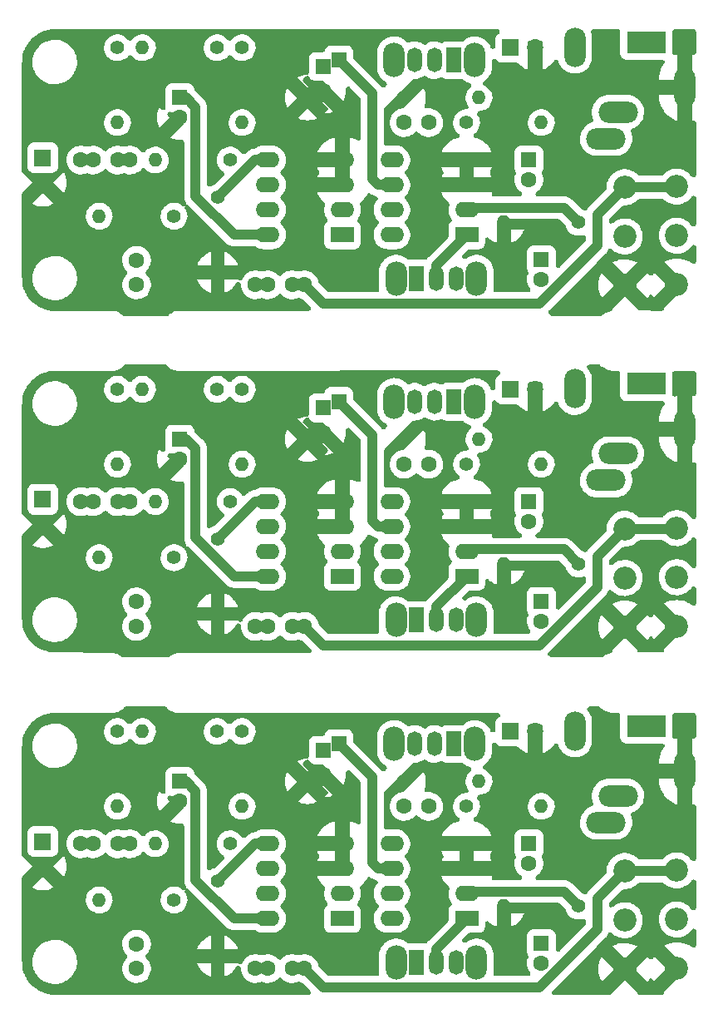
<source format=gbr>
%TF.GenerationSoftware,KiCad,Pcbnew,6.0.0~rc2+dfsg1-1*%
%TF.CreationDate,2022-01-14T16:17:06+00:00*%
%TF.ProjectId,LiRX_tht_nutzen,4c695258-5f74-4687-945f-6e75747a656e,rev?*%
%TF.SameCoordinates,Original*%
%TF.FileFunction,Copper,L2,Bot*%
%TF.FilePolarity,Positive*%
%FSLAX46Y46*%
G04 Gerber Fmt 4.6, Leading zero omitted, Abs format (unit mm)*
G04 Created by KiCad (PCBNEW 6.0.0~rc2+dfsg1-1) date 2022-01-14 16:17:06*
%MOMM*%
%LPD*%
G01*
G04 APERTURE LIST*
%TA.AperFunction,ComponentPad*%
%ADD10C,2.340000*%
%TD*%
%TA.AperFunction,ComponentPad*%
%ADD11C,1.400000*%
%TD*%
%TA.AperFunction,ComponentPad*%
%ADD12O,1.400000X1.400000*%
%TD*%
%TA.AperFunction,ComponentPad*%
%ADD13R,1.600000X1.600000*%
%TD*%
%TA.AperFunction,ComponentPad*%
%ADD14C,1.600000*%
%TD*%
%TA.AperFunction,ComponentPad*%
%ADD15O,2.200000X3.500000*%
%TD*%
%TA.AperFunction,ComponentPad*%
%ADD16R,1.500000X2.500000*%
%TD*%
%TA.AperFunction,ComponentPad*%
%ADD17O,1.500000X2.500000*%
%TD*%
%TA.AperFunction,ComponentPad*%
%ADD18R,1.800000X1.800000*%
%TD*%
%TA.AperFunction,ComponentPad*%
%ADD19C,1.800000*%
%TD*%
%TA.AperFunction,ComponentPad*%
%ADD20R,2.400000X1.600000*%
%TD*%
%TA.AperFunction,ComponentPad*%
%ADD21O,2.400000X1.600000*%
%TD*%
%TA.AperFunction,ComponentPad*%
%ADD22O,4.000000X2.200000*%
%TD*%
%TA.AperFunction,ComponentPad*%
%ADD23O,2.200000X4.000000*%
%TD*%
%TA.AperFunction,ComponentPad*%
%ADD24R,4.000000X2.200000*%
%TD*%
%TA.AperFunction,ComponentPad*%
%ADD25R,1.700000X1.700000*%
%TD*%
%TA.AperFunction,ComponentPad*%
%ADD26O,1.700000X1.700000*%
%TD*%
%TA.AperFunction,ViaPad*%
%ADD27C,0.800000*%
%TD*%
%TA.AperFunction,Conductor*%
%ADD28C,1.000000*%
%TD*%
G04 APERTURE END LIST*
D10*
%TO.P,RV3,1,1*%
%TO.N,GND*%
X122705000Y-74355489D03*
%TO.P,RV3,2,2*%
%TO.N,Net-(R2-Pad1)*%
X122705000Y-69355489D03*
%TO.P,RV3,3,3*%
%TO.N,Net-(C10-Pad1)*%
X122705000Y-64355489D03*
%TD*%
%TO.P,RV1,1,1*%
%TO.N,GND*%
X128010000Y-74285489D03*
%TO.P,RV1,2,2*%
%TO.N,Net-(R2-Pad1)*%
X128010000Y-69285489D03*
%TO.P,RV1,3,3*%
%TO.N,Net-(C10-Pad1)*%
X128010000Y-64285489D03*
%TD*%
D11*
%TO.P,R20,1*%
%TO.N,TP2*%
X71030000Y-50155489D03*
D12*
%TO.P,R20,2*%
%TO.N,TP4*%
X71030000Y-57775489D03*
%TD*%
D11*
%TO.P,R19,1*%
%TO.N,Net-(R18-Pad2)*%
X81230000Y-65395489D03*
D12*
%TO.P,R19,2*%
%TO.N,GND*%
X81230000Y-73015489D03*
%TD*%
D13*
%TO.P,C8,1*%
%TO.N,Net-(C8-Pad1)*%
X91985000Y-52060489D03*
X93585000Y-51389552D03*
D14*
%TO.P,C8,2*%
%TO.N,GND*%
X91985000Y-54560489D03*
X90385000Y-55231426D03*
%TD*%
D15*
%TO.P,SW1,*%
%TO.N,*%
X99410000Y-73650489D03*
X107610000Y-73650489D03*
D16*
%TO.P,SW1,1,A*%
%TO.N,unconnected-(SW1-Pad1)*%
X101510000Y-73650489D03*
D17*
%TO.P,SW1,2,B*%
%TO.N,Net-(SW1-Pad2)*%
X103510000Y-73650489D03*
%TO.P,SW1,3,C*%
%TO.N,Net-(C13-Pad1)*%
X105510000Y-73650489D03*
%TD*%
D15*
%TO.P,SW2,*%
%TO.N,*%
X107420000Y-51425489D03*
X99220000Y-51425489D03*
D16*
%TO.P,SW2,1,A*%
%TO.N,unconnected-(SW2-Pad1)*%
X105320000Y-51425489D03*
D17*
%TO.P,SW2,2,B*%
%TO.N,VCC*%
X103320000Y-51425489D03*
%TO.P,SW2,3,C*%
%TO.N,Net-(C8-Pad1)*%
X101320000Y-51425489D03*
%TD*%
D14*
%TO.P,C12,1*%
%TO.N,Net-(C12-Pad1)*%
X100240000Y-57775489D03*
%TO.P,C12,2*%
%TO.N,Net-(C12-Pad2)*%
X102740000Y-57775489D03*
%TD*%
D11*
%TO.P,R18,1*%
%TO.N,TP2*%
X83730000Y-50155489D03*
D12*
%TO.P,R18,2*%
%TO.N,Net-(R18-Pad2)*%
X83730000Y-57775489D03*
%TD*%
D11*
%TO.P,R17,1*%
%TO.N,TP6*%
X76785000Y-67300489D03*
D12*
%TO.P,R17,2*%
%TO.N,TP5*%
X69165000Y-67300489D03*
%TD*%
D11*
%TO.P,R1,1*%
%TO.N,TP5*%
X82500000Y-61585489D03*
D12*
%TO.P,R1,2*%
%TO.N,Net-(C9-Pad1)*%
X74880000Y-61585489D03*
%TD*%
D14*
%TO.P,C10,1*%
%TO.N,Net-(C10-Pad1)*%
X88830000Y-74285489D03*
X90080000Y-74285489D03*
%TO.P,C10,2*%
%TO.N,TP6*%
X85080000Y-74285489D03*
X86330000Y-74285489D03*
%TD*%
D11*
%TO.P,R15,1*%
%TO.N,GND*%
X100240000Y-55235489D03*
D12*
%TO.P,R15,2*%
%TO.N,Net-(C12-Pad2)*%
X107860000Y-55235489D03*
%TD*%
D11*
%TO.P,R14,1*%
%TO.N,Net-(C8-Pad1)*%
X81190000Y-50155489D03*
D12*
%TO.P,R14,2*%
%TO.N,TP2*%
X73570000Y-50155489D03*
%TD*%
D11*
%TO.P,R3,1*%
%TO.N,Net-(C12-Pad1)*%
X106590000Y-57775489D03*
D12*
%TO.P,R3,2*%
%TO.N,Net-(C11-Pad1)*%
X114210000Y-57775489D03*
%TD*%
D11*
%TO.P,R2,1*%
%TO.N,Net-(R2-Pad1)*%
X118020000Y-67935489D03*
D12*
%TO.P,R2,2*%
%TO.N,GND*%
X110400000Y-67935489D03*
%TD*%
D13*
%TO.P,C13,1*%
%TO.N,Net-(C13-Pad1)*%
X114210000Y-71745489D03*
D14*
%TO.P,C13,2*%
%TO.N,Net-(C13-Pad2)*%
X114210000Y-73745489D03*
%TD*%
%TO.P,C9,1*%
%TO.N,Net-(C9-Pad1)*%
X72300000Y-61585489D03*
X71050000Y-61585489D03*
%TO.P,C9,2*%
%TO.N,TP4*%
X68550000Y-61585489D03*
X67300000Y-61585489D03*
%TD*%
%TO.P,C3,1*%
%TO.N,TP6*%
X72975000Y-74285489D03*
%TO.P,C3,2*%
%TO.N,TP5*%
X72975000Y-71785489D03*
%TD*%
D18*
%TO.P,Q3,1,C*%
%TO.N,TP4*%
X63410000Y-61355489D03*
D19*
%TO.P,Q3,2,E*%
%TO.N,GND*%
X63410000Y-63895489D03*
%TD*%
D13*
%TO.P,C14,1*%
%TO.N,TP2*%
X77380000Y-55235489D03*
D14*
%TO.P,C14,2*%
%TO.N,GND*%
X77380000Y-57235489D03*
%TD*%
D13*
%TO.P,C11,1*%
%TO.N,Net-(C11-Pad1)*%
X112940000Y-61585489D03*
D14*
%TO.P,C11,2*%
%TO.N,Net-(C11-Pad2)*%
X112940000Y-63585489D03*
%TD*%
D20*
%TO.P,U3,1*%
%TO.N,Net-(U3-Pad1)*%
X93945000Y-69195489D03*
D21*
%TO.P,U3,2,-*%
X93945000Y-66655489D03*
%TO.P,U3,3,+*%
%TO.N,GND*%
X93945000Y-64115489D03*
%TO.P,U3,4,V-*%
X93945000Y-61575489D03*
%TO.P,U3,5,+*%
%TO.N,Net-(R18-Pad2)*%
X86325000Y-61575489D03*
%TO.P,U3,6,-*%
%TO.N,TP5*%
X86325000Y-64115489D03*
%TO.P,U3,7*%
%TO.N,TP6*%
X86325000Y-66655489D03*
%TO.P,U3,8,V+*%
%TO.N,TP2*%
X86325000Y-69195489D03*
%TD*%
D22*
%TO.P,J4,R*%
%TO.N,Net-(C11-Pad2)*%
X120815000Y-59405489D03*
%TO.P,J4,RN*%
X122015000Y-56705489D03*
D23*
%TO.P,J4,S*%
%TO.N,GND*%
X128815000Y-54205489D03*
D24*
%TO.P,J4,T*%
%TO.N,Net-(C11-Pad2)*%
X124915000Y-49605489D03*
D23*
%TO.P,J4,TN*%
X117615000Y-50105489D03*
%TD*%
D20*
%TO.P,U2,1,GAIN*%
%TO.N,Net-(SW1-Pad2)*%
X106605000Y-69195489D03*
D21*
%TO.P,U2,2,-*%
%TO.N,Net-(R2-Pad1)*%
X106605000Y-66655489D03*
%TO.P,U2,3,+*%
%TO.N,GND*%
X106605000Y-64115489D03*
%TO.P,U2,4,GND*%
X106605000Y-61575489D03*
%TO.P,U2,5*%
%TO.N,Net-(C12-Pad1)*%
X98985000Y-61575489D03*
%TO.P,U2,6,V+*%
%TO.N,Net-(C8-Pad1)*%
X98985000Y-64115489D03*
%TO.P,U2,7,BYPASS*%
%TO.N,unconnected-(U2-Pad7)*%
X98985000Y-66655489D03*
%TO.P,U2,8,GAIN*%
%TO.N,Net-(C13-Pad2)*%
X98985000Y-69195489D03*
%TD*%
D25*
%TO.P,BT1,1,+*%
%TO.N,VCC*%
X111035000Y-50155489D03*
D26*
%TO.P,BT1,2,-*%
%TO.N,GND*%
X113575000Y-50155489D03*
%TD*%
D11*
%TO.P,R15,1*%
%TO.N,GND*%
X100240000Y-89999511D03*
D12*
%TO.P,R15,2*%
%TO.N,Net-(C12-Pad2)*%
X107860000Y-89999511D03*
%TD*%
D11*
%TO.P,R14,1*%
%TO.N,Net-(C8-Pad1)*%
X81190000Y-84919511D03*
D12*
%TO.P,R14,2*%
%TO.N,TP2*%
X73570000Y-84919511D03*
%TD*%
D11*
%TO.P,R3,1*%
%TO.N,Net-(C12-Pad1)*%
X106590000Y-92539511D03*
D12*
%TO.P,R3,2*%
%TO.N,Net-(C11-Pad1)*%
X114210000Y-92539511D03*
%TD*%
D11*
%TO.P,R2,1*%
%TO.N,Net-(R2-Pad1)*%
X118020000Y-102699511D03*
D12*
%TO.P,R2,2*%
%TO.N,GND*%
X110400000Y-102699511D03*
%TD*%
D13*
%TO.P,C8,1*%
%TO.N,Net-(C8-Pad1)*%
X91985000Y-86824511D03*
X93585000Y-86153574D03*
D14*
%TO.P,C8,2*%
%TO.N,GND*%
X91985000Y-89324511D03*
X90385000Y-89995448D03*
%TD*%
D15*
%TO.P,SW1,*%
%TO.N,*%
X99410000Y-108414511D03*
X107610000Y-108414511D03*
D16*
%TO.P,SW1,1,A*%
%TO.N,unconnected-(SW1-Pad1)*%
X101510000Y-108414511D03*
D17*
%TO.P,SW1,2,B*%
%TO.N,Net-(SW1-Pad2)*%
X103510000Y-108414511D03*
%TO.P,SW1,3,C*%
%TO.N,Net-(C13-Pad1)*%
X105510000Y-108414511D03*
%TD*%
D15*
%TO.P,SW2,*%
%TO.N,*%
X107420000Y-86189511D03*
X99220000Y-86189511D03*
D16*
%TO.P,SW2,1,A*%
%TO.N,unconnected-(SW2-Pad1)*%
X105320000Y-86189511D03*
D17*
%TO.P,SW2,2,B*%
%TO.N,VCC*%
X103320000Y-86189511D03*
%TO.P,SW2,3,C*%
%TO.N,Net-(C8-Pad1)*%
X101320000Y-86189511D03*
%TD*%
D10*
%TO.P,RV3,1,1*%
%TO.N,GND*%
X122705000Y-109119511D03*
%TO.P,RV3,2,2*%
%TO.N,Net-(R2-Pad1)*%
X122705000Y-104119511D03*
%TO.P,RV3,3,3*%
%TO.N,Net-(C10-Pad1)*%
X122705000Y-99119511D03*
%TD*%
%TO.P,RV1,1,1*%
%TO.N,GND*%
X128010000Y-109049511D03*
%TO.P,RV1,2,2*%
%TO.N,Net-(R2-Pad1)*%
X128010000Y-104049511D03*
%TO.P,RV1,3,3*%
%TO.N,Net-(C10-Pad1)*%
X128010000Y-99049511D03*
%TD*%
D11*
%TO.P,R20,1*%
%TO.N,TP2*%
X71030000Y-84919511D03*
D12*
%TO.P,R20,2*%
%TO.N,TP4*%
X71030000Y-92539511D03*
%TD*%
D11*
%TO.P,R19,1*%
%TO.N,Net-(R18-Pad2)*%
X81230000Y-100159511D03*
D12*
%TO.P,R19,2*%
%TO.N,GND*%
X81230000Y-107779511D03*
%TD*%
D11*
%TO.P,R18,1*%
%TO.N,TP2*%
X83730000Y-84919511D03*
D12*
%TO.P,R18,2*%
%TO.N,Net-(R18-Pad2)*%
X83730000Y-92539511D03*
%TD*%
D11*
%TO.P,R17,1*%
%TO.N,TP6*%
X76785000Y-102064511D03*
D12*
%TO.P,R17,2*%
%TO.N,TP5*%
X69165000Y-102064511D03*
%TD*%
D11*
%TO.P,R1,1*%
%TO.N,TP5*%
X82500000Y-96349511D03*
D12*
%TO.P,R1,2*%
%TO.N,Net-(C9-Pad1)*%
X74880000Y-96349511D03*
%TD*%
D14*
%TO.P,C10,1*%
%TO.N,Net-(C10-Pad1)*%
X88830000Y-109049511D03*
X90080000Y-109049511D03*
%TO.P,C10,2*%
%TO.N,TP6*%
X85080000Y-109049511D03*
X86330000Y-109049511D03*
%TD*%
%TO.P,C9,1*%
%TO.N,Net-(C9-Pad1)*%
X72300000Y-96349511D03*
X71050000Y-96349511D03*
%TO.P,C9,2*%
%TO.N,TP4*%
X68550000Y-96349511D03*
X67300000Y-96349511D03*
%TD*%
%TO.P,C3,1*%
%TO.N,TP6*%
X72975000Y-109049511D03*
%TO.P,C3,2*%
%TO.N,TP5*%
X72975000Y-106549511D03*
%TD*%
D18*
%TO.P,Q3,1,C*%
%TO.N,TP4*%
X63410000Y-96119511D03*
D19*
%TO.P,Q3,2,E*%
%TO.N,GND*%
X63410000Y-98659511D03*
%TD*%
D13*
%TO.P,C14,1*%
%TO.N,TP2*%
X77380000Y-89999511D03*
D14*
%TO.P,C14,2*%
%TO.N,GND*%
X77380000Y-91999511D03*
%TD*%
D13*
%TO.P,C13,1*%
%TO.N,Net-(C13-Pad1)*%
X114210000Y-106509511D03*
D14*
%TO.P,C13,2*%
%TO.N,Net-(C13-Pad2)*%
X114210000Y-108509511D03*
%TD*%
D13*
%TO.P,C11,1*%
%TO.N,Net-(C11-Pad1)*%
X112940000Y-96349511D03*
D14*
%TO.P,C11,2*%
%TO.N,Net-(C11-Pad2)*%
X112940000Y-98349511D03*
%TD*%
D20*
%TO.P,U3,1*%
%TO.N,Net-(U3-Pad1)*%
X93945000Y-103959511D03*
D21*
%TO.P,U3,2,-*%
X93945000Y-101419511D03*
%TO.P,U3,3,+*%
%TO.N,GND*%
X93945000Y-98879511D03*
%TO.P,U3,4,V-*%
X93945000Y-96339511D03*
%TO.P,U3,5,+*%
%TO.N,Net-(R18-Pad2)*%
X86325000Y-96339511D03*
%TO.P,U3,6,-*%
%TO.N,TP5*%
X86325000Y-98879511D03*
%TO.P,U3,7*%
%TO.N,TP6*%
X86325000Y-101419511D03*
%TO.P,U3,8,V+*%
%TO.N,TP2*%
X86325000Y-103959511D03*
%TD*%
D14*
%TO.P,C12,1*%
%TO.N,Net-(C12-Pad1)*%
X100240000Y-92539511D03*
%TO.P,C12,2*%
%TO.N,Net-(C12-Pad2)*%
X102740000Y-92539511D03*
%TD*%
D22*
%TO.P,J4,R*%
%TO.N,Net-(C11-Pad2)*%
X120815000Y-94169511D03*
%TO.P,J4,RN*%
X122015000Y-91469511D03*
D23*
%TO.P,J4,S*%
%TO.N,GND*%
X128815000Y-88969511D03*
D24*
%TO.P,J4,T*%
%TO.N,Net-(C11-Pad2)*%
X124915000Y-84369511D03*
D23*
%TO.P,J4,TN*%
X117615000Y-84869511D03*
%TD*%
D20*
%TO.P,U2,1,GAIN*%
%TO.N,Net-(SW1-Pad2)*%
X106605000Y-103959511D03*
D21*
%TO.P,U2,2,-*%
%TO.N,Net-(R2-Pad1)*%
X106605000Y-101419511D03*
%TO.P,U2,3,+*%
%TO.N,GND*%
X106605000Y-98879511D03*
%TO.P,U2,4,GND*%
X106605000Y-96339511D03*
%TO.P,U2,5*%
%TO.N,Net-(C12-Pad1)*%
X98985000Y-96339511D03*
%TO.P,U2,6,V+*%
%TO.N,Net-(C8-Pad1)*%
X98985000Y-98879511D03*
%TO.P,U2,7,BYPASS*%
%TO.N,unconnected-(U2-Pad7)*%
X98985000Y-101419511D03*
%TO.P,U2,8,GAIN*%
%TO.N,Net-(C13-Pad2)*%
X98985000Y-103959511D03*
%TD*%
D25*
%TO.P,BT1,1,+*%
%TO.N,VCC*%
X111035000Y-84919511D03*
D26*
%TO.P,BT1,2,-*%
%TO.N,GND*%
X113575000Y-84919511D03*
%TD*%
D25*
%TO.P,BT1,1,+*%
%TO.N,VCC*%
X111035000Y-119750000D03*
D26*
%TO.P,BT1,2,-*%
%TO.N,GND*%
X113575000Y-119750000D03*
%TD*%
D14*
%TO.P,C12,1*%
%TO.N,Net-(C12-Pad1)*%
X100240000Y-127370000D03*
%TO.P,C12,2*%
%TO.N,Net-(C12-Pad2)*%
X102740000Y-127370000D03*
%TD*%
D22*
%TO.P,J4,R*%
%TO.N,Net-(C11-Pad2)*%
X120815000Y-129000000D03*
%TO.P,J4,RN*%
X122015000Y-126300000D03*
D23*
%TO.P,J4,S*%
%TO.N,GND*%
X128815000Y-123800000D03*
D24*
%TO.P,J4,T*%
%TO.N,Net-(C11-Pad2)*%
X124915000Y-119200000D03*
D23*
%TO.P,J4,TN*%
X117615000Y-119700000D03*
%TD*%
D20*
%TO.P,U2,1,GAIN*%
%TO.N,Net-(SW1-Pad2)*%
X106605000Y-138790000D03*
D21*
%TO.P,U2,2,-*%
%TO.N,Net-(R2-Pad1)*%
X106605000Y-136250000D03*
%TO.P,U2,3,+*%
%TO.N,GND*%
X106605000Y-133710000D03*
%TO.P,U2,4,GND*%
X106605000Y-131170000D03*
%TO.P,U2,5*%
%TO.N,Net-(C12-Pad1)*%
X98985000Y-131170000D03*
%TO.P,U2,6,V+*%
%TO.N,Net-(C8-Pad1)*%
X98985000Y-133710000D03*
%TO.P,U2,7,BYPASS*%
%TO.N,unconnected-(U2-Pad7)*%
X98985000Y-136250000D03*
%TO.P,U2,8,GAIN*%
%TO.N,Net-(C13-Pad2)*%
X98985000Y-138790000D03*
%TD*%
D20*
%TO.P,U3,1*%
%TO.N,Net-(U3-Pad1)*%
X93945000Y-138790000D03*
D21*
%TO.P,U3,2,-*%
X93945000Y-136250000D03*
%TO.P,U3,3,+*%
%TO.N,GND*%
X93945000Y-133710000D03*
%TO.P,U3,4,V-*%
X93945000Y-131170000D03*
%TO.P,U3,5,+*%
%TO.N,Net-(R18-Pad2)*%
X86325000Y-131170000D03*
%TO.P,U3,6,-*%
%TO.N,TP5*%
X86325000Y-133710000D03*
%TO.P,U3,7*%
%TO.N,TP6*%
X86325000Y-136250000D03*
%TO.P,U3,8,V+*%
%TO.N,TP2*%
X86325000Y-138790000D03*
%TD*%
D13*
%TO.P,C11,1*%
%TO.N,Net-(C11-Pad1)*%
X112940000Y-131180000D03*
D14*
%TO.P,C11,2*%
%TO.N,Net-(C11-Pad2)*%
X112940000Y-133180000D03*
%TD*%
D13*
%TO.P,C13,1*%
%TO.N,Net-(C13-Pad1)*%
X114210000Y-141340000D03*
D14*
%TO.P,C13,2*%
%TO.N,Net-(C13-Pad2)*%
X114210000Y-143340000D03*
%TD*%
D13*
%TO.P,C14,1*%
%TO.N,TP2*%
X77380000Y-124830000D03*
D14*
%TO.P,C14,2*%
%TO.N,GND*%
X77380000Y-126830000D03*
%TD*%
D18*
%TO.P,Q3,1,C*%
%TO.N,TP4*%
X63410000Y-130950000D03*
D19*
%TO.P,Q3,2,E*%
%TO.N,GND*%
X63410000Y-133490000D03*
%TD*%
D14*
%TO.P,C3,1*%
%TO.N,TP6*%
X72975000Y-143880000D03*
%TO.P,C3,2*%
%TO.N,TP5*%
X72975000Y-141380000D03*
%TD*%
%TO.P,C9,1*%
%TO.N,Net-(C9-Pad1)*%
X72300000Y-131180000D03*
X71050000Y-131180000D03*
%TO.P,C9,2*%
%TO.N,TP4*%
X68550000Y-131180000D03*
X67300000Y-131180000D03*
%TD*%
%TO.P,C10,1*%
%TO.N,Net-(C10-Pad1)*%
X88830000Y-143880000D03*
X90080000Y-143880000D03*
%TO.P,C10,2*%
%TO.N,TP6*%
X85080000Y-143880000D03*
X86330000Y-143880000D03*
%TD*%
D11*
%TO.P,R1,1*%
%TO.N,TP5*%
X82500000Y-131180000D03*
D12*
%TO.P,R1,2*%
%TO.N,Net-(C9-Pad1)*%
X74880000Y-131180000D03*
%TD*%
D11*
%TO.P,R17,1*%
%TO.N,TP6*%
X76785000Y-136895000D03*
D12*
%TO.P,R17,2*%
%TO.N,TP5*%
X69165000Y-136895000D03*
%TD*%
D11*
%TO.P,R18,1*%
%TO.N,TP2*%
X83730000Y-119750000D03*
D12*
%TO.P,R18,2*%
%TO.N,Net-(R18-Pad2)*%
X83730000Y-127370000D03*
%TD*%
D11*
%TO.P,R19,1*%
%TO.N,Net-(R18-Pad2)*%
X81230000Y-134990000D03*
D12*
%TO.P,R19,2*%
%TO.N,GND*%
X81230000Y-142610000D03*
%TD*%
D11*
%TO.P,R20,1*%
%TO.N,TP2*%
X71030000Y-119750000D03*
D12*
%TO.P,R20,2*%
%TO.N,TP4*%
X71030000Y-127370000D03*
%TD*%
D10*
%TO.P,RV1,1,1*%
%TO.N,GND*%
X128010000Y-143880000D03*
%TO.P,RV1,2,2*%
%TO.N,Net-(R2-Pad1)*%
X128010000Y-138880000D03*
%TO.P,RV1,3,3*%
%TO.N,Net-(C10-Pad1)*%
X128010000Y-133880000D03*
%TD*%
%TO.P,RV3,1,1*%
%TO.N,GND*%
X122705000Y-143950000D03*
%TO.P,RV3,2,2*%
%TO.N,Net-(R2-Pad1)*%
X122705000Y-138950000D03*
%TO.P,RV3,3,3*%
%TO.N,Net-(C10-Pad1)*%
X122705000Y-133950000D03*
%TD*%
D15*
%TO.P,SW2,*%
%TO.N,*%
X107420000Y-121020000D03*
X99220000Y-121020000D03*
D16*
%TO.P,SW2,1,A*%
%TO.N,unconnected-(SW2-Pad1)*%
X105320000Y-121020000D03*
D17*
%TO.P,SW2,2,B*%
%TO.N,VCC*%
X103320000Y-121020000D03*
%TO.P,SW2,3,C*%
%TO.N,Net-(C8-Pad1)*%
X101320000Y-121020000D03*
%TD*%
D15*
%TO.P,SW1,*%
%TO.N,*%
X99410000Y-143245000D03*
X107610000Y-143245000D03*
D16*
%TO.P,SW1,1,A*%
%TO.N,unconnected-(SW1-Pad1)*%
X101510000Y-143245000D03*
D17*
%TO.P,SW1,2,B*%
%TO.N,Net-(SW1-Pad2)*%
X103510000Y-143245000D03*
%TO.P,SW1,3,C*%
%TO.N,Net-(C13-Pad1)*%
X105510000Y-143245000D03*
%TD*%
D13*
%TO.P,C8,1*%
%TO.N,Net-(C8-Pad1)*%
X91985000Y-121655000D03*
X93585000Y-120984063D03*
D14*
%TO.P,C8,2*%
%TO.N,GND*%
X91985000Y-124155000D03*
X90385000Y-124825937D03*
%TD*%
D11*
%TO.P,R2,1*%
%TO.N,Net-(R2-Pad1)*%
X118020000Y-137530000D03*
D12*
%TO.P,R2,2*%
%TO.N,GND*%
X110400000Y-137530000D03*
%TD*%
D11*
%TO.P,R3,1*%
%TO.N,Net-(C12-Pad1)*%
X106590000Y-127370000D03*
D12*
%TO.P,R3,2*%
%TO.N,Net-(C11-Pad1)*%
X114210000Y-127370000D03*
%TD*%
D11*
%TO.P,R14,1*%
%TO.N,Net-(C8-Pad1)*%
X81190000Y-119750000D03*
D12*
%TO.P,R14,2*%
%TO.N,TP2*%
X73570000Y-119750000D03*
%TD*%
D11*
%TO.P,R15,1*%
%TO.N,GND*%
X100240000Y-124830000D03*
D12*
%TO.P,R15,2*%
%TO.N,Net-(C12-Pad2)*%
X107860000Y-124830000D03*
%TD*%
D27*
%TO.N,GND*%
X111670000Y-52695489D03*
X118020000Y-75555489D03*
X115725000Y-52800000D03*
X68490000Y-75555489D03*
X68490000Y-48885489D03*
X62140000Y-70475489D03*
X128800000Y-49600000D03*
X62140000Y-55235489D03*
X111670000Y-87459511D03*
X118020000Y-110319511D03*
X68490000Y-83649511D03*
X68490000Y-110319511D03*
X62140000Y-105239511D03*
X128875000Y-84450000D03*
X115650000Y-87600000D03*
X62140000Y-89999511D03*
X68490000Y-145150000D03*
X115700000Y-122300000D03*
X62140000Y-140070000D03*
X62140000Y-124830000D03*
X128750000Y-119275000D03*
X68490000Y-118480000D03*
X118020000Y-145150000D03*
X111670000Y-122290000D03*
%TD*%
D28*
%TO.N,Net-(SW1-Pad2)*%
X103510000Y-73650489D02*
X103510000Y-72290489D01*
X103510000Y-72290489D02*
X106605000Y-69195489D01*
%TO.N,Net-(C10-Pad1)*%
X91994520Y-76200009D02*
X114017531Y-76200009D01*
X119925000Y-67135489D02*
X122705000Y-64355489D01*
%TO.N,TP2*%
X82909370Y-69195489D02*
X78979511Y-65265630D01*
X78979511Y-65265630D02*
X78979511Y-56200000D01*
X86325000Y-69195489D02*
X82909370Y-69195489D01*
X78015000Y-55235489D02*
X77380000Y-55235489D01*
X78979511Y-56200000D02*
X78015000Y-55235489D01*
%TO.N,Net-(R18-Pad2)*%
X81230000Y-65395489D02*
X85050000Y-61575489D01*
X85050000Y-61575489D02*
X86325000Y-61575489D01*
%TO.N,Net-(C8-Pad1)*%
X96985480Y-63515969D02*
X96985480Y-54790032D01*
%TO.N,Net-(C10-Pad1)*%
X119925000Y-70292540D02*
X119925000Y-67135489D01*
%TO.N,Net-(R2-Pad1)*%
X116520489Y-66435978D02*
X118020000Y-67935489D01*
%TO.N,Net-(C10-Pad1)*%
X114017531Y-76200009D02*
X119925000Y-70292540D01*
X90080000Y-74285489D02*
X91994520Y-76200009D01*
X122705000Y-64355489D02*
X127940000Y-64355489D01*
X88830000Y-74285489D02*
X90080000Y-74285489D01*
%TO.N,Net-(C8-Pad1)*%
X98985000Y-64115489D02*
X97585000Y-64115489D01*
%TO.N,Net-(C10-Pad1)*%
X127940000Y-64355489D02*
X128010000Y-64285489D01*
%TO.N,Net-(R2-Pad1)*%
X106824511Y-66435978D02*
X116520489Y-66435978D01*
X106605000Y-66655489D02*
X106824511Y-66435978D01*
%TO.N,Net-(C8-Pad1)*%
X96985480Y-54790032D02*
X93585000Y-51389552D01*
X97585000Y-64115489D02*
X96985480Y-63515969D01*
%TO.N,Net-(SW1-Pad2)*%
X103510000Y-108414511D02*
X103510000Y-107054511D01*
X103510000Y-107054511D02*
X106605000Y-103959511D01*
%TO.N,Net-(R2-Pad1)*%
X106824511Y-101200000D02*
X116520489Y-101200000D01*
X106605000Y-101419511D02*
X106824511Y-101200000D01*
X116520489Y-101200000D02*
X118020000Y-102699511D01*
%TO.N,Net-(C8-Pad1)*%
X96985480Y-89554054D02*
X93585000Y-86153574D01*
X97585000Y-98879511D02*
X96985480Y-98279991D01*
X96985480Y-98279991D02*
X96985480Y-89554054D01*
X98985000Y-98879511D02*
X97585000Y-98879511D01*
%TO.N,TP2*%
X82909370Y-103959511D02*
X78979511Y-100029652D01*
X78979511Y-100029652D02*
X78979511Y-90964022D01*
X86325000Y-103959511D02*
X82909370Y-103959511D01*
X78015000Y-89999511D02*
X77380000Y-89999511D01*
X78979511Y-90964022D02*
X78015000Y-89999511D01*
%TO.N,Net-(R18-Pad2)*%
X81230000Y-100159511D02*
X85050000Y-96339511D01*
X85050000Y-96339511D02*
X86325000Y-96339511D01*
%TO.N,Net-(C10-Pad1)*%
X122705000Y-99119511D02*
X127940000Y-99119511D01*
X88830000Y-109049511D02*
X90080000Y-109049511D01*
X91994520Y-110964031D02*
X114017531Y-110964031D01*
X119925000Y-101899511D02*
X122705000Y-99119511D01*
X90080000Y-109049511D02*
X91994520Y-110964031D01*
X127940000Y-99119511D02*
X128010000Y-99049511D01*
X114017531Y-110964031D02*
X119925000Y-105056562D01*
X119925000Y-105056562D02*
X119925000Y-101899511D01*
X119925000Y-139887051D02*
X119925000Y-136730000D01*
X114017531Y-145794520D02*
X119925000Y-139887051D01*
X127940000Y-133950000D02*
X128010000Y-133880000D01*
X90080000Y-143880000D02*
X91994520Y-145794520D01*
X119925000Y-136730000D02*
X122705000Y-133950000D01*
X91994520Y-145794520D02*
X114017531Y-145794520D01*
X88830000Y-143880000D02*
X90080000Y-143880000D01*
X122705000Y-133950000D02*
X127940000Y-133950000D01*
%TO.N,Net-(R18-Pad2)*%
X85050000Y-131170000D02*
X86325000Y-131170000D01*
X81230000Y-134990000D02*
X85050000Y-131170000D01*
%TO.N,TP2*%
X78979511Y-125794511D02*
X78015000Y-124830000D01*
X78015000Y-124830000D02*
X77380000Y-124830000D01*
X86325000Y-138790000D02*
X82909370Y-138790000D01*
X78979511Y-134860141D02*
X78979511Y-125794511D01*
X82909370Y-138790000D02*
X78979511Y-134860141D01*
%TO.N,Net-(C8-Pad1)*%
X98985000Y-133710000D02*
X97585000Y-133710000D01*
X96985480Y-133110480D02*
X96985480Y-124384543D01*
X97585000Y-133710000D02*
X96985480Y-133110480D01*
X96985480Y-124384543D02*
X93585000Y-120984063D01*
%TO.N,Net-(R2-Pad1)*%
X116520489Y-136030489D02*
X118020000Y-137530000D01*
X106605000Y-136250000D02*
X106824511Y-136030489D01*
X106824511Y-136030489D02*
X116520489Y-136030489D01*
%TO.N,Net-(SW1-Pad2)*%
X103510000Y-141885000D02*
X106605000Y-138790000D01*
X103510000Y-143245000D02*
X103510000Y-141885000D01*
%TD*%
%TA.AperFunction,Conductor*%
%TO.N,GND*%
G36*
X129865702Y-134839134D02*
G01*
X129935590Y-134906623D01*
X129974330Y-134995720D01*
X129980000Y-135048553D01*
X129980000Y-137704780D01*
X129961046Y-137800068D01*
X129907070Y-137880850D01*
X129826288Y-137934826D01*
X129731000Y-137953780D01*
X129635712Y-137934826D01*
X129554930Y-137880850D01*
X129532172Y-137853241D01*
X129531809Y-137853527D01*
X129363371Y-137639864D01*
X129165201Y-137453445D01*
X128941654Y-137298365D01*
X128779799Y-137218547D01*
X128705926Y-137182117D01*
X128705924Y-137182116D01*
X128697640Y-137178031D01*
X128559613Y-137133848D01*
X128447318Y-137097902D01*
X128447315Y-137097901D01*
X128438520Y-137095086D01*
X128278440Y-137069015D01*
X128179101Y-137052836D01*
X128179095Y-137052835D01*
X128169986Y-137051352D01*
X128160756Y-137051231D01*
X128160754Y-137051231D01*
X127981835Y-137048889D01*
X127897937Y-137047791D01*
X127628350Y-137084480D01*
X127592368Y-137094968D01*
X127376015Y-137158029D01*
X127376009Y-137158031D01*
X127367148Y-137160614D01*
X127216537Y-137230046D01*
X127174399Y-137249472D01*
X127120067Y-137274519D01*
X127060100Y-137313835D01*
X126900263Y-137418628D01*
X126900257Y-137418632D01*
X126892537Y-137423694D01*
X126689556Y-137604862D01*
X126515583Y-137814042D01*
X126482386Y-137868749D01*
X126379228Y-138038747D01*
X126379225Y-138038753D01*
X126374439Y-138046640D01*
X126370870Y-138055151D01*
X126370868Y-138055155D01*
X126318385Y-138180313D01*
X126269226Y-138297545D01*
X126202254Y-138561246D01*
X126201328Y-138570443D01*
X126188019Y-138702620D01*
X126174996Y-138831949D01*
X126188050Y-139103707D01*
X126189849Y-139112752D01*
X126189850Y-139112759D01*
X126200114Y-139164357D01*
X126241128Y-139370552D01*
X126244248Y-139379241D01*
X126244248Y-139379242D01*
X126327683Y-139611625D01*
X126333066Y-139626619D01*
X126337437Y-139634753D01*
X126337437Y-139634754D01*
X126455625Y-139854712D01*
X126461843Y-139866285D01*
X126538883Y-139969454D01*
X126618448Y-140076005D01*
X126624630Y-140084284D01*
X126631193Y-140090790D01*
X126781973Y-140240259D01*
X126817852Y-140275826D01*
X127037263Y-140436705D01*
X127045428Y-140441001D01*
X127045433Y-140441004D01*
X127179816Y-140511706D01*
X127278043Y-140563386D01*
X127534903Y-140653085D01*
X127802200Y-140703833D01*
X127811422Y-140704195D01*
X127811428Y-140704196D01*
X127889297Y-140707255D01*
X127970594Y-140710450D01*
X128030952Y-140724940D01*
X128081798Y-140713668D01*
X128320970Y-140687474D01*
X128335333Y-140685901D01*
X128335334Y-140685901D01*
X128344518Y-140684895D01*
X128353454Y-140682542D01*
X128353456Y-140682542D01*
X128540163Y-140633386D01*
X128607624Y-140615625D01*
X128857601Y-140508226D01*
X128865453Y-140503367D01*
X128865457Y-140503365D01*
X129002194Y-140418749D01*
X129088958Y-140365058D01*
X129296612Y-140189266D01*
X129304905Y-140179810D01*
X129469909Y-139991660D01*
X129469911Y-139991658D01*
X129476002Y-139984712D01*
X129521581Y-139913851D01*
X129589070Y-139843963D01*
X129678167Y-139805223D01*
X129775307Y-139803527D01*
X129865702Y-139839134D01*
X129935590Y-139906623D01*
X129974330Y-139995720D01*
X129980000Y-140048553D01*
X129980000Y-141519715D01*
X129961046Y-141615003D01*
X129907070Y-141695785D01*
X129826288Y-141749761D01*
X129731000Y-141768715D01*
X129635712Y-141749761D01*
X129576846Y-141715260D01*
X129542472Y-141688162D01*
X129530183Y-141679621D01*
X129268064Y-141519937D01*
X129254825Y-141512927D01*
X128975421Y-141385889D01*
X128961439Y-141380522D01*
X128668784Y-141287968D01*
X128654281Y-141284325D01*
X128352623Y-141227598D01*
X128337765Y-141225721D01*
X128092625Y-141209654D01*
X128037397Y-141194856D01*
X127974500Y-141207881D01*
X127710037Y-141222435D01*
X127695176Y-141224155D01*
X127392946Y-141277718D01*
X127378389Y-141281213D01*
X127084791Y-141370695D01*
X127070749Y-141375917D01*
X126790021Y-141500026D01*
X126776723Y-141506890D01*
X126748163Y-141523882D01*
X126732661Y-141537840D01*
X126734366Y-141542656D01*
X126738042Y-141547382D01*
X128894590Y-143703930D01*
X128948566Y-143784712D01*
X128967520Y-143880000D01*
X128948566Y-143975288D01*
X128894590Y-144056070D01*
X126742544Y-146208116D01*
X126730282Y-146226468D01*
X126733456Y-146242424D01*
X126733455Y-146339579D01*
X126696275Y-146429338D01*
X126627576Y-146498037D01*
X126537816Y-146535216D01*
X126489240Y-146540000D01*
X124232112Y-146540000D01*
X124136824Y-146521046D01*
X124056042Y-146467070D01*
X124002066Y-146386288D01*
X123985255Y-146301773D01*
X123980292Y-146287277D01*
X123975870Y-146281530D01*
X122722341Y-145028001D01*
X122705000Y-145016414D01*
X122687659Y-145028001D01*
X121437544Y-146278116D01*
X121424710Y-146297323D01*
X121416306Y-146339576D01*
X121379127Y-146429336D01*
X121310428Y-146498035D01*
X121220669Y-146535215D01*
X121172090Y-146540000D01*
X115514386Y-146540000D01*
X115419098Y-146521046D01*
X115338316Y-146467070D01*
X115284340Y-146386288D01*
X115265386Y-146291000D01*
X115284340Y-146195712D01*
X115338316Y-146114930D01*
X117523772Y-143929474D01*
X120030640Y-143929474D01*
X120045901Y-144236034D01*
X120047544Y-144250915D01*
X120099524Y-144553428D01*
X120102941Y-144567993D01*
X120190886Y-144862060D01*
X120196032Y-144876122D01*
X120318672Y-145157505D01*
X120325462Y-145170830D01*
X120349334Y-145211437D01*
X120363207Y-145227008D01*
X120367716Y-145225438D01*
X120372952Y-145221388D01*
X121626999Y-143967341D01*
X121638586Y-143950000D01*
X123771414Y-143950000D01*
X123783001Y-143967341D01*
X125033371Y-145217711D01*
X125050432Y-145229110D01*
X125059872Y-145215715D01*
X125148154Y-145029375D01*
X125206081Y-144951378D01*
X125289446Y-144901485D01*
X125385559Y-144887292D01*
X125479787Y-144910960D01*
X125557784Y-144968887D01*
X125601439Y-145036496D01*
X125623668Y-145087497D01*
X125630462Y-145100830D01*
X125654334Y-145141437D01*
X125668207Y-145157008D01*
X125672716Y-145155438D01*
X125677952Y-145151388D01*
X126931999Y-143897341D01*
X126943586Y-143880000D01*
X126931999Y-143862659D01*
X125682432Y-142613092D01*
X125665091Y-142601505D01*
X125660008Y-142604902D01*
X125657474Y-142608107D01*
X125656555Y-142609597D01*
X125649476Y-142622799D01*
X125567784Y-142800005D01*
X125510678Y-142878606D01*
X125427840Y-142929369D01*
X125331881Y-142944568D01*
X125237411Y-142921888D01*
X125158810Y-142864782D01*
X125114449Y-142797633D01*
X125078551Y-142717569D01*
X125071628Y-142704328D01*
X125061619Y-142687702D01*
X125047581Y-142672276D01*
X125042460Y-142674120D01*
X125038242Y-142677418D01*
X123783001Y-143932659D01*
X123771414Y-143950000D01*
X121638586Y-143950000D01*
X121626999Y-143932659D01*
X120377432Y-142683092D01*
X120360091Y-142671505D01*
X120355008Y-142674902D01*
X120352474Y-142678107D01*
X120351555Y-142679597D01*
X120344479Y-142692793D01*
X120215977Y-142971539D01*
X120210541Y-142985480D01*
X120116450Y-143277661D01*
X120112734Y-143292132D01*
X120054426Y-143593507D01*
X120052475Y-143608332D01*
X120030796Y-143914512D01*
X120030640Y-143929474D01*
X117523772Y-143929474D01*
X119845406Y-141607840D01*
X121427661Y-141607840D01*
X121429366Y-141612656D01*
X121433042Y-141617382D01*
X122687659Y-142871999D01*
X122705000Y-142883586D01*
X122722341Y-142871999D01*
X123971412Y-141622928D01*
X123982999Y-141605587D01*
X123979790Y-141600784D01*
X123976072Y-141597862D01*
X123963062Y-141589936D01*
X123949829Y-141582929D01*
X123670421Y-141455889D01*
X123656439Y-141450522D01*
X123363784Y-141357968D01*
X123349281Y-141354325D01*
X123047623Y-141297598D01*
X123032765Y-141295721D01*
X122787625Y-141279654D01*
X122732397Y-141264856D01*
X122669500Y-141277881D01*
X122405037Y-141292435D01*
X122390176Y-141294155D01*
X122087946Y-141347718D01*
X122073389Y-141351213D01*
X121779791Y-141440695D01*
X121765749Y-141445917D01*
X121485021Y-141570026D01*
X121471723Y-141576890D01*
X121443163Y-141593882D01*
X121427661Y-141607840D01*
X119845406Y-141607840D01*
X120712082Y-140741164D01*
X120723975Y-140730026D01*
X120761823Y-140696835D01*
X120761827Y-140696831D01*
X120770404Y-140689309D01*
X120825035Y-140620010D01*
X120829093Y-140614999D01*
X120885496Y-140547182D01*
X120891074Y-140537222D01*
X120891723Y-140536277D01*
X120892730Y-140534910D01*
X120893881Y-140533187D01*
X120894766Y-140531722D01*
X120895379Y-140530779D01*
X120902447Y-140521813D01*
X120909596Y-140508226D01*
X120943516Y-140443754D01*
X120946596Y-140438081D01*
X120989712Y-140361091D01*
X120993382Y-140350279D01*
X120993849Y-140349231D01*
X120994598Y-140347688D01*
X120995397Y-140345826D01*
X120996000Y-140344224D01*
X120996439Y-140343165D01*
X121001756Y-140333058D01*
X121004556Y-140324039D01*
X121058019Y-140244028D01*
X121138800Y-140190052D01*
X121234088Y-140171098D01*
X121329377Y-140190052D01*
X121409387Y-140243261D01*
X121491651Y-140324809D01*
X121512852Y-140345826D01*
X121732263Y-140506705D01*
X121740428Y-140511001D01*
X121740433Y-140511004D01*
X121875131Y-140581872D01*
X121973043Y-140633386D01*
X122229903Y-140723085D01*
X122238977Y-140724808D01*
X122238978Y-140724808D01*
X122266462Y-140730026D01*
X122497200Y-140773833D01*
X122506422Y-140774195D01*
X122506428Y-140774196D01*
X122584297Y-140777255D01*
X122665594Y-140780450D01*
X122725952Y-140794940D01*
X122776798Y-140783668D01*
X122996395Y-140759618D01*
X123030333Y-140755901D01*
X123030334Y-140755901D01*
X123039518Y-140754895D01*
X123048454Y-140752542D01*
X123048456Y-140752542D01*
X123233465Y-140703833D01*
X123302624Y-140685625D01*
X123552601Y-140578226D01*
X123560453Y-140573367D01*
X123560457Y-140573365D01*
X123708857Y-140481532D01*
X123783958Y-140435058D01*
X123991612Y-140259266D01*
X123999300Y-140250500D01*
X124164909Y-140061660D01*
X124164911Y-140061658D01*
X124171002Y-140054712D01*
X124235862Y-139953875D01*
X124313186Y-139833662D01*
X124313188Y-139833658D01*
X124318186Y-139825888D01*
X124429931Y-139577823D01*
X124503782Y-139315966D01*
X124509153Y-139273752D01*
X124528459Y-139121989D01*
X124538117Y-139046070D01*
X124540633Y-138950000D01*
X124520470Y-138678676D01*
X124514758Y-138653430D01*
X124462464Y-138422324D01*
X124460425Y-138413313D01*
X124373293Y-138189256D01*
X124365165Y-138168354D01*
X124365164Y-138168352D01*
X124361815Y-138159740D01*
X124226809Y-137923527D01*
X124058371Y-137709864D01*
X124049239Y-137701273D01*
X123908464Y-137568846D01*
X123860201Y-137523445D01*
X123636654Y-137368365D01*
X123484374Y-137293269D01*
X123400926Y-137252117D01*
X123400924Y-137252116D01*
X123392640Y-137248031D01*
X123214441Y-137190989D01*
X123142318Y-137167902D01*
X123142315Y-137167901D01*
X123133520Y-137165086D01*
X122965765Y-137137765D01*
X122874101Y-137122836D01*
X122874095Y-137122835D01*
X122864986Y-137121352D01*
X122855756Y-137121231D01*
X122855754Y-137121231D01*
X122676835Y-137118889D01*
X122592937Y-137117791D01*
X122323350Y-137154480D01*
X122289042Y-137164480D01*
X122071015Y-137228029D01*
X122071009Y-137228031D01*
X122062148Y-137230614D01*
X121915184Y-137298365D01*
X121823870Y-137340461D01*
X121815067Y-137344519D01*
X121807339Y-137349586D01*
X121595263Y-137488628D01*
X121595257Y-137488632D01*
X121587537Y-137493694D01*
X121517091Y-137556570D01*
X121500305Y-137571552D01*
X121416594Y-137620862D01*
X121320384Y-137634384D01*
X121226324Y-137610058D01*
X121148732Y-137551589D01*
X121099422Y-137467878D01*
X121085500Y-137385784D01*
X121085500Y-137313835D01*
X121104454Y-137218547D01*
X121158430Y-137137765D01*
X122444397Y-135851798D01*
X122525179Y-135797822D01*
X122620467Y-135778868D01*
X122630225Y-135779060D01*
X122769063Y-135784515D01*
X122778238Y-135783510D01*
X122778243Y-135783510D01*
X123030333Y-135755901D01*
X123030334Y-135755901D01*
X123039518Y-135754895D01*
X123048454Y-135752542D01*
X123048456Y-135752542D01*
X123233465Y-135703833D01*
X123302624Y-135685625D01*
X123552601Y-135578226D01*
X123560453Y-135573367D01*
X123560457Y-135573365D01*
X123729000Y-135469067D01*
X123783958Y-135435058D01*
X123991612Y-135259266D01*
X123997701Y-135252323D01*
X123997709Y-135252315D01*
X124047691Y-135195322D01*
X124124769Y-135136178D01*
X124218614Y-135111033D01*
X124234898Y-135110500D01*
X126548573Y-135110500D01*
X126643861Y-135129454D01*
X126723872Y-135182663D01*
X126817852Y-135275826D01*
X127037263Y-135436705D01*
X127045428Y-135441001D01*
X127045433Y-135441004D01*
X127180131Y-135511872D01*
X127278043Y-135563386D01*
X127534903Y-135653085D01*
X127802200Y-135703833D01*
X127811422Y-135704195D01*
X127811428Y-135704196D01*
X127938131Y-135709174D01*
X128074063Y-135714515D01*
X128083238Y-135713510D01*
X128083243Y-135713510D01*
X128335333Y-135685901D01*
X128335334Y-135685901D01*
X128344518Y-135684895D01*
X128353454Y-135682542D01*
X128353456Y-135682542D01*
X128515064Y-135639994D01*
X128607624Y-135615625D01*
X128857601Y-135508226D01*
X128865453Y-135503367D01*
X128865457Y-135503365D01*
X129048634Y-135390011D01*
X129088958Y-135365058D01*
X129296612Y-135189266D01*
X129349066Y-135129454D01*
X129469909Y-134991660D01*
X129469911Y-134991658D01*
X129476002Y-134984712D01*
X129521581Y-134913851D01*
X129589070Y-134843963D01*
X129678167Y-134805223D01*
X129775307Y-134803527D01*
X129865702Y-134839134D01*
G37*
%TD.AperFunction*%
%TA.AperFunction,Conductor*%
G36*
X75965510Y-117228954D02*
G01*
X76046292Y-117282930D01*
X76067890Y-117307579D01*
X76082988Y-117327290D01*
X76248301Y-117488195D01*
X76255625Y-117493497D01*
X76369105Y-117575653D01*
X76435164Y-117623478D01*
X76537402Y-117676883D01*
X76631619Y-117726099D01*
X76631623Y-117726101D01*
X76639641Y-117730289D01*
X76648177Y-117733271D01*
X76648181Y-117733273D01*
X76746735Y-117767705D01*
X76857425Y-117806377D01*
X76933346Y-117821046D01*
X77075046Y-117848425D01*
X77075050Y-117848426D01*
X77083929Y-117850141D01*
X77199093Y-117855397D01*
X77270660Y-117858664D01*
X77287706Y-117860030D01*
X77300475Y-117861496D01*
X77314398Y-117861265D01*
X77327491Y-117859320D01*
X77363907Y-117856618D01*
X109330347Y-117836521D01*
X109774406Y-117836242D01*
X109869707Y-117855136D01*
X109950522Y-117909062D01*
X110004549Y-117989809D01*
X110023563Y-118085085D01*
X110004669Y-118180386D01*
X109950743Y-118261201D01*
X109903552Y-118298228D01*
X109787289Y-118368639D01*
X109787286Y-118368641D01*
X109774455Y-118376412D01*
X109661412Y-118489455D01*
X109578597Y-118626199D01*
X109530790Y-118778749D01*
X109529581Y-118791903D01*
X109529581Y-118791905D01*
X109525991Y-118830981D01*
X109524500Y-118847205D01*
X109524500Y-119596788D01*
X109505546Y-119692076D01*
X109451570Y-119772858D01*
X109370788Y-119826834D01*
X109275500Y-119845788D01*
X109180212Y-119826834D01*
X109099430Y-119772858D01*
X109043430Y-119687035D01*
X109016808Y-119618577D01*
X109013457Y-119609960D01*
X108989766Y-119568508D01*
X108888197Y-119390799D01*
X108883614Y-119382780D01*
X108877900Y-119375531D01*
X108877896Y-119375526D01*
X108801494Y-119278612D01*
X108721617Y-119177288D01*
X108531026Y-118997998D01*
X108523438Y-118992734D01*
X108523433Y-118992730D01*
X108388769Y-118899311D01*
X108316027Y-118848848D01*
X108200558Y-118791905D01*
X108089630Y-118737201D01*
X108089628Y-118737200D01*
X108081344Y-118733115D01*
X107948513Y-118690596D01*
X107840931Y-118656158D01*
X107840928Y-118656157D01*
X107832133Y-118653342D01*
X107706002Y-118632800D01*
X107582983Y-118612765D01*
X107582977Y-118612764D01*
X107573868Y-118611281D01*
X107564638Y-118611160D01*
X107564636Y-118611160D01*
X107389966Y-118608874D01*
X107312223Y-118607856D01*
X107258587Y-118615156D01*
X107062091Y-118641897D01*
X107062087Y-118641898D01*
X107052945Y-118643142D01*
X106801731Y-118716364D01*
X106793346Y-118720229D01*
X106793342Y-118720231D01*
X106637870Y-118791905D01*
X106564099Y-118825914D01*
X106529119Y-118848848D01*
X106368213Y-118954343D01*
X106345270Y-118969385D01*
X106297451Y-119012065D01*
X106259128Y-119046269D01*
X106175416Y-119095579D01*
X106093324Y-119109500D01*
X104777608Y-119109501D01*
X104517206Y-119109501D01*
X104448749Y-119115790D01*
X104296199Y-119163597D01*
X104171945Y-119238848D01*
X104080620Y-119271997D01*
X103983561Y-119267674D01*
X103930111Y-119247823D01*
X103852583Y-119208406D01*
X103724557Y-119168653D01*
X103634047Y-119140549D01*
X103634045Y-119140549D01*
X103623979Y-119137423D01*
X103449237Y-119114262D01*
X103397134Y-119107356D01*
X103397133Y-119107356D01*
X103386684Y-119105971D01*
X103376158Y-119106366D01*
X103376153Y-119106366D01*
X103278762Y-119110023D01*
X103147482Y-119114952D01*
X103137172Y-119117115D01*
X103137166Y-119117116D01*
X102923529Y-119161941D01*
X102923526Y-119161942D01*
X102913212Y-119164106D01*
X102903408Y-119167978D01*
X102903404Y-119167979D01*
X102730521Y-119236254D01*
X102690574Y-119252030D01*
X102657670Y-119271997D01*
X102524674Y-119352702D01*
X102485934Y-119376210D01*
X102477972Y-119383119D01*
X102469449Y-119389334D01*
X102468430Y-119387936D01*
X102395676Y-119429431D01*
X102299286Y-119441603D01*
X102205576Y-119415963D01*
X102168256Y-119393003D01*
X102065959Y-119316892D01*
X102056563Y-119312115D01*
X102056560Y-119312113D01*
X101861985Y-119213186D01*
X101861983Y-119213185D01*
X101852583Y-119208406D01*
X101724557Y-119168653D01*
X101634047Y-119140549D01*
X101634045Y-119140549D01*
X101623979Y-119137423D01*
X101449237Y-119114262D01*
X101397134Y-119107356D01*
X101397133Y-119107356D01*
X101386684Y-119105971D01*
X101376158Y-119106366D01*
X101376153Y-119106366D01*
X101278762Y-119110023D01*
X101147482Y-119114952D01*
X101137172Y-119117115D01*
X101137166Y-119117116D01*
X100923529Y-119161941D01*
X100923526Y-119161942D01*
X100913212Y-119164106D01*
X100903399Y-119167981D01*
X100903400Y-119167981D01*
X100774508Y-119218882D01*
X100678919Y-119236254D01*
X100583958Y-119215722D01*
X100512438Y-119168653D01*
X100337756Y-119004329D01*
X100331026Y-118997998D01*
X100323438Y-118992734D01*
X100323433Y-118992730D01*
X100188769Y-118899311D01*
X100116027Y-118848848D01*
X100000558Y-118791905D01*
X99889630Y-118737201D01*
X99889628Y-118737200D01*
X99881344Y-118733115D01*
X99748513Y-118690596D01*
X99640931Y-118656158D01*
X99640928Y-118656157D01*
X99632133Y-118653342D01*
X99506002Y-118632800D01*
X99382983Y-118612765D01*
X99382977Y-118612764D01*
X99373868Y-118611281D01*
X99364638Y-118611160D01*
X99364636Y-118611160D01*
X99189966Y-118608874D01*
X99112223Y-118607856D01*
X99058587Y-118615156D01*
X98862091Y-118641897D01*
X98862087Y-118641898D01*
X98852945Y-118643142D01*
X98601731Y-118716364D01*
X98593346Y-118720229D01*
X98593342Y-118720231D01*
X98437870Y-118791905D01*
X98364099Y-118825914D01*
X98329119Y-118848848D01*
X98168213Y-118954343D01*
X98145270Y-118969385D01*
X98138381Y-118975534D01*
X98138378Y-118975536D01*
X98021431Y-119079915D01*
X97950051Y-119143624D01*
X97782730Y-119344806D01*
X97743123Y-119410076D01*
X97651773Y-119560615D01*
X97651770Y-119560621D01*
X97646984Y-119568508D01*
X97643415Y-119577019D01*
X97643413Y-119577023D01*
X97595168Y-119692076D01*
X97545794Y-119809819D01*
X97543520Y-119818773D01*
X97543519Y-119818776D01*
X97537748Y-119841500D01*
X97481384Y-120063435D01*
X97480458Y-120072626D01*
X97480458Y-120072629D01*
X97463236Y-120243667D01*
X97459500Y-120280765D01*
X97459500Y-121736435D01*
X97459843Y-121741044D01*
X97459843Y-121741057D01*
X97465656Y-121819270D01*
X97473955Y-121930948D01*
X97475994Y-121939961D01*
X97475995Y-121939965D01*
X97488327Y-121994464D01*
X97531704Y-122186164D01*
X97552137Y-122238706D01*
X97609853Y-122387121D01*
X97626543Y-122430040D01*
X97631129Y-122438064D01*
X97631130Y-122438066D01*
X97654746Y-122479385D01*
X97756386Y-122657220D01*
X97762100Y-122664469D01*
X97762104Y-122664474D01*
X97785253Y-122693838D01*
X97918383Y-122862712D01*
X98108974Y-123042002D01*
X98116562Y-123047266D01*
X98116567Y-123047270D01*
X98214921Y-123115500D01*
X98323973Y-123191152D01*
X98343979Y-123201018D01*
X98421056Y-123260162D01*
X98469633Y-123344301D01*
X98482314Y-123440625D01*
X98457168Y-123534469D01*
X98440882Y-123562676D01*
X98344356Y-123707136D01*
X98275657Y-123775835D01*
X98185897Y-123813014D01*
X98088742Y-123813013D01*
X97998983Y-123775833D01*
X97941775Y-123722950D01*
X97929842Y-123707812D01*
X97908295Y-123680479D01*
X97904338Y-123675322D01*
X97872203Y-123632289D01*
X97851594Y-123604690D01*
X97827595Y-123582505D01*
X97792091Y-123549686D01*
X97785042Y-123542910D01*
X95118429Y-120876297D01*
X95064453Y-120795515D01*
X95045499Y-120700227D01*
X95045499Y-120131269D01*
X95039210Y-120062812D01*
X94991403Y-119910262D01*
X94908588Y-119773518D01*
X94795545Y-119660475D01*
X94658801Y-119577660D01*
X94506251Y-119529853D01*
X94493097Y-119528644D01*
X94493095Y-119528644D01*
X94443468Y-119524084D01*
X94443462Y-119524084D01*
X94437795Y-119523563D01*
X93585225Y-119523563D01*
X92732206Y-119523564D01*
X92663749Y-119529853D01*
X92511199Y-119577660D01*
X92374455Y-119660475D01*
X92261412Y-119773518D01*
X92178597Y-119910262D01*
X92174110Y-119924580D01*
X92174109Y-119924582D01*
X92144219Y-120019961D01*
X92097637Y-120105221D01*
X92021974Y-120166165D01*
X91928747Y-120193514D01*
X91906613Y-120194500D01*
X91157525Y-120194501D01*
X91132206Y-120194501D01*
X91063749Y-120200790D01*
X90911199Y-120248597D01*
X90774455Y-120331412D01*
X90661412Y-120444455D01*
X90578597Y-120581199D01*
X90530790Y-120733749D01*
X90529581Y-120746903D01*
X90529581Y-120746905D01*
X90525115Y-120795515D01*
X90524500Y-120802205D01*
X90524501Y-121632295D01*
X90524501Y-122278645D01*
X90505547Y-122373933D01*
X90451571Y-122454714D01*
X90370789Y-122508691D01*
X90291786Y-122527112D01*
X90092277Y-122540188D01*
X90076150Y-122542312D01*
X89796431Y-122597951D01*
X89780730Y-122602158D01*
X89510648Y-122693838D01*
X89495637Y-122700056D01*
X89399856Y-122747290D01*
X89383309Y-122759987D01*
X89383328Y-122760057D01*
X89392297Y-122772574D01*
X90367659Y-123747936D01*
X90385001Y-123759523D01*
X90402340Y-123747938D01*
X90442466Y-123707812D01*
X90454055Y-123690468D01*
X90442471Y-123673131D01*
X89976110Y-123206770D01*
X89922134Y-123125988D01*
X89903180Y-123030700D01*
X89922134Y-122935412D01*
X89976110Y-122854630D01*
X90176936Y-122653804D01*
X90257718Y-122599828D01*
X90353006Y-122580874D01*
X90448294Y-122599828D01*
X90529076Y-122653804D01*
X90576679Y-122722679D01*
X90578597Y-122728801D01*
X90586368Y-122741632D01*
X90586370Y-122741637D01*
X90611116Y-122782497D01*
X90661412Y-122865545D01*
X90774455Y-122978588D01*
X90911199Y-123061403D01*
X91063749Y-123109210D01*
X91076903Y-123110419D01*
X91076905Y-123110419D01*
X91126532Y-123114979D01*
X91126538Y-123114979D01*
X91132205Y-123115500D01*
X91903022Y-123115500D01*
X91998307Y-123134453D01*
X92079089Y-123188429D01*
X94035459Y-125144799D01*
X94052800Y-125156386D01*
X94052861Y-125156345D01*
X94061830Y-125143828D01*
X94110881Y-125044363D01*
X94117099Y-125029352D01*
X94208779Y-124759270D01*
X94212986Y-124743569D01*
X94268625Y-124463850D01*
X94270749Y-124447723D01*
X94289402Y-124163132D01*
X94289402Y-124146868D01*
X94275352Y-123932502D01*
X94288034Y-123836178D01*
X94336611Y-123752040D01*
X94413689Y-123692896D01*
X94507534Y-123667750D01*
X94603858Y-123680432D01*
X94687996Y-123729009D01*
X94699889Y-123740147D01*
X95752050Y-124792308D01*
X95806026Y-124873090D01*
X95824980Y-124968378D01*
X95824980Y-128934955D01*
X95806026Y-129030243D01*
X95752050Y-129111025D01*
X95671268Y-129165001D01*
X95575980Y-129183955D01*
X95480692Y-129165001D01*
X95465850Y-129158276D01*
X95234377Y-129044126D01*
X95219341Y-129037898D01*
X94949272Y-128946222D01*
X94933573Y-128942015D01*
X94719051Y-128899344D01*
X94698197Y-128899344D01*
X94695000Y-128907063D01*
X94695000Y-134211000D01*
X94676046Y-134306288D01*
X94622070Y-134387070D01*
X94541288Y-134441046D01*
X94446000Y-134460000D01*
X91395217Y-134460000D01*
X91374759Y-134464069D01*
X91374744Y-134464144D01*
X91377252Y-134479330D01*
X91412898Y-134584341D01*
X91419125Y-134599375D01*
X91545265Y-134855161D01*
X91553395Y-134869242D01*
X91711836Y-135106368D01*
X91721750Y-135119289D01*
X91909790Y-135333706D01*
X91921301Y-135345217D01*
X92095563Y-135498041D01*
X92154707Y-135575119D01*
X92179853Y-135668964D01*
X92166103Y-135768368D01*
X92131527Y-135866006D01*
X92131525Y-135866013D01*
X92128115Y-135875643D01*
X92085999Y-136112084D01*
X92085874Y-136122305D01*
X92085874Y-136122306D01*
X92084874Y-136204189D01*
X92083065Y-136352228D01*
X92119392Y-136589628D01*
X92122567Y-136599342D01*
X92122568Y-136599346D01*
X92138916Y-136649361D01*
X92194005Y-136817906D01*
X92304900Y-137030933D01*
X92311037Y-137039106D01*
X92311039Y-137039110D01*
X92351952Y-137093601D01*
X92372789Y-137121352D01*
X92376334Y-137126074D01*
X92418390Y-137213655D01*
X92423729Y-137310663D01*
X92391538Y-137402330D01*
X92336342Y-137465269D01*
X92334455Y-137466412D01*
X92221412Y-137579455D01*
X92138597Y-137716199D01*
X92090790Y-137868749D01*
X92089581Y-137881903D01*
X92089581Y-137881905D01*
X92085117Y-137930495D01*
X92084500Y-137937205D01*
X92084501Y-139642794D01*
X92090790Y-139711251D01*
X92138597Y-139863801D01*
X92221412Y-140000545D01*
X92334455Y-140113588D01*
X92471199Y-140196403D01*
X92623749Y-140244210D01*
X92636903Y-140245419D01*
X92636905Y-140245419D01*
X92686532Y-140249979D01*
X92686538Y-140249979D01*
X92692205Y-140250500D01*
X93944670Y-140250500D01*
X95197794Y-140250499D01*
X95266251Y-140244210D01*
X95418801Y-140196403D01*
X95555545Y-140113588D01*
X95668588Y-140000545D01*
X95751403Y-139863801D01*
X95799210Y-139711251D01*
X95805500Y-139642795D01*
X95805499Y-137937206D01*
X95799210Y-137868749D01*
X95751403Y-137716199D01*
X95668588Y-137579455D01*
X95555545Y-137466412D01*
X95554185Y-137465588D01*
X95496279Y-137398149D01*
X95466014Y-137305828D01*
X95473382Y-137208953D01*
X95517800Y-137121587D01*
X95559319Y-137069015D01*
X95559321Y-137069012D01*
X95565650Y-137060998D01*
X95681717Y-136850744D01*
X95748512Y-136662123D01*
X95758475Y-136633987D01*
X95758475Y-136633985D01*
X95761885Y-136624357D01*
X95804001Y-136387916D01*
X95804248Y-136367748D01*
X95806810Y-136157998D01*
X95806935Y-136147772D01*
X95770608Y-135910372D01*
X95764032Y-135890252D01*
X95722228Y-135762352D01*
X95710640Y-135665891D01*
X95736848Y-135572338D01*
X95794728Y-135497787D01*
X95968698Y-135345218D01*
X95980210Y-135333706D01*
X96168257Y-135119281D01*
X96178155Y-135106380D01*
X96336607Y-134869241D01*
X96344735Y-134855161D01*
X96437793Y-134666459D01*
X96496937Y-134589381D01*
X96581076Y-134540803D01*
X96677399Y-134528122D01*
X96771244Y-134553268D01*
X96815266Y-134581044D01*
X96825842Y-134589381D01*
X96852027Y-134610024D01*
X96857066Y-134614104D01*
X96924869Y-134670495D01*
X96934836Y-134676076D01*
X96935759Y-134676711D01*
X96937145Y-134677732D01*
X96938856Y-134678876D01*
X96940307Y-134679752D01*
X96941274Y-134680380D01*
X96950238Y-134687447D01*
X96960339Y-134692762D01*
X96960346Y-134692766D01*
X97028299Y-134728518D01*
X97034017Y-134731622D01*
X97110960Y-134774712D01*
X97121771Y-134778381D01*
X97122799Y-134778839D01*
X97124326Y-134779580D01*
X97126247Y-134780405D01*
X97127850Y-134781008D01*
X97128879Y-134781434D01*
X97138993Y-134786756D01*
X97222638Y-134812728D01*
X97223224Y-134812910D01*
X97229416Y-134814921D01*
X97312926Y-134843269D01*
X97324220Y-134844907D01*
X97325329Y-134845173D01*
X97326994Y-134845631D01*
X97328968Y-134846077D01*
X97330645Y-134846377D01*
X97331782Y-134846619D01*
X97342685Y-134850004D01*
X97354022Y-134851346D01*
X97365187Y-134853719D01*
X97364604Y-134856462D01*
X97438297Y-134880403D01*
X97512177Y-134943498D01*
X97556287Y-135030062D01*
X97563913Y-135126917D01*
X97533894Y-135219318D01*
X97512053Y-135251977D01*
X97364350Y-135439002D01*
X97248283Y-135649256D01*
X97244875Y-135658879D01*
X97244874Y-135658882D01*
X97171525Y-135866013D01*
X97168115Y-135875643D01*
X97125999Y-136112084D01*
X97125874Y-136122305D01*
X97125874Y-136122306D01*
X97124874Y-136204189D01*
X97123065Y-136352228D01*
X97159392Y-136589628D01*
X97162567Y-136599342D01*
X97162568Y-136599346D01*
X97178916Y-136649361D01*
X97234005Y-136817906D01*
X97344900Y-137030933D01*
X97357557Y-137047791D01*
X97482964Y-137214818D01*
X97482968Y-137214822D01*
X97489098Y-137222987D01*
X97575787Y-137305828D01*
X97612028Y-137340461D01*
X97667824Y-137419997D01*
X97688935Y-137514830D01*
X97672148Y-137610524D01*
X97620018Y-137692509D01*
X97607589Y-137704638D01*
X97513197Y-137790528D01*
X97506861Y-137798551D01*
X97389064Y-137947709D01*
X97364350Y-137979002D01*
X97248283Y-138189256D01*
X97244875Y-138198879D01*
X97244874Y-138198882D01*
X97171525Y-138406013D01*
X97168115Y-138415643D01*
X97125999Y-138652084D01*
X97125874Y-138662305D01*
X97125874Y-138662306D01*
X97124729Y-138755991D01*
X97123065Y-138892228D01*
X97159392Y-139129628D01*
X97162567Y-139139342D01*
X97162568Y-139139346D01*
X97230828Y-139348186D01*
X97234005Y-139357906D01*
X97238725Y-139366973D01*
X97297192Y-139479286D01*
X97344900Y-139570933D01*
X97351038Y-139579108D01*
X97482964Y-139754818D01*
X97482968Y-139754822D01*
X97489098Y-139762987D01*
X97662728Y-139928911D01*
X97744529Y-139984712D01*
X97852680Y-140058488D01*
X97852684Y-140058490D01*
X97861126Y-140064249D01*
X97918304Y-140090790D01*
X98069702Y-140161067D01*
X98069705Y-140161068D01*
X98078964Y-140165366D01*
X98088799Y-140168093D01*
X98088803Y-140168095D01*
X98300543Y-140226816D01*
X98300547Y-140226817D01*
X98310392Y-140229547D01*
X98438716Y-140243261D01*
X98499863Y-140249796D01*
X98499866Y-140249796D01*
X98506452Y-140250500D01*
X99445876Y-140250500D01*
X99624355Y-140235826D01*
X99634261Y-140233338D01*
X99634266Y-140233337D01*
X99847366Y-140179810D01*
X99847369Y-140179809D01*
X99857282Y-140177319D01*
X100028254Y-140102979D01*
X100068155Y-140085630D01*
X100068159Y-140085628D01*
X100077526Y-140081555D01*
X100279171Y-139951104D01*
X100290965Y-139940373D01*
X100449242Y-139796352D01*
X100456803Y-139789472D01*
X100533763Y-139692023D01*
X100599319Y-139609015D01*
X100599321Y-139609012D01*
X100605650Y-139600998D01*
X100721717Y-139390744D01*
X100728868Y-139370552D01*
X100798475Y-139173987D01*
X100798475Y-139173985D01*
X100801885Y-139164357D01*
X100844001Y-138927916D01*
X100844519Y-138885560D01*
X100846810Y-138697998D01*
X100846935Y-138687772D01*
X100810608Y-138450372D01*
X100802546Y-138425704D01*
X100739172Y-138231814D01*
X100735995Y-138222094D01*
X100625100Y-138009067D01*
X100602527Y-137979002D01*
X100487036Y-137825182D01*
X100487032Y-137825178D01*
X100480902Y-137817013D01*
X100357972Y-137699539D01*
X100302176Y-137620003D01*
X100281065Y-137525170D01*
X100297852Y-137429476D01*
X100349982Y-137347491D01*
X100362411Y-137335362D01*
X100456803Y-137249472D01*
X100508910Y-137183493D01*
X100599319Y-137069015D01*
X100599321Y-137069012D01*
X100605650Y-137060998D01*
X100721717Y-136850744D01*
X100788512Y-136662123D01*
X100798475Y-136633987D01*
X100798475Y-136633985D01*
X100801885Y-136624357D01*
X100844001Y-136387916D01*
X100844248Y-136367748D01*
X100846810Y-136157998D01*
X100846935Y-136147772D01*
X100810608Y-135910372D01*
X100803950Y-135890000D01*
X100739172Y-135691814D01*
X100735995Y-135682094D01*
X100638549Y-135494903D01*
X100629819Y-135478132D01*
X100625100Y-135469067D01*
X100547008Y-135365058D01*
X100487036Y-135285182D01*
X100487032Y-135285178D01*
X100480902Y-135277013D01*
X100357972Y-135159539D01*
X100302176Y-135080003D01*
X100281065Y-134985170D01*
X100297852Y-134889476D01*
X100349982Y-134807491D01*
X100362411Y-134795362D01*
X100456803Y-134709472D01*
X100555625Y-134584341D01*
X100599319Y-134529015D01*
X100599321Y-134529012D01*
X100605650Y-134520998D01*
X100721717Y-134310744D01*
X100728307Y-134292136D01*
X100798475Y-134093987D01*
X100798475Y-134093985D01*
X100801885Y-134084357D01*
X100844001Y-133847916D01*
X100846935Y-133607772D01*
X100810608Y-133370372D01*
X100806899Y-133359022D01*
X100739172Y-133151814D01*
X100735995Y-133142094D01*
X100639085Y-132955931D01*
X100629819Y-132938132D01*
X100625100Y-132929067D01*
X100568383Y-132853527D01*
X100487036Y-132745182D01*
X100487032Y-132745178D01*
X100480902Y-132737013D01*
X100357972Y-132619539D01*
X100302176Y-132540003D01*
X100281065Y-132445170D01*
X100297852Y-132349476D01*
X100349982Y-132267491D01*
X100362411Y-132255362D01*
X100456803Y-132169472D01*
X100550184Y-132051231D01*
X100599319Y-131989015D01*
X100599321Y-131989012D01*
X100605650Y-131980998D01*
X100637035Y-131924144D01*
X104034744Y-131924144D01*
X104037252Y-131939330D01*
X104072898Y-132044341D01*
X104079125Y-132059375D01*
X104205262Y-132315155D01*
X104205463Y-132315503D01*
X104205528Y-132315693D01*
X104208868Y-132322467D01*
X104207976Y-132322907D01*
X104236691Y-132407502D01*
X104230336Y-132504449D01*
X104208435Y-132557318D01*
X104208868Y-132557532D01*
X104205609Y-132564140D01*
X104205456Y-132564510D01*
X104205256Y-132564856D01*
X104079125Y-132820625D01*
X104072898Y-132835659D01*
X104038573Y-132936778D01*
X104035851Y-132957455D01*
X104035916Y-132957493D01*
X104051104Y-132960000D01*
X105830473Y-132960000D01*
X105850931Y-132955931D01*
X105855000Y-132935473D01*
X107355000Y-132935473D01*
X107359069Y-132955931D01*
X107379527Y-132960000D01*
X109154783Y-132960000D01*
X109175241Y-132955931D01*
X109175256Y-132955856D01*
X109172748Y-132940670D01*
X109137102Y-132835659D01*
X109130875Y-132820625D01*
X109004738Y-132564845D01*
X109004537Y-132564497D01*
X109004472Y-132564307D01*
X109001132Y-132557533D01*
X109002024Y-132557093D01*
X108973309Y-132472498D01*
X108979664Y-132375551D01*
X109001565Y-132322682D01*
X109001132Y-132322468D01*
X109004391Y-132315860D01*
X109004544Y-132315490D01*
X109004744Y-132315144D01*
X109130875Y-132059375D01*
X109137102Y-132044341D01*
X109171427Y-131943222D01*
X109174149Y-131922545D01*
X109174084Y-131922507D01*
X109158896Y-131920000D01*
X107379527Y-131920000D01*
X107359069Y-131924069D01*
X107355000Y-131944527D01*
X107355000Y-132935473D01*
X105855000Y-132935473D01*
X105855000Y-131944527D01*
X105850931Y-131924069D01*
X105830473Y-131920000D01*
X104055217Y-131920000D01*
X104034759Y-131924069D01*
X104034744Y-131924144D01*
X100637035Y-131924144D01*
X100721717Y-131770744D01*
X100727285Y-131755022D01*
X100798475Y-131553987D01*
X100798475Y-131553985D01*
X100801885Y-131544357D01*
X100844001Y-131307916D01*
X100846935Y-131067772D01*
X100810608Y-130830372D01*
X100787566Y-130759873D01*
X100739172Y-130611814D01*
X100735995Y-130602094D01*
X100639085Y-130415931D01*
X100629819Y-130398132D01*
X100625100Y-130389067D01*
X100578653Y-130327205D01*
X100487036Y-130205182D01*
X100487032Y-130205178D01*
X100480902Y-130197013D01*
X100307272Y-130031089D01*
X100173594Y-129939900D01*
X100117320Y-129901512D01*
X100117316Y-129901510D01*
X100108874Y-129895751D01*
X99958238Y-129825828D01*
X99900298Y-129798933D01*
X99900295Y-129798932D01*
X99891036Y-129794634D01*
X99881201Y-129791907D01*
X99881197Y-129791905D01*
X99669457Y-129733184D01*
X99669453Y-129733183D01*
X99659608Y-129730453D01*
X99529947Y-129716596D01*
X99470137Y-129710204D01*
X99470134Y-129710204D01*
X99463548Y-129709500D01*
X98524124Y-129709500D01*
X98479488Y-129713170D01*
X98415382Y-129718440D01*
X98318862Y-129707357D01*
X98233929Y-129660181D01*
X98173515Y-129584094D01*
X98146817Y-129490679D01*
X98145980Y-129470277D01*
X98145980Y-127334195D01*
X98774932Y-127334195D01*
X98788757Y-127573959D01*
X98791004Y-127583928D01*
X98791004Y-127583931D01*
X98836928Y-127787709D01*
X98841556Y-127808246D01*
X98931911Y-128030763D01*
X98937254Y-128039482D01*
X99021080Y-128176273D01*
X99057396Y-128235536D01*
X99064085Y-128243258D01*
X99176768Y-128373342D01*
X99214640Y-128417063D01*
X99222501Y-128423589D01*
X99371289Y-128547115D01*
X99399421Y-128570471D01*
X99408242Y-128575626D01*
X99408244Y-128575627D01*
X99443093Y-128595991D01*
X99606776Y-128691640D01*
X99616316Y-128695283D01*
X99821588Y-128773669D01*
X99821592Y-128773670D01*
X99831137Y-128777315D01*
X99945310Y-128800544D01*
X100056465Y-128823159D01*
X100056467Y-128823159D01*
X100066478Y-128825196D01*
X100166360Y-128828858D01*
X100296267Y-128833622D01*
X100296273Y-128833622D01*
X100306480Y-128833996D01*
X100316611Y-128832698D01*
X100316616Y-128832698D01*
X100443951Y-128816386D01*
X100544696Y-128803480D01*
X100554478Y-128800545D01*
X100554484Y-128800544D01*
X100764940Y-128737404D01*
X100764942Y-128737403D01*
X100774729Y-128734467D01*
X100783904Y-128729972D01*
X100783907Y-128729971D01*
X100965430Y-128641043D01*
X100990401Y-128628810D01*
X101185921Y-128489347D01*
X101314154Y-128361561D01*
X101395030Y-128307726D01*
X101490351Y-128288938D01*
X101585606Y-128308059D01*
X101666293Y-128362176D01*
X101678123Y-128374907D01*
X101714640Y-128417063D01*
X101722501Y-128423589D01*
X101871289Y-128547115D01*
X101899421Y-128570471D01*
X101908242Y-128575626D01*
X101908244Y-128575627D01*
X101943093Y-128595991D01*
X102106776Y-128691640D01*
X102116316Y-128695283D01*
X102321588Y-128773669D01*
X102321592Y-128773670D01*
X102331137Y-128777315D01*
X102445310Y-128800544D01*
X102556465Y-128823159D01*
X102556467Y-128823159D01*
X102566478Y-128825196D01*
X102666360Y-128828858D01*
X102796267Y-128833622D01*
X102796273Y-128833622D01*
X102806480Y-128833996D01*
X102816611Y-128832698D01*
X102816616Y-128832698D01*
X102943951Y-128816386D01*
X103044696Y-128803480D01*
X103054478Y-128800545D01*
X103054484Y-128800544D01*
X103264940Y-128737404D01*
X103264942Y-128737403D01*
X103274729Y-128734467D01*
X103283904Y-128729972D01*
X103283907Y-128729971D01*
X103465430Y-128641043D01*
X103490401Y-128628810D01*
X103685921Y-128489347D01*
X103856038Y-128319823D01*
X103996183Y-128124791D01*
X104102592Y-127909488D01*
X104146912Y-127763614D01*
X104169436Y-127689481D01*
X104169437Y-127689477D01*
X104172408Y-127679698D01*
X104191275Y-127536386D01*
X104202891Y-127448155D01*
X104202891Y-127448150D01*
X104203755Y-127441590D01*
X104205505Y-127370000D01*
X104203401Y-127344402D01*
X104190520Y-127187735D01*
X104185826Y-127130645D01*
X104180531Y-127109562D01*
X104129810Y-126907634D01*
X104129809Y-126907631D01*
X104127319Y-126897718D01*
X104056247Y-126734262D01*
X104035630Y-126686845D01*
X104035628Y-126686841D01*
X104031555Y-126677474D01*
X103901104Y-126475829D01*
X103875535Y-126447728D01*
X103746352Y-126305758D01*
X103739472Y-126298197D01*
X103657309Y-126233309D01*
X103559015Y-126155681D01*
X103559012Y-126155679D01*
X103550998Y-126149350D01*
X103340744Y-126033283D01*
X103331121Y-126029875D01*
X103331118Y-126029874D01*
X103123987Y-125956525D01*
X103123985Y-125956525D01*
X103114357Y-125953115D01*
X102877916Y-125910999D01*
X102867695Y-125910874D01*
X102867694Y-125910874D01*
X102726832Y-125909153D01*
X102637772Y-125908065D01*
X102619415Y-125910874D01*
X102578431Y-125917145D01*
X102481372Y-125912822D01*
X102393356Y-125871685D01*
X102327782Y-125799998D01*
X102294633Y-125708673D01*
X102298956Y-125611614D01*
X102304982Y-125590972D01*
X102366980Y-125408332D01*
X102371184Y-125392641D01*
X102424268Y-125125765D01*
X102426391Y-125109642D01*
X102444187Y-124838132D01*
X102444187Y-124821868D01*
X102426391Y-124550358D01*
X102424268Y-124534235D01*
X102371184Y-124267359D01*
X102366980Y-124251668D01*
X102279515Y-123994004D01*
X102273293Y-123978984D01*
X102220619Y-123872170D01*
X102207924Y-123855626D01*
X102207853Y-123855645D01*
X102195336Y-123864614D01*
X100240000Y-125819949D01*
X100212152Y-125847797D01*
X100131370Y-125901773D01*
X100073746Y-125917862D01*
X99975179Y-125932945D01*
X99900372Y-125944392D01*
X99890658Y-125947567D01*
X99890654Y-125947568D01*
X99740379Y-125996686D01*
X99672094Y-126019005D01*
X99663027Y-126023725D01*
X99468851Y-126124807D01*
X99459067Y-126129900D01*
X99450892Y-126136038D01*
X99275182Y-126267964D01*
X99275178Y-126267968D01*
X99267013Y-126274098D01*
X99101089Y-126447728D01*
X98965751Y-126646126D01*
X98935112Y-126712133D01*
X98880400Y-126830000D01*
X98864634Y-126863964D01*
X98861907Y-126873799D01*
X98861905Y-126873803D01*
X98820237Y-127024052D01*
X98800453Y-127095392D01*
X98793846Y-127157214D01*
X98776314Y-127321267D01*
X98774932Y-127334195D01*
X98145980Y-127334195D01*
X98145980Y-126022666D01*
X98164934Y-125927378D01*
X98218910Y-125846596D01*
X98249944Y-125820267D01*
X98284660Y-125795390D01*
X100240000Y-123840051D01*
X101073866Y-123006184D01*
X101154648Y-122952208D01*
X101248949Y-122933450D01*
X101253316Y-122934029D01*
X101492518Y-122925048D01*
X101502828Y-122922885D01*
X101502834Y-122922884D01*
X101716471Y-122878059D01*
X101716474Y-122878058D01*
X101726788Y-122875894D01*
X101736592Y-122872022D01*
X101736596Y-122872021D01*
X101939614Y-122791845D01*
X101939615Y-122791845D01*
X101949426Y-122787970D01*
X102076641Y-122710773D01*
X102145052Y-122669260D01*
X102145053Y-122669259D01*
X102154066Y-122663790D01*
X102162028Y-122656881D01*
X102170551Y-122650666D01*
X102171570Y-122652064D01*
X102244324Y-122610569D01*
X102340714Y-122598397D01*
X102434424Y-122624037D01*
X102471744Y-122646997D01*
X102574041Y-122723108D01*
X102583437Y-122727885D01*
X102583440Y-122727887D01*
X102778015Y-122826814D01*
X102787417Y-122831594D01*
X102797491Y-122834722D01*
X103005953Y-122899451D01*
X103005955Y-122899451D01*
X103016021Y-122902577D01*
X103149426Y-122920259D01*
X103242866Y-122932644D01*
X103242867Y-122932644D01*
X103253316Y-122934029D01*
X103263842Y-122933634D01*
X103263847Y-122933634D01*
X103363415Y-122929895D01*
X103492518Y-122925048D01*
X103502828Y-122922885D01*
X103502834Y-122922884D01*
X103716471Y-122878059D01*
X103716474Y-122878058D01*
X103726788Y-122875894D01*
X103736592Y-122872022D01*
X103736596Y-122872021D01*
X103949426Y-122787970D01*
X103950132Y-122789757D01*
X104030035Y-122768131D01*
X104126391Y-122780569D01*
X104175936Y-122803570D01*
X104255114Y-122851521D01*
X104296199Y-122876403D01*
X104448749Y-122924210D01*
X104461903Y-122925419D01*
X104461905Y-122925419D01*
X104511532Y-122929979D01*
X104511538Y-122929979D01*
X104517205Y-122930500D01*
X104766221Y-122930500D01*
X106091731Y-122930499D01*
X106187019Y-122949453D01*
X106262342Y-122998135D01*
X106308974Y-123042002D01*
X106316562Y-123047266D01*
X106316567Y-123047270D01*
X106414921Y-123115500D01*
X106523973Y-123191152D01*
X106629378Y-123243132D01*
X106726897Y-123291223D01*
X106758656Y-123306885D01*
X106767453Y-123309701D01*
X106767463Y-123309705D01*
X106905368Y-123353849D01*
X106990342Y-123400950D01*
X107050822Y-123476985D01*
X107077602Y-123570376D01*
X107066603Y-123666906D01*
X107019502Y-123751880D01*
X106978964Y-123790114D01*
X106953632Y-123809134D01*
X106946569Y-123816525D01*
X106831848Y-123936574D01*
X106799069Y-123970875D01*
X106793316Y-123979308D01*
X106793314Y-123979311D01*
X106723464Y-124081708D01*
X106672998Y-124155689D01*
X106668702Y-124164943D01*
X106668699Y-124164949D01*
X106621162Y-124267359D01*
X106578804Y-124358612D01*
X106576074Y-124368457D01*
X106522571Y-124561384D01*
X106519018Y-124574194D01*
X106517932Y-124584355D01*
X106517931Y-124584361D01*
X106496331Y-124786479D01*
X106496331Y-124786485D01*
X106495245Y-124796646D01*
X106508123Y-125019994D01*
X106557306Y-125238239D01*
X106561150Y-125247705D01*
X106561151Y-125247709D01*
X106607572Y-125362029D01*
X106641475Y-125445521D01*
X106754292Y-125629621D01*
X106787917Y-125720769D01*
X106784103Y-125817849D01*
X106743428Y-125906080D01*
X106672085Y-125972029D01*
X106580935Y-126005655D01*
X106538941Y-126008702D01*
X106494771Y-126008162D01*
X106484670Y-126009708D01*
X106484665Y-126009708D01*
X106336669Y-126032355D01*
X106273626Y-126042002D01*
X106263910Y-126045178D01*
X106263909Y-126045178D01*
X106166701Y-126076951D01*
X106060978Y-126111507D01*
X105862537Y-126214808D01*
X105683632Y-126349134D01*
X105676569Y-126356525D01*
X105562560Y-126475829D01*
X105529069Y-126510875D01*
X105402998Y-126695689D01*
X105398702Y-126704943D01*
X105398699Y-126704949D01*
X105336878Y-126838132D01*
X105308804Y-126898612D01*
X105303353Y-126918269D01*
X105256964Y-127085543D01*
X105249018Y-127114194D01*
X105247932Y-127124355D01*
X105247931Y-127124361D01*
X105226331Y-127326479D01*
X105226331Y-127326485D01*
X105225245Y-127336646D01*
X105238123Y-127559994D01*
X105260320Y-127658493D01*
X105282722Y-127757896D01*
X105287306Y-127778239D01*
X105291150Y-127787705D01*
X105291151Y-127787709D01*
X105321628Y-127862764D01*
X105371475Y-127985521D01*
X105376815Y-127994235D01*
X105376816Y-127994237D01*
X105453074Y-128118678D01*
X105488368Y-128176273D01*
X105634845Y-128345372D01*
X105642707Y-128351899D01*
X105642711Y-128351903D01*
X105806975Y-128488276D01*
X105805286Y-128490310D01*
X105860162Y-128547628D01*
X105895379Y-128638175D01*
X105893264Y-128735307D01*
X105854140Y-128824236D01*
X105783962Y-128891424D01*
X105698743Y-128925641D01*
X105616428Y-128942015D01*
X105600730Y-128946221D01*
X105330659Y-129037898D01*
X105315624Y-129044126D01*
X105059839Y-129170265D01*
X105045758Y-129178395D01*
X104808632Y-129336836D01*
X104795711Y-129346750D01*
X104581294Y-129534790D01*
X104569790Y-129546294D01*
X104381743Y-129760719D01*
X104371845Y-129773620D01*
X104213393Y-130010759D01*
X104205265Y-130024839D01*
X104079125Y-130280625D01*
X104072898Y-130295659D01*
X104038573Y-130396778D01*
X104035851Y-130417455D01*
X104035916Y-130417493D01*
X104051104Y-130420000D01*
X109154783Y-130420000D01*
X109175241Y-130415931D01*
X109175256Y-130415856D01*
X109172748Y-130400670D01*
X109137102Y-130295659D01*
X109130875Y-130280625D01*
X109004735Y-130024839D01*
X108996605Y-130010758D01*
X108838164Y-129773632D01*
X108828250Y-129760711D01*
X108640210Y-129546294D01*
X108628706Y-129534790D01*
X108414289Y-129346750D01*
X108401368Y-129336836D01*
X108164242Y-129178395D01*
X108150161Y-129170265D01*
X108023448Y-129107777D01*
X118152856Y-129107777D01*
X118156728Y-129136229D01*
X118186601Y-129355729D01*
X118188142Y-129367055D01*
X118261364Y-129618269D01*
X118265229Y-129626654D01*
X118265231Y-129626658D01*
X118341411Y-129791905D01*
X118370914Y-129855901D01*
X118438408Y-129958846D01*
X118503420Y-130058005D01*
X118514385Y-130074730D01*
X118520534Y-130081619D01*
X118520536Y-130081622D01*
X118667379Y-130246146D01*
X118688624Y-130269949D01*
X118889806Y-130437270D01*
X118983380Y-130494052D01*
X119105615Y-130568227D01*
X119105621Y-130568230D01*
X119113508Y-130573016D01*
X119122019Y-130576585D01*
X119122023Y-130576587D01*
X119274155Y-130640381D01*
X119354819Y-130674206D01*
X119363773Y-130676480D01*
X119363776Y-130676481D01*
X119418327Y-130690335D01*
X119608435Y-130738616D01*
X119617626Y-130739542D01*
X119617629Y-130739542D01*
X119819536Y-130759873D01*
X119819541Y-130759873D01*
X119825765Y-130760500D01*
X121781435Y-130760500D01*
X121786044Y-130760157D01*
X121786057Y-130760157D01*
X121923239Y-130749962D01*
X121975948Y-130746045D01*
X121984961Y-130744006D01*
X121984965Y-130744005D01*
X122222153Y-130690335D01*
X122231164Y-130688296D01*
X122381003Y-130630026D01*
X122466426Y-130596807D01*
X122466428Y-130596806D01*
X122475040Y-130593457D01*
X122502127Y-130577976D01*
X122694201Y-130468197D01*
X122702220Y-130463614D01*
X122709469Y-130457900D01*
X122709474Y-130457896D01*
X122807152Y-130380892D01*
X122907712Y-130301617D01*
X123087002Y-130111026D01*
X123092266Y-130103438D01*
X123092270Y-130103433D01*
X123176310Y-129982289D01*
X123236152Y-129896027D01*
X123320104Y-129725790D01*
X123347799Y-129669630D01*
X123347800Y-129669628D01*
X123351885Y-129661344D01*
X123419098Y-129451370D01*
X123428842Y-129420931D01*
X123428843Y-129420928D01*
X123431658Y-129412133D01*
X123456127Y-129261885D01*
X123472235Y-129162983D01*
X123472236Y-129162977D01*
X123473719Y-129153868D01*
X123477144Y-128892223D01*
X123455789Y-128735307D01*
X123443103Y-128642091D01*
X123443102Y-128642087D01*
X123441858Y-128632945D01*
X123368636Y-128381731D01*
X123359338Y-128361561D01*
X123335156Y-128309107D01*
X123312476Y-128214636D01*
X123327674Y-128118678D01*
X123378438Y-128035839D01*
X123457038Y-127978733D01*
X123471036Y-127972791D01*
X123666426Y-127896807D01*
X123666428Y-127896806D01*
X123675040Y-127893457D01*
X123902220Y-127763614D01*
X123909469Y-127757900D01*
X123909474Y-127757896D01*
X124008667Y-127679698D01*
X124107712Y-127601617D01*
X124287002Y-127411026D01*
X124292266Y-127403438D01*
X124292270Y-127403433D01*
X124430882Y-127203623D01*
X124436152Y-127196027D01*
X124551885Y-126961344D01*
X124599479Y-126812659D01*
X124628842Y-126720931D01*
X124628843Y-126720928D01*
X124631658Y-126712133D01*
X124661402Y-126529498D01*
X124672235Y-126462983D01*
X124672236Y-126462977D01*
X124673719Y-126453868D01*
X124673846Y-126444211D01*
X124677023Y-126201462D01*
X124677144Y-126192223D01*
X124657422Y-126047308D01*
X124643103Y-125942091D01*
X124643102Y-125942087D01*
X124641858Y-125932945D01*
X124568636Y-125681731D01*
X124544959Y-125630370D01*
X124462954Y-125452489D01*
X124462953Y-125452487D01*
X124459086Y-125444099D01*
X124346992Y-125273128D01*
X124320682Y-125232998D01*
X124320680Y-125232995D01*
X124315615Y-125225270D01*
X124280168Y-125185554D01*
X124147530Y-125036946D01*
X124141376Y-125030051D01*
X123940194Y-124862730D01*
X123831291Y-124796646D01*
X123798894Y-124776987D01*
X126215000Y-124776987D01*
X126215231Y-124784567D01*
X126229012Y-125009875D01*
X126230862Y-125024943D01*
X126286052Y-125322718D01*
X126289721Y-125337435D01*
X126380794Y-125626284D01*
X126386230Y-125640443D01*
X126511821Y-125916027D01*
X126518944Y-125929425D01*
X126677184Y-126187650D01*
X126685895Y-126200089D01*
X126874416Y-126437092D01*
X126884579Y-126448379D01*
X127100576Y-126660639D01*
X127112039Y-126670604D01*
X127352302Y-126854964D01*
X127364891Y-126863456D01*
X127625825Y-127017156D01*
X127639358Y-127024052D01*
X127917086Y-127144813D01*
X127931349Y-127150004D01*
X128041487Y-127182628D01*
X128062254Y-127184536D01*
X128063463Y-127182239D01*
X128065000Y-127171636D01*
X128065000Y-124574527D01*
X128060931Y-124554069D01*
X128040473Y-124550000D01*
X126239527Y-124550000D01*
X126219069Y-124554069D01*
X126215000Y-124574527D01*
X126215000Y-124776987D01*
X123798894Y-124776987D01*
X123724385Y-124731773D01*
X123724379Y-124731770D01*
X123716492Y-124726984D01*
X123707981Y-124723415D01*
X123707977Y-124723413D01*
X123483706Y-124629369D01*
X123475181Y-124625794D01*
X123466227Y-124623520D01*
X123466224Y-124623519D01*
X123362288Y-124597123D01*
X123221565Y-124561384D01*
X123212374Y-124560458D01*
X123212371Y-124560458D01*
X123010464Y-124540127D01*
X123010459Y-124540127D01*
X123004235Y-124539500D01*
X121048565Y-124539500D01*
X121043956Y-124539843D01*
X121043943Y-124539843D01*
X120911303Y-124549700D01*
X120854052Y-124553955D01*
X120845039Y-124555994D01*
X120845035Y-124555995D01*
X120663275Y-124597123D01*
X120598836Y-124611704D01*
X120354960Y-124706543D01*
X120127780Y-124836386D01*
X120120531Y-124842100D01*
X120120526Y-124842104D01*
X120051287Y-124896688D01*
X119922288Y-124998383D01*
X119742998Y-125188974D01*
X119737734Y-125196562D01*
X119737730Y-125196567D01*
X119686478Y-125270447D01*
X119593848Y-125403973D01*
X119589759Y-125412265D01*
X119482572Y-125629619D01*
X119478115Y-125638656D01*
X119398342Y-125887867D01*
X119380620Y-125996686D01*
X119357925Y-126136038D01*
X119356281Y-126146132D01*
X119356160Y-126155362D01*
X119356160Y-126155364D01*
X119354458Y-126285419D01*
X119352856Y-126407777D01*
X119371617Y-126545628D01*
X119385294Y-126646126D01*
X119388142Y-126667055D01*
X119461364Y-126918269D01*
X119465229Y-126926654D01*
X119465231Y-126926658D01*
X119494844Y-126990893D01*
X119517524Y-127085364D01*
X119502326Y-127181322D01*
X119451562Y-127264161D01*
X119372962Y-127321267D01*
X119358964Y-127327209D01*
X119177324Y-127397846D01*
X119154960Y-127406543D01*
X119146936Y-127411129D01*
X119146934Y-127411130D01*
X119041155Y-127471587D01*
X118927780Y-127536386D01*
X118920531Y-127542100D01*
X118920526Y-127542104D01*
X118853572Y-127594887D01*
X118722288Y-127698383D01*
X118542998Y-127888974D01*
X118537734Y-127896562D01*
X118537730Y-127896567D01*
X118462929Y-128004393D01*
X118393848Y-128103973D01*
X118389759Y-128112265D01*
X118291494Y-128311527D01*
X118278115Y-128338656D01*
X118253017Y-128417063D01*
X118211223Y-128547628D01*
X118198342Y-128587867D01*
X118182281Y-128686487D01*
X118158469Y-128832698D01*
X118156281Y-128846132D01*
X118152856Y-129107777D01*
X108023448Y-129107777D01*
X107894376Y-129044126D01*
X107879341Y-129037898D01*
X107609270Y-128946221D01*
X107593569Y-128942014D01*
X107482621Y-128919945D01*
X107392861Y-128882766D01*
X107324163Y-128814066D01*
X107286983Y-128724307D01*
X107286984Y-128627152D01*
X107324163Y-128537392D01*
X107386605Y-128473015D01*
X107462833Y-128418643D01*
X107462840Y-128418637D01*
X107471155Y-128412706D01*
X107629624Y-128254789D01*
X107760173Y-128073111D01*
X107845877Y-127899702D01*
X107854765Y-127881718D01*
X107854765Y-127881717D01*
X107859296Y-127872550D01*
X107924332Y-127658493D01*
X107953533Y-127436688D01*
X107955163Y-127370000D01*
X107953059Y-127344402D01*
X107952421Y-127336646D01*
X112845245Y-127336646D01*
X112858123Y-127559994D01*
X112880320Y-127658493D01*
X112902722Y-127757896D01*
X112907306Y-127778239D01*
X112911150Y-127787705D01*
X112911151Y-127787709D01*
X112941628Y-127862764D01*
X112991475Y-127985521D01*
X112996815Y-127994235D01*
X112996816Y-127994237D01*
X113073074Y-128118678D01*
X113108368Y-128176273D01*
X113254845Y-128345372D01*
X113262707Y-128351899D01*
X113262711Y-128351903D01*
X113404015Y-128469215D01*
X113426975Y-128488276D01*
X113620133Y-128601148D01*
X113629676Y-128604792D01*
X113629682Y-128604795D01*
X113819583Y-128677311D01*
X113819587Y-128677312D01*
X113829132Y-128680957D01*
X113948932Y-128705331D01*
X114038346Y-128723523D01*
X114038348Y-128723523D01*
X114048359Y-128725560D01*
X114146397Y-128729155D01*
X114261716Y-128733384D01*
X114261722Y-128733384D01*
X114271928Y-128733758D01*
X114282058Y-128732460D01*
X114282064Y-128732460D01*
X114382880Y-128719545D01*
X114493833Y-128705331D01*
X114503617Y-128702396D01*
X114503620Y-128702395D01*
X114698327Y-128643980D01*
X114698329Y-128643979D01*
X114708116Y-128641043D01*
X114717291Y-128636548D01*
X114717294Y-128636547D01*
X114805198Y-128593483D01*
X114909022Y-128542620D01*
X115091155Y-128412706D01*
X115249624Y-128254789D01*
X115380173Y-128073111D01*
X115465877Y-127899702D01*
X115474765Y-127881718D01*
X115474765Y-127881717D01*
X115479296Y-127872550D01*
X115544332Y-127658493D01*
X115573533Y-127436688D01*
X115575163Y-127370000D01*
X115573059Y-127344402D01*
X115557669Y-127157214D01*
X115556832Y-127147033D01*
X115548584Y-127114194D01*
X115517612Y-126990893D01*
X115502331Y-126930055D01*
X115497207Y-126918269D01*
X115417198Y-126734262D01*
X115417196Y-126734258D01*
X115413123Y-126724891D01*
X115407576Y-126716317D01*
X115407573Y-126716311D01*
X115297153Y-126545628D01*
X115291605Y-126537052D01*
X115141039Y-126371583D01*
X114965470Y-126232927D01*
X114769612Y-126124807D01*
X114759989Y-126121399D01*
X114759986Y-126121398D01*
X114568353Y-126053537D01*
X114568348Y-126053536D01*
X114558725Y-126050128D01*
X114548665Y-126048336D01*
X114348540Y-126012689D01*
X114348538Y-126012689D01*
X114338473Y-126010896D01*
X114328250Y-126010771D01*
X114328249Y-126010771D01*
X114211130Y-126009340D01*
X114114771Y-126008162D01*
X114104670Y-126009708D01*
X114104665Y-126009708D01*
X113956669Y-126032355D01*
X113893626Y-126042002D01*
X113883910Y-126045178D01*
X113883909Y-126045178D01*
X113786701Y-126076951D01*
X113680978Y-126111507D01*
X113482537Y-126214808D01*
X113303632Y-126349134D01*
X113296569Y-126356525D01*
X113182560Y-126475829D01*
X113149069Y-126510875D01*
X113022998Y-126695689D01*
X113018702Y-126704943D01*
X113018699Y-126704949D01*
X112956878Y-126838132D01*
X112928804Y-126898612D01*
X112923353Y-126918269D01*
X112876964Y-127085543D01*
X112869018Y-127114194D01*
X112867932Y-127124355D01*
X112867931Y-127124361D01*
X112846331Y-127326479D01*
X112846331Y-127326485D01*
X112845245Y-127336646D01*
X107952421Y-127336646D01*
X107937669Y-127157214D01*
X107936832Y-127147033D01*
X107928584Y-127114194D01*
X107897612Y-126990893D01*
X107882331Y-126930055D01*
X107877207Y-126918269D01*
X107797198Y-126734262D01*
X107797196Y-126734258D01*
X107793123Y-126724891D01*
X107787576Y-126716317D01*
X107787573Y-126716311D01*
X107697853Y-126577625D01*
X107662010Y-126487324D01*
X107663451Y-126390179D01*
X107701958Y-126300981D01*
X107771669Y-126233309D01*
X107861970Y-126197466D01*
X107901543Y-126194595D01*
X107901509Y-126193847D01*
X107911718Y-126193384D01*
X107921928Y-126193758D01*
X107932058Y-126192460D01*
X107932064Y-126192460D01*
X108032881Y-126179544D01*
X108143833Y-126165331D01*
X108153617Y-126162396D01*
X108153620Y-126162395D01*
X108348327Y-126103980D01*
X108348329Y-126103979D01*
X108358116Y-126101043D01*
X108367291Y-126096548D01*
X108367294Y-126096547D01*
X108478633Y-126042002D01*
X108559022Y-126002620D01*
X108741155Y-125872706D01*
X108899624Y-125714789D01*
X109030173Y-125533111D01*
X109129296Y-125332550D01*
X109194332Y-125118493D01*
X109223533Y-124896688D01*
X109225163Y-124830000D01*
X109224495Y-124821868D01*
X109207669Y-124617214D01*
X109206832Y-124607033D01*
X109198584Y-124574194D01*
X109166816Y-124447723D01*
X109152331Y-124390055D01*
X109138660Y-124358612D01*
X109067198Y-124194262D01*
X109067196Y-124194258D01*
X109063123Y-124184891D01*
X109057576Y-124176317D01*
X109057573Y-124176311D01*
X108947153Y-124005628D01*
X108941605Y-123997052D01*
X108791039Y-123831583D01*
X108615470Y-123692927D01*
X108419612Y-123584807D01*
X108411788Y-123582036D01*
X108333302Y-123526156D01*
X108281746Y-123443809D01*
X108265627Y-123348000D01*
X108287399Y-123253316D01*
X108343748Y-123174172D01*
X108377992Y-123147152D01*
X108487002Y-123075682D01*
X108487005Y-123075680D01*
X108494730Y-123070615D01*
X108505052Y-123061403D01*
X108683054Y-122902530D01*
X108689949Y-122896376D01*
X108857270Y-122695194D01*
X108945258Y-122550195D01*
X108988227Y-122479385D01*
X108988230Y-122479379D01*
X108993016Y-122471492D01*
X109010399Y-122430040D01*
X109060381Y-122310845D01*
X109094206Y-122230181D01*
X109158616Y-121976565D01*
X109161031Y-121952586D01*
X109179873Y-121765464D01*
X109179873Y-121765459D01*
X109180500Y-121759235D01*
X109180500Y-121108283D01*
X109199454Y-121012995D01*
X109253430Y-120932213D01*
X109334212Y-120878237D01*
X109429500Y-120859283D01*
X109524788Y-120878237D01*
X109605570Y-120932213D01*
X109642487Y-120979296D01*
X109651046Y-120993428D01*
X109661412Y-121010545D01*
X109774455Y-121123588D01*
X109911199Y-121206403D01*
X110063749Y-121254210D01*
X110076903Y-121255419D01*
X110076905Y-121255419D01*
X110126532Y-121259979D01*
X110126538Y-121259979D01*
X110132205Y-121260500D01*
X110168674Y-121260500D01*
X111661188Y-121260499D01*
X111756475Y-121279453D01*
X111837256Y-121333429D01*
X111848395Y-121345322D01*
X111904352Y-121409129D01*
X111915871Y-121420648D01*
X112135210Y-121613004D01*
X112148120Y-121622909D01*
X112390707Y-121785001D01*
X112404786Y-121793129D01*
X112666451Y-121922168D01*
X112681487Y-121928396D01*
X112801773Y-121969229D01*
X112822455Y-121971952D01*
X112822491Y-121971889D01*
X112825000Y-121956696D01*
X112825000Y-119249000D01*
X112843954Y-119153712D01*
X112897930Y-119072930D01*
X112978712Y-119018954D01*
X113074000Y-119000000D01*
X114076000Y-119000000D01*
X114171288Y-119018954D01*
X114252070Y-119072930D01*
X114306046Y-119153712D01*
X114325000Y-119249000D01*
X114325000Y-121952586D01*
X114329069Y-121973044D01*
X114329142Y-121973058D01*
X114344335Y-121970550D01*
X114468513Y-121928396D01*
X114483549Y-121922168D01*
X114745214Y-121793129D01*
X114759293Y-121785001D01*
X115001880Y-121622909D01*
X115014790Y-121613004D01*
X115234129Y-121420648D01*
X115245648Y-121409129D01*
X115438004Y-121189790D01*
X115447909Y-121176880D01*
X115499743Y-121099306D01*
X115568442Y-121030607D01*
X115658202Y-120993427D01*
X115755357Y-120993428D01*
X115845116Y-121030607D01*
X115913815Y-121099306D01*
X115938849Y-121147395D01*
X115980858Y-121255419D01*
X116021543Y-121360040D01*
X116026129Y-121368064D01*
X116026130Y-121368066D01*
X116049599Y-121409129D01*
X116151386Y-121587220D01*
X116157100Y-121594469D01*
X116157104Y-121594474D01*
X116179521Y-121622909D01*
X116313383Y-121792712D01*
X116503974Y-121972002D01*
X116511562Y-121977266D01*
X116511567Y-121977270D01*
X116609040Y-122044889D01*
X116718973Y-122121152D01*
X116773322Y-122147954D01*
X116940062Y-122230181D01*
X116953656Y-122236885D01*
X117014065Y-122256222D01*
X117194069Y-122313842D01*
X117194072Y-122313843D01*
X117202867Y-122316658D01*
X117328998Y-122337200D01*
X117452017Y-122357235D01*
X117452023Y-122357236D01*
X117461132Y-122358719D01*
X117470362Y-122358840D01*
X117470364Y-122358840D01*
X117645034Y-122361126D01*
X117722777Y-122362144D01*
X117804111Y-122351075D01*
X117972909Y-122328103D01*
X117972913Y-122328102D01*
X117982055Y-122326858D01*
X118233269Y-122253636D01*
X118241654Y-122249771D01*
X118241658Y-122249769D01*
X118462511Y-122147954D01*
X118462513Y-122147953D01*
X118470901Y-122144086D01*
X118627410Y-122041474D01*
X118682002Y-122005682D01*
X118682005Y-122005680D01*
X118689730Y-122000615D01*
X118721789Y-121972002D01*
X118878054Y-121832530D01*
X118884949Y-121826376D01*
X119052270Y-121625194D01*
X119109052Y-121531620D01*
X119183227Y-121409385D01*
X119183230Y-121409379D01*
X119188016Y-121401492D01*
X119205399Y-121360040D01*
X119269590Y-121206960D01*
X119289206Y-121160181D01*
X119291661Y-121150517D01*
X119314406Y-121060957D01*
X119353616Y-120906565D01*
X119354542Y-120897371D01*
X119374873Y-120695464D01*
X119374873Y-120695459D01*
X119375500Y-120689235D01*
X119375500Y-118733565D01*
X119374715Y-118722994D01*
X119361730Y-118548272D01*
X119361045Y-118539052D01*
X119354414Y-118509744D01*
X119305335Y-118292847D01*
X119303296Y-118283836D01*
X119208457Y-118039960D01*
X119197105Y-118020097D01*
X119107604Y-117863502D01*
X119078614Y-117812780D01*
X118921239Y-117613151D01*
X118877134Y-117526589D01*
X118869511Y-117429734D01*
X118899533Y-117337334D01*
X118962630Y-117263456D01*
X119049196Y-117219349D01*
X119116785Y-117210000D01*
X120055830Y-117210000D01*
X120151118Y-117228954D01*
X120220007Y-117271792D01*
X120393540Y-117423977D01*
X120393547Y-117423982D01*
X120399671Y-117429353D01*
X120406448Y-117433881D01*
X120406449Y-117433882D01*
X120620152Y-117576674D01*
X120620158Y-117576678D01*
X120626925Y-117581199D01*
X120872055Y-117702084D01*
X121130866Y-117789939D01*
X121138861Y-117791529D01*
X121138860Y-117791529D01*
X121390941Y-117841671D01*
X121390945Y-117841672D01*
X121398931Y-117843260D01*
X121407061Y-117843793D01*
X121407062Y-117843793D01*
X121446458Y-117846375D01*
X121633464Y-117858632D01*
X121646045Y-117859938D01*
X121649659Y-117860213D01*
X121657738Y-117861363D01*
X121671662Y-117861509D01*
X121679747Y-117860531D01*
X121679758Y-117860530D01*
X121696650Y-117858486D01*
X121726653Y-117856683D01*
X122005593Y-117856787D01*
X122100874Y-117875777D01*
X122181635Y-117929783D01*
X122235582Y-118010585D01*
X122254500Y-118105787D01*
X122254501Y-119226655D01*
X122254501Y-120352794D01*
X122260790Y-120421251D01*
X122308597Y-120573801D01*
X122391412Y-120710545D01*
X122504455Y-120823588D01*
X122641199Y-120906403D01*
X122793749Y-120954210D01*
X122806903Y-120955419D01*
X122806905Y-120955419D01*
X122856532Y-120959979D01*
X122856538Y-120959979D01*
X122862205Y-120960500D01*
X122914013Y-120960500D01*
X126521639Y-120960499D01*
X126616926Y-120979453D01*
X126697708Y-121033429D01*
X126751684Y-121114211D01*
X126770638Y-121209499D01*
X126751684Y-121304787D01*
X126721799Y-121357609D01*
X126634839Y-121475129D01*
X126626569Y-121487865D01*
X126477441Y-121751448D01*
X126470783Y-121765099D01*
X126354890Y-122044889D01*
X126349949Y-122059239D01*
X126269015Y-122351075D01*
X126265859Y-122365923D01*
X126220937Y-122666508D01*
X126219687Y-122679485D01*
X126215119Y-122784112D01*
X126215000Y-122789565D01*
X126215000Y-123025473D01*
X126219069Y-123045931D01*
X126239527Y-123050000D01*
X128040473Y-123050000D01*
X128060931Y-123045931D01*
X128065000Y-123025473D01*
X128065000Y-120433707D01*
X128060931Y-120413249D01*
X128060581Y-120413180D01*
X128045901Y-120415571D01*
X127903509Y-120463214D01*
X127807130Y-120475474D01*
X127713397Y-120449920D01*
X127636577Y-120390440D01*
X127588367Y-120306090D01*
X127575500Y-120227081D01*
X127575499Y-118107952D01*
X127594453Y-118012664D01*
X127648429Y-117931882D01*
X127729211Y-117877906D01*
X127824591Y-117858952D01*
X129731094Y-117859662D01*
X129826374Y-117878651D01*
X129907135Y-117932658D01*
X129961081Y-118013460D01*
X129980000Y-118108662D01*
X129980000Y-120199884D01*
X129961046Y-120295172D01*
X129907070Y-120375954D01*
X129826288Y-120429930D01*
X129731000Y-120448884D01*
X129660281Y-120438630D01*
X129588514Y-120417372D01*
X129567746Y-120415464D01*
X129566537Y-120417761D01*
X129565000Y-120428364D01*
X129565000Y-127166293D01*
X129569069Y-127186751D01*
X129569419Y-127186820D01*
X129584105Y-127184429D01*
X129651991Y-127161714D01*
X129748369Y-127149453D01*
X129842103Y-127175007D01*
X129918922Y-127234487D01*
X129967132Y-127318837D01*
X129980000Y-127397846D01*
X129980000Y-132704780D01*
X129961046Y-132800068D01*
X129907070Y-132880850D01*
X129826288Y-132934826D01*
X129731000Y-132953780D01*
X129635712Y-132934826D01*
X129554930Y-132880850D01*
X129532172Y-132853241D01*
X129531809Y-132853527D01*
X129363371Y-132639864D01*
X129165201Y-132453445D01*
X128941654Y-132298365D01*
X128773610Y-132215495D01*
X128705926Y-132182117D01*
X128705924Y-132182116D01*
X128697640Y-132178031D01*
X128525211Y-132122836D01*
X128447318Y-132097902D01*
X128447315Y-132097901D01*
X128438520Y-132095086D01*
X128296768Y-132072000D01*
X128179101Y-132052836D01*
X128179095Y-132052835D01*
X128169986Y-132051352D01*
X128160756Y-132051231D01*
X128160754Y-132051231D01*
X127981835Y-132048889D01*
X127897937Y-132047791D01*
X127628350Y-132084480D01*
X127591963Y-132095086D01*
X127376015Y-132158029D01*
X127376009Y-132158031D01*
X127367148Y-132160614D01*
X127215305Y-132230614D01*
X127178219Y-132247711D01*
X127120067Y-132274519D01*
X127046934Y-132322467D01*
X126900263Y-132418628D01*
X126900257Y-132418632D01*
X126892537Y-132423694D01*
X126689556Y-132604862D01*
X126660445Y-132639864D01*
X126610662Y-132699721D01*
X126535158Y-132760862D01*
X126442004Y-132788455D01*
X126419221Y-132789500D01*
X124239978Y-132789500D01*
X124144690Y-132770546D01*
X124063908Y-132716570D01*
X124062488Y-132715087D01*
X124058371Y-132709864D01*
X123860201Y-132523445D01*
X123636654Y-132368365D01*
X123486416Y-132294276D01*
X123400926Y-132252117D01*
X123400924Y-132252116D01*
X123392640Y-132248031D01*
X123186725Y-132182117D01*
X123142318Y-132167902D01*
X123142315Y-132167901D01*
X123133520Y-132165086D01*
X123002249Y-132143707D01*
X122874101Y-132122836D01*
X122874095Y-132122835D01*
X122864986Y-132121352D01*
X122855756Y-132121231D01*
X122855754Y-132121231D01*
X122676835Y-132118889D01*
X122592937Y-132117791D01*
X122323350Y-132154480D01*
X122289042Y-132164480D01*
X122071015Y-132228029D01*
X122071009Y-132228031D01*
X122062148Y-132230614D01*
X121904197Y-132303430D01*
X121844167Y-132331104D01*
X121815067Y-132344519D01*
X121770658Y-132373635D01*
X121595263Y-132488628D01*
X121595257Y-132488632D01*
X121587537Y-132493694D01*
X121384556Y-132674862D01*
X121210583Y-132884042D01*
X121176220Y-132940670D01*
X121074228Y-133108747D01*
X121074225Y-133108753D01*
X121069439Y-133116640D01*
X121065870Y-133125151D01*
X121065868Y-133125155D01*
X121012850Y-133251590D01*
X120964226Y-133367545D01*
X120897254Y-133631246D01*
X120896328Y-133640443D01*
X120871166Y-133890333D01*
X120869996Y-133901949D01*
X120873223Y-133969134D01*
X120875793Y-134022639D01*
X120861433Y-134118726D01*
X120811394Y-134202005D01*
X120803150Y-134210655D01*
X119137918Y-135875887D01*
X119126025Y-135887025D01*
X119088177Y-135920216D01*
X119088173Y-135920220D01*
X119079596Y-135927742D01*
X119024983Y-135997019D01*
X119020907Y-136002052D01*
X118964504Y-136069869D01*
X118958926Y-136079829D01*
X118958277Y-136080774D01*
X118957270Y-136082141D01*
X118956119Y-136083864D01*
X118955234Y-136085329D01*
X118954621Y-136086272D01*
X118947553Y-136095238D01*
X118942237Y-136105341D01*
X118942235Y-136105345D01*
X118906484Y-136173297D01*
X118903402Y-136178975D01*
X118901901Y-136181654D01*
X118838795Y-136255518D01*
X118752222Y-136299612D01*
X118655366Y-136307219D01*
X118584822Y-136287683D01*
X118579612Y-136284807D01*
X118424698Y-136229949D01*
X118379411Y-136213912D01*
X118295915Y-136164237D01*
X118286459Y-136155264D01*
X117374602Y-135243407D01*
X117363464Y-135231514D01*
X117330273Y-135193666D01*
X117330269Y-135193662D01*
X117322747Y-135185085D01*
X117253448Y-135130454D01*
X117248437Y-135126396D01*
X117180620Y-135069993D01*
X117170660Y-135064415D01*
X117169715Y-135063766D01*
X117168348Y-135062759D01*
X117166625Y-135061608D01*
X117165160Y-135060723D01*
X117164217Y-135060110D01*
X117155251Y-135053042D01*
X117145148Y-135047726D01*
X117145144Y-135047724D01*
X117077192Y-135011973D01*
X117071519Y-135008893D01*
X116994529Y-134965777D01*
X116983714Y-134962106D01*
X116982689Y-134961650D01*
X116981153Y-134960905D01*
X116979245Y-134960085D01*
X116977639Y-134959481D01*
X116976610Y-134959055D01*
X116966496Y-134953733D01*
X116882257Y-134927576D01*
X116876065Y-134925565D01*
X116792563Y-134897220D01*
X116781269Y-134895582D01*
X116780160Y-134895316D01*
X116778495Y-134894858D01*
X116776521Y-134894412D01*
X116774844Y-134894112D01*
X116773707Y-134893870D01*
X116762804Y-134890485D01*
X116751467Y-134889143D01*
X116751466Y-134889143D01*
X116733416Y-134887007D01*
X116675159Y-134880112D01*
X116668767Y-134879271D01*
X116581485Y-134866615D01*
X116570077Y-134867063D01*
X116570074Y-134867063D01*
X116500492Y-134869797D01*
X116490717Y-134869989D01*
X113863786Y-134869989D01*
X113768498Y-134851035D01*
X113687716Y-134797059D01*
X113633740Y-134716277D01*
X113614786Y-134620989D01*
X113633740Y-134525701D01*
X113687716Y-134444919D01*
X113719191Y-134418274D01*
X113736393Y-134406004D01*
X113885921Y-134299347D01*
X114056038Y-134129823D01*
X114196183Y-133934791D01*
X114302592Y-133719488D01*
X114334889Y-133613188D01*
X114369436Y-133499481D01*
X114369437Y-133499477D01*
X114372408Y-133489698D01*
X114388117Y-133370372D01*
X114402891Y-133258155D01*
X114402891Y-133258150D01*
X114403755Y-133251590D01*
X114405505Y-133180000D01*
X114403401Y-133154402D01*
X114387083Y-132955931D01*
X114385826Y-132940645D01*
X114380865Y-132920892D01*
X114329810Y-132717634D01*
X114329809Y-132717631D01*
X114327319Y-132707718D01*
X114323244Y-132698347D01*
X114323241Y-132698337D01*
X114271766Y-132579952D01*
X114251152Y-132485009D01*
X114268441Y-132389405D01*
X114287128Y-132351677D01*
X114338628Y-132266639D01*
X114346403Y-132253801D01*
X114394210Y-132101251D01*
X114395751Y-132084480D01*
X114399979Y-132038468D01*
X114399979Y-132038462D01*
X114400500Y-132032795D01*
X114400499Y-130327206D01*
X114394210Y-130258749D01*
X114346403Y-130106199D01*
X114263588Y-129969455D01*
X114150545Y-129856412D01*
X114013801Y-129773597D01*
X113861251Y-129725790D01*
X113848097Y-129724581D01*
X113848095Y-129724581D01*
X113798468Y-129720021D01*
X113798462Y-129720021D01*
X113792795Y-129719500D01*
X112940225Y-129719500D01*
X112087206Y-129719501D01*
X112018749Y-129725790D01*
X111866199Y-129773597D01*
X111729455Y-129856412D01*
X111616412Y-129969455D01*
X111533597Y-130106199D01*
X111485790Y-130258749D01*
X111484581Y-130271903D01*
X111484581Y-130271905D01*
X111480082Y-130320875D01*
X111479500Y-130327205D01*
X111479501Y-132032794D01*
X111485790Y-132101251D01*
X111533597Y-132253801D01*
X111541370Y-132266636D01*
X111541372Y-132266640D01*
X111592847Y-132351636D01*
X111625996Y-132442961D01*
X111621673Y-132540020D01*
X111605715Y-132585461D01*
X111568935Y-132664697D01*
X111568933Y-132664703D01*
X111564634Y-132673964D01*
X111561907Y-132683799D01*
X111561905Y-132683803D01*
X111508343Y-132876941D01*
X111500453Y-132905392D01*
X111495282Y-132953780D01*
X111476126Y-133133027D01*
X111474932Y-133144195D01*
X111488757Y-133383959D01*
X111491004Y-133393928D01*
X111491004Y-133393931D01*
X111539196Y-133607772D01*
X111541556Y-133618246D01*
X111631911Y-133840763D01*
X111637254Y-133849482D01*
X111743365Y-134022639D01*
X111757396Y-134045536D01*
X111914640Y-134227063D01*
X112099421Y-134380471D01*
X112108242Y-134385626D01*
X112108244Y-134385627D01*
X112143115Y-134406004D01*
X112215824Y-134470445D01*
X112258337Y-134557804D01*
X112264183Y-134654783D01*
X112232472Y-134746617D01*
X112168031Y-134819326D01*
X112080672Y-134861839D01*
X112017487Y-134869989D01*
X109387617Y-134869989D01*
X109292329Y-134851035D01*
X109211547Y-134797059D01*
X109157571Y-134716277D01*
X109138617Y-134620989D01*
X109151831Y-134540951D01*
X109171427Y-134483222D01*
X109174149Y-134462545D01*
X109174084Y-134462507D01*
X109158896Y-134460000D01*
X104055217Y-134460000D01*
X104034759Y-134464069D01*
X104034744Y-134464144D01*
X104037252Y-134479330D01*
X104072898Y-134584341D01*
X104079125Y-134599375D01*
X104205265Y-134855161D01*
X104213395Y-134869242D01*
X104371836Y-135106368D01*
X104381750Y-135119289D01*
X104569790Y-135333706D01*
X104581301Y-135345217D01*
X104755563Y-135498041D01*
X104814707Y-135575119D01*
X104839853Y-135668964D01*
X104826103Y-135768368D01*
X104791527Y-135866006D01*
X104791525Y-135866013D01*
X104788115Y-135875643D01*
X104745999Y-136112084D01*
X104745874Y-136122305D01*
X104745874Y-136122306D01*
X104744874Y-136204189D01*
X104743065Y-136352228D01*
X104779392Y-136589628D01*
X104782567Y-136599342D01*
X104782568Y-136599346D01*
X104798916Y-136649361D01*
X104854005Y-136817906D01*
X104964900Y-137030933D01*
X104971037Y-137039106D01*
X104971039Y-137039110D01*
X105011952Y-137093601D01*
X105032789Y-137121352D01*
X105036334Y-137126074D01*
X105078390Y-137213655D01*
X105083729Y-137310663D01*
X105051538Y-137402330D01*
X104996342Y-137465269D01*
X104994455Y-137466412D01*
X104881412Y-137579455D01*
X104798597Y-137716199D01*
X104750790Y-137868749D01*
X104749581Y-137881903D01*
X104749581Y-137881905D01*
X104745117Y-137930495D01*
X104744500Y-137937205D01*
X104744501Y-138460476D01*
X104744501Y-138906164D01*
X104725547Y-139001452D01*
X104671571Y-139082234D01*
X102722918Y-141030887D01*
X102711025Y-141042025D01*
X102673177Y-141075216D01*
X102673173Y-141075220D01*
X102664596Y-141082742D01*
X102609983Y-141152019D01*
X102605907Y-141157052D01*
X102549504Y-141224869D01*
X102546591Y-141230070D01*
X102478829Y-141296078D01*
X102388590Y-141332078D01*
X102324192Y-141335030D01*
X102324180Y-141335283D01*
X102321426Y-141335157D01*
X102320439Y-141335202D01*
X102318901Y-141335061D01*
X102312795Y-141334500D01*
X102063779Y-141334500D01*
X100738269Y-141334501D01*
X100642981Y-141315547D01*
X100567658Y-141266865D01*
X100541467Y-141242227D01*
X100521026Y-141222998D01*
X100513438Y-141217734D01*
X100513433Y-141217730D01*
X100388028Y-141130734D01*
X100306027Y-141073848D01*
X100180744Y-141012065D01*
X100079630Y-140962201D01*
X100079628Y-140962200D01*
X100071344Y-140958115D01*
X99884613Y-140898342D01*
X99830931Y-140881158D01*
X99830928Y-140881157D01*
X99822133Y-140878342D01*
X99687091Y-140856349D01*
X99572983Y-140837765D01*
X99572977Y-140837764D01*
X99563868Y-140836281D01*
X99554638Y-140836160D01*
X99554636Y-140836160D01*
X99379966Y-140833874D01*
X99302223Y-140832856D01*
X99266152Y-140837765D01*
X99052091Y-140866897D01*
X99052087Y-140866898D01*
X99042945Y-140868142D01*
X98791731Y-140941364D01*
X98783346Y-140945229D01*
X98783342Y-140945231D01*
X98565526Y-141045646D01*
X98554099Y-141050914D01*
X98444685Y-141122649D01*
X98345259Y-141187836D01*
X98335270Y-141194385D01*
X98328381Y-141200534D01*
X98328378Y-141200536D01*
X98178284Y-141334500D01*
X98140051Y-141368624D01*
X97972730Y-141569806D01*
X97948722Y-141609370D01*
X97841773Y-141785615D01*
X97841770Y-141785621D01*
X97836984Y-141793508D01*
X97833415Y-141802019D01*
X97833413Y-141802023D01*
X97792657Y-141899216D01*
X97735794Y-142034819D01*
X97671384Y-142288435D01*
X97670458Y-142297626D01*
X97670458Y-142297629D01*
X97653795Y-142463115D01*
X97649500Y-142505765D01*
X97649500Y-143961435D01*
X97649843Y-143966044D01*
X97649843Y-143966057D01*
X97653107Y-144009972D01*
X97663955Y-144155948D01*
X97698423Y-144308273D01*
X97703354Y-144330066D01*
X97705897Y-144427188D01*
X97671080Y-144517890D01*
X97604203Y-144588364D01*
X97515448Y-144627880D01*
X97460494Y-144634020D01*
X92578355Y-144634020D01*
X92483067Y-144615066D01*
X92402285Y-144561090D01*
X91589243Y-143748048D01*
X91535267Y-143667266D01*
X91523815Y-143632638D01*
X91469810Y-143417634D01*
X91469809Y-143417631D01*
X91467319Y-143407718D01*
X91417061Y-143292132D01*
X91375630Y-143196845D01*
X91375628Y-143196841D01*
X91371555Y-143187474D01*
X91344033Y-143144931D01*
X91246652Y-142994405D01*
X91241104Y-142985829D01*
X91228102Y-142971539D01*
X91086352Y-142815758D01*
X91086346Y-142815752D01*
X91079472Y-142808197D01*
X90981727Y-142731003D01*
X90899015Y-142665681D01*
X90899012Y-142665679D01*
X90890998Y-142659350D01*
X90680744Y-142543283D01*
X90671121Y-142539875D01*
X90671118Y-142539874D01*
X90463987Y-142466525D01*
X90463985Y-142466525D01*
X90454357Y-142463115D01*
X90217916Y-142420999D01*
X90207695Y-142420874D01*
X90207694Y-142420874D01*
X90066832Y-142419153D01*
X89977772Y-142418065D01*
X89740372Y-142454392D01*
X89730658Y-142457567D01*
X89730654Y-142457568D01*
X89602832Y-142499347D01*
X89529395Y-142523350D01*
X89432934Y-142534938D01*
X89368918Y-142521389D01*
X89213994Y-142466527D01*
X89213987Y-142466525D01*
X89204357Y-142463115D01*
X88967916Y-142420999D01*
X88957695Y-142420874D01*
X88957694Y-142420874D01*
X88816832Y-142419153D01*
X88727772Y-142418065D01*
X88490372Y-142454392D01*
X88480658Y-142457567D01*
X88480654Y-142457568D01*
X88315234Y-142511636D01*
X88262094Y-142529005D01*
X88049067Y-142639900D01*
X88029737Y-142654413D01*
X87865182Y-142777964D01*
X87865178Y-142777968D01*
X87857013Y-142784098D01*
X87760027Y-142885589D01*
X87680493Y-142941382D01*
X87585659Y-142962493D01*
X87489966Y-142945706D01*
X87407980Y-142893576D01*
X87395856Y-142881152D01*
X87329472Y-142808197D01*
X87231727Y-142731003D01*
X87149015Y-142665681D01*
X87149012Y-142665679D01*
X87140998Y-142659350D01*
X86930744Y-142543283D01*
X86921121Y-142539875D01*
X86921118Y-142539874D01*
X86713987Y-142466525D01*
X86713985Y-142466525D01*
X86704357Y-142463115D01*
X86467916Y-142420999D01*
X86457695Y-142420874D01*
X86457694Y-142420874D01*
X86316832Y-142419153D01*
X86227772Y-142418065D01*
X85990372Y-142454392D01*
X85980658Y-142457567D01*
X85980654Y-142457568D01*
X85852832Y-142499347D01*
X85779395Y-142523350D01*
X85682934Y-142534938D01*
X85618918Y-142521389D01*
X85463994Y-142466527D01*
X85463987Y-142466525D01*
X85454357Y-142463115D01*
X85217916Y-142420999D01*
X85207695Y-142420874D01*
X85207694Y-142420874D01*
X85066832Y-142419153D01*
X84977772Y-142418065D01*
X84740372Y-142454392D01*
X84730658Y-142457567D01*
X84730654Y-142457568D01*
X84565234Y-142511636D01*
X84512094Y-142529005D01*
X84299067Y-142639900D01*
X84279737Y-142654413D01*
X84115182Y-142777964D01*
X84115178Y-142777968D01*
X84107013Y-142784098D01*
X83941089Y-142957728D01*
X83922158Y-142985480D01*
X83813388Y-143144931D01*
X83805751Y-143156126D01*
X83801449Y-143165394D01*
X83801445Y-143165401D01*
X83747363Y-143281912D01*
X83690052Y-143360363D01*
X83607081Y-143410909D01*
X83511083Y-143425857D01*
X83416672Y-143402929D01*
X83338221Y-143345618D01*
X83323964Y-143328657D01*
X83312462Y-143313668D01*
X83310453Y-143312507D01*
X83295265Y-143310000D01*
X81954527Y-143310000D01*
X81934069Y-143314069D01*
X81930000Y-143334527D01*
X81930000Y-144671152D01*
X81934069Y-144691610D01*
X81934144Y-144691625D01*
X81949330Y-144689117D01*
X82065990Y-144649517D01*
X82081025Y-144643289D01*
X82325053Y-144522947D01*
X82339132Y-144514819D01*
X82565369Y-144363651D01*
X82578278Y-144353746D01*
X82782835Y-144174354D01*
X82794354Y-144162835D01*
X82973746Y-143958278D01*
X82983651Y-143945369D01*
X83134819Y-143719132D01*
X83142944Y-143705059D01*
X83144665Y-143701569D01*
X83145852Y-143700022D01*
X83147024Y-143697992D01*
X83147291Y-143698146D01*
X83203810Y-143624490D01*
X83287948Y-143575913D01*
X83384272Y-143563231D01*
X83478116Y-143588376D01*
X83555195Y-143647521D01*
X83603772Y-143731659D01*
X83615905Y-143823810D01*
X83616268Y-143823819D01*
X83616211Y-143826140D01*
X83616454Y-143827983D01*
X83616052Y-143832646D01*
X83616018Y-143834029D01*
X83614932Y-143844195D01*
X83628757Y-144083959D01*
X83631004Y-144093928D01*
X83631004Y-144093931D01*
X83678892Y-144306424D01*
X83681556Y-144318246D01*
X83771911Y-144540763D01*
X83777254Y-144549482D01*
X83838556Y-144649517D01*
X83897396Y-144745536D01*
X83904085Y-144753258D01*
X84032484Y-144901485D01*
X84054640Y-144927063D01*
X84062501Y-144933589D01*
X84193237Y-145042128D01*
X84239421Y-145080471D01*
X84248242Y-145085626D01*
X84248244Y-145085627D01*
X84274261Y-145100830D01*
X84446776Y-145201640D01*
X84456316Y-145205283D01*
X84661588Y-145283669D01*
X84661592Y-145283670D01*
X84671137Y-145287315D01*
X84785310Y-145310544D01*
X84896465Y-145333159D01*
X84896467Y-145333159D01*
X84906478Y-145335196D01*
X85006360Y-145338858D01*
X85136267Y-145343622D01*
X85136273Y-145343622D01*
X85146480Y-145343996D01*
X85156611Y-145342698D01*
X85156616Y-145342698D01*
X85288328Y-145325825D01*
X85384696Y-145313480D01*
X85394478Y-145310545D01*
X85394484Y-145310544D01*
X85604948Y-145247402D01*
X85604954Y-145247400D01*
X85614729Y-145244467D01*
X85621035Y-145241378D01*
X85715349Y-145224491D01*
X85799397Y-145240827D01*
X85921137Y-145287315D01*
X86035310Y-145310544D01*
X86146465Y-145333159D01*
X86146467Y-145333159D01*
X86156478Y-145335196D01*
X86256360Y-145338858D01*
X86386267Y-145343622D01*
X86386273Y-145343622D01*
X86396480Y-145343996D01*
X86406611Y-145342698D01*
X86406616Y-145342698D01*
X86538328Y-145325825D01*
X86634696Y-145313480D01*
X86644478Y-145310545D01*
X86644484Y-145310544D01*
X86854940Y-145247404D01*
X86854942Y-145247403D01*
X86864729Y-145244467D01*
X86873904Y-145239972D01*
X86873907Y-145239971D01*
X86969031Y-145193370D01*
X87080401Y-145138810D01*
X87275921Y-144999347D01*
X87404154Y-144871561D01*
X87485030Y-144817726D01*
X87580351Y-144798938D01*
X87675606Y-144818059D01*
X87756293Y-144872176D01*
X87768123Y-144884907D01*
X87782484Y-144901485D01*
X87804640Y-144927063D01*
X87812501Y-144933589D01*
X87943237Y-145042128D01*
X87989421Y-145080471D01*
X87998242Y-145085626D01*
X87998244Y-145085627D01*
X88024261Y-145100830D01*
X88196776Y-145201640D01*
X88206316Y-145205283D01*
X88411588Y-145283669D01*
X88411592Y-145283670D01*
X88421137Y-145287315D01*
X88535310Y-145310544D01*
X88646465Y-145333159D01*
X88646467Y-145333159D01*
X88656478Y-145335196D01*
X88756360Y-145338858D01*
X88886267Y-145343622D01*
X88886273Y-145343622D01*
X88896480Y-145343996D01*
X88906611Y-145342698D01*
X88906616Y-145342698D01*
X89038328Y-145325825D01*
X89134696Y-145313480D01*
X89144478Y-145310545D01*
X89144484Y-145310544D01*
X89354948Y-145247402D01*
X89354954Y-145247400D01*
X89364729Y-145244467D01*
X89371035Y-145241378D01*
X89465349Y-145224491D01*
X89549397Y-145240827D01*
X89671137Y-145287315D01*
X89806121Y-145314778D01*
X89817377Y-145317068D01*
X89906973Y-145354639D01*
X89943804Y-145384999D01*
X90673735Y-146114930D01*
X90727711Y-146195712D01*
X90746665Y-146291000D01*
X90727711Y-146386288D01*
X90673735Y-146467070D01*
X90592953Y-146521046D01*
X90497665Y-146540000D01*
X64699827Y-146540000D01*
X64667326Y-146537870D01*
X64646962Y-146535189D01*
X64632046Y-146536836D01*
X64625270Y-146536765D01*
X64594947Y-146537639D01*
X64571430Y-146536407D01*
X64303893Y-146522385D01*
X64277987Y-146519662D01*
X63958466Y-146469055D01*
X63932978Y-146463637D01*
X63620480Y-146379903D01*
X63595692Y-146371849D01*
X63293690Y-146255921D01*
X63269881Y-146245321D01*
X62981623Y-146098447D01*
X62959056Y-146085418D01*
X62687741Y-145909224D01*
X62666655Y-145893904D01*
X62415250Y-145690320D01*
X62395881Y-145672881D01*
X62167119Y-145444119D01*
X62149680Y-145424750D01*
X61946096Y-145173345D01*
X61930776Y-145152259D01*
X61779516Y-144919339D01*
X61754582Y-144880944D01*
X61741553Y-144858377D01*
X61594679Y-144570119D01*
X61584079Y-144546310D01*
X61468151Y-144244308D01*
X61460097Y-144219520D01*
X61376363Y-143907022D01*
X61370944Y-143881528D01*
X61369656Y-143873394D01*
X61320338Y-143562013D01*
X61317614Y-143536099D01*
X61311054Y-143410909D01*
X61302969Y-143256643D01*
X61303077Y-143247446D01*
X62374938Y-143247446D01*
X62401110Y-143546598D01*
X62466618Y-143839661D01*
X62570309Y-144121486D01*
X62574157Y-144128785D01*
X62574160Y-144128791D01*
X62628638Y-144232117D01*
X62710362Y-144387121D01*
X62715141Y-144393845D01*
X62715143Y-144393849D01*
X62876778Y-144621290D01*
X62884318Y-144631900D01*
X62889953Y-144637943D01*
X62889954Y-144637944D01*
X63057604Y-144817726D01*
X63089118Y-144851521D01*
X63111615Y-144870000D01*
X63314310Y-145036496D01*
X63321166Y-145042128D01*
X63576384Y-145200370D01*
X63623151Y-145221388D01*
X63830953Y-145314778D01*
X63850289Y-145323468D01*
X63858193Y-145325824D01*
X63858195Y-145325825D01*
X64130165Y-145406902D01*
X64130169Y-145406903D01*
X64138069Y-145409258D01*
X64434667Y-145456235D01*
X64441608Y-145456550D01*
X64441616Y-145456551D01*
X64481965Y-145458383D01*
X64528591Y-145460500D01*
X64716166Y-145460500D01*
X64720256Y-145460228D01*
X64720266Y-145460228D01*
X64818479Y-145453704D01*
X64939635Y-145445657D01*
X65234005Y-145386302D01*
X65517939Y-145288535D01*
X65786449Y-145154076D01*
X65793272Y-145149439D01*
X65793279Y-145149435D01*
X65959462Y-145036496D01*
X66034817Y-144985285D01*
X66040971Y-144979783D01*
X66252528Y-144790630D01*
X66252532Y-144790626D01*
X66258680Y-144785129D01*
X66343694Y-144685941D01*
X66448728Y-144563396D01*
X66448732Y-144563391D01*
X66454104Y-144557123D01*
X66520306Y-144455181D01*
X66613154Y-144312208D01*
X66613156Y-144312204D01*
X66617656Y-144305275D01*
X66708605Y-144113736D01*
X66742918Y-144041474D01*
X66742919Y-144041473D01*
X66746463Y-144034008D01*
X66807405Y-143844195D01*
X71509932Y-143844195D01*
X71523757Y-144083959D01*
X71526004Y-144093928D01*
X71526004Y-144093931D01*
X71573892Y-144306424D01*
X71576556Y-144318246D01*
X71666911Y-144540763D01*
X71672254Y-144549482D01*
X71733556Y-144649517D01*
X71792396Y-144745536D01*
X71799085Y-144753258D01*
X71927484Y-144901485D01*
X71949640Y-144927063D01*
X71957501Y-144933589D01*
X72088237Y-145042128D01*
X72134421Y-145080471D01*
X72143242Y-145085626D01*
X72143244Y-145085627D01*
X72169261Y-145100830D01*
X72341776Y-145201640D01*
X72351316Y-145205283D01*
X72556588Y-145283669D01*
X72556592Y-145283670D01*
X72566137Y-145287315D01*
X72680310Y-145310544D01*
X72791465Y-145333159D01*
X72791467Y-145333159D01*
X72801478Y-145335196D01*
X72901360Y-145338858D01*
X73031267Y-145343622D01*
X73031273Y-145343622D01*
X73041480Y-145343996D01*
X73051611Y-145342698D01*
X73051616Y-145342698D01*
X73183328Y-145325825D01*
X73279696Y-145313480D01*
X73289478Y-145310545D01*
X73289484Y-145310544D01*
X73499940Y-145247404D01*
X73499942Y-145247403D01*
X73509729Y-145244467D01*
X73518904Y-145239972D01*
X73518907Y-145239971D01*
X73614031Y-145193370D01*
X73725401Y-145138810D01*
X73920921Y-144999347D01*
X74091038Y-144829823D01*
X74231183Y-144634791D01*
X74307533Y-144480308D01*
X74333061Y-144428656D01*
X74333061Y-144428655D01*
X74337592Y-144419488D01*
X74397597Y-144221990D01*
X74404436Y-144199481D01*
X74404437Y-144199477D01*
X74407408Y-144189698D01*
X74427905Y-144034008D01*
X74437891Y-143958155D01*
X74437891Y-143958150D01*
X74438755Y-143951590D01*
X74439845Y-143907022D01*
X74440343Y-143886626D01*
X74440505Y-143880000D01*
X74438401Y-143854402D01*
X74425708Y-143700022D01*
X74420826Y-143640645D01*
X74416769Y-143624490D01*
X74364810Y-143417634D01*
X74364809Y-143417631D01*
X74362319Y-143407718D01*
X74321632Y-143314144D01*
X79148375Y-143314144D01*
X79150883Y-143329330D01*
X79190483Y-143445990D01*
X79196711Y-143461025D01*
X79317053Y-143705053D01*
X79325181Y-143719132D01*
X79476349Y-143945369D01*
X79486254Y-143958278D01*
X79665646Y-144162835D01*
X79677165Y-144174354D01*
X79881722Y-144353746D01*
X79894631Y-144363651D01*
X80120868Y-144514819D01*
X80134947Y-144522947D01*
X80378975Y-144643289D01*
X80394010Y-144649517D01*
X80506778Y-144687796D01*
X80527455Y-144690518D01*
X80527493Y-144690453D01*
X80530000Y-144675265D01*
X80530000Y-143334527D01*
X80525931Y-143314069D01*
X80505473Y-143310000D01*
X79168848Y-143310000D01*
X79148390Y-143314069D01*
X79148375Y-143314144D01*
X74321632Y-143314144D01*
X74312061Y-143292132D01*
X74270630Y-143196845D01*
X74270628Y-143196841D01*
X74266555Y-143187474D01*
X74239033Y-143144931D01*
X74141652Y-142994405D01*
X74136104Y-142985829D01*
X74123102Y-142971539D01*
X73981354Y-142815760D01*
X73981352Y-142815758D01*
X73974472Y-142808197D01*
X73972975Y-142807015D01*
X73918254Y-142731003D01*
X73895985Y-142636434D01*
X73911601Y-142540542D01*
X73969071Y-142451365D01*
X73999543Y-142420999D01*
X74091038Y-142329823D01*
X74231183Y-142134791D01*
X74337592Y-141919488D01*
X74341248Y-141907455D01*
X79149482Y-141907455D01*
X79149547Y-141907493D01*
X79164735Y-141910000D01*
X80505473Y-141910000D01*
X80525931Y-141905931D01*
X80530000Y-141885473D01*
X81930000Y-141885473D01*
X81934069Y-141905931D01*
X81954527Y-141910000D01*
X83291152Y-141910000D01*
X83311610Y-141905931D01*
X83311625Y-141905856D01*
X83309117Y-141890670D01*
X83269517Y-141774010D01*
X83263289Y-141758975D01*
X83142947Y-141514947D01*
X83134819Y-141500868D01*
X82983651Y-141274631D01*
X82973746Y-141261722D01*
X82794354Y-141057165D01*
X82782835Y-141045646D01*
X82578278Y-140866254D01*
X82565369Y-140856349D01*
X82339132Y-140705181D01*
X82325053Y-140697053D01*
X82081025Y-140576711D01*
X82065990Y-140570483D01*
X81953222Y-140532204D01*
X81932545Y-140529482D01*
X81932507Y-140529547D01*
X81930000Y-140544735D01*
X81930000Y-141885473D01*
X80530000Y-141885473D01*
X80530000Y-140548848D01*
X80525931Y-140528390D01*
X80525856Y-140528375D01*
X80510670Y-140530883D01*
X80394010Y-140570483D01*
X80378975Y-140576711D01*
X80134947Y-140697053D01*
X80120868Y-140705181D01*
X79894631Y-140856349D01*
X79881722Y-140866254D01*
X79677165Y-141045646D01*
X79665646Y-141057165D01*
X79486254Y-141261722D01*
X79476349Y-141274631D01*
X79325181Y-141500868D01*
X79317053Y-141514947D01*
X79196711Y-141758975D01*
X79190483Y-141774010D01*
X79152204Y-141886778D01*
X79149482Y-141907455D01*
X74341248Y-141907455D01*
X74383401Y-141768715D01*
X74404436Y-141699481D01*
X74404437Y-141699477D01*
X74407408Y-141689698D01*
X74432268Y-141500868D01*
X74437891Y-141458155D01*
X74437891Y-141458150D01*
X74438755Y-141451590D01*
X74439022Y-141440695D01*
X74440343Y-141386626D01*
X74440505Y-141380000D01*
X74438401Y-141354402D01*
X74427597Y-141222998D01*
X74420826Y-141140645D01*
X74414668Y-141116126D01*
X74364810Y-140917634D01*
X74364809Y-140917631D01*
X74362319Y-140907718D01*
X74306981Y-140780449D01*
X74270630Y-140696845D01*
X74270625Y-140696835D01*
X74266555Y-140687474D01*
X74233536Y-140636434D01*
X74174212Y-140544735D01*
X74136104Y-140485829D01*
X74110535Y-140457728D01*
X73981352Y-140315758D01*
X73974472Y-140308197D01*
X73892248Y-140243261D01*
X73794015Y-140165681D01*
X73794012Y-140165679D01*
X73785998Y-140159350D01*
X73575744Y-140043283D01*
X73566121Y-140039875D01*
X73566118Y-140039874D01*
X73358987Y-139966525D01*
X73358985Y-139966525D01*
X73349357Y-139963115D01*
X73112916Y-139920999D01*
X73102695Y-139920874D01*
X73102694Y-139920874D01*
X72961832Y-139919153D01*
X72872772Y-139918065D01*
X72635372Y-139954392D01*
X72625658Y-139957567D01*
X72625654Y-139957568D01*
X72461709Y-140011154D01*
X72407094Y-140029005D01*
X72194067Y-140139900D01*
X72185892Y-140146038D01*
X72010182Y-140277964D01*
X72010178Y-140277968D01*
X72002013Y-140284098D01*
X71836089Y-140457728D01*
X71776737Y-140544735D01*
X71725373Y-140620032D01*
X71700751Y-140656126D01*
X71673648Y-140714515D01*
X71607811Y-140856349D01*
X71599634Y-140873964D01*
X71596907Y-140883799D01*
X71596905Y-140883803D01*
X71538184Y-141095543D01*
X71535453Y-141105392D01*
X71530470Y-141152019D01*
X71511324Y-141331171D01*
X71509932Y-141344195D01*
X71523757Y-141583959D01*
X71526004Y-141593928D01*
X71526004Y-141593931D01*
X71565394Y-141768715D01*
X71576556Y-141818246D01*
X71666911Y-142040763D01*
X71672254Y-142049482D01*
X71760076Y-142192794D01*
X71792396Y-142245536D01*
X71799085Y-142253258D01*
X71941846Y-142418065D01*
X71949640Y-142427063D01*
X71957502Y-142433590D01*
X71957508Y-142433596D01*
X71963653Y-142438698D01*
X72024859Y-142514149D01*
X72052532Y-142607280D01*
X72042459Y-142703911D01*
X71996173Y-142789332D01*
X71984615Y-142802304D01*
X71836089Y-142957728D01*
X71817158Y-142985480D01*
X71708388Y-143144931D01*
X71700751Y-143156126D01*
X71662187Y-143239206D01*
X71627402Y-143314144D01*
X71599634Y-143373964D01*
X71596907Y-143383799D01*
X71596905Y-143383803D01*
X71547481Y-143562020D01*
X71535453Y-143605392D01*
X71526564Y-143688571D01*
X71511279Y-143831595D01*
X71509932Y-143844195D01*
X66807405Y-143844195D01*
X66838262Y-143748088D01*
X66846632Y-143701569D01*
X66889979Y-143460662D01*
X66889980Y-143460654D01*
X66891440Y-143452539D01*
X66901349Y-143234318D01*
X66904688Y-143160794D01*
X66904688Y-143160791D01*
X66905062Y-143152554D01*
X66878890Y-142853402D01*
X66813382Y-142560339D01*
X66709691Y-142278514D01*
X66700590Y-142261251D01*
X66602541Y-142075286D01*
X66569638Y-142012879D01*
X66503269Y-141919488D01*
X66400470Y-141774837D01*
X66400468Y-141774835D01*
X66395682Y-141768100D01*
X66190882Y-141548479D01*
X66012907Y-141402288D01*
X65965221Y-141363118D01*
X65965218Y-141363116D01*
X65958834Y-141357872D01*
X65703616Y-141199630D01*
X65550316Y-141130734D01*
X65437239Y-141079915D01*
X65437236Y-141079914D01*
X65429711Y-141076532D01*
X65420708Y-141073848D01*
X65149835Y-140993098D01*
X65149831Y-140993097D01*
X65141931Y-140990742D01*
X64845333Y-140943765D01*
X64838392Y-140943450D01*
X64838384Y-140943449D01*
X64798035Y-140941617D01*
X64751409Y-140939500D01*
X64563834Y-140939500D01*
X64559744Y-140939772D01*
X64559734Y-140939772D01*
X64461521Y-140946296D01*
X64340365Y-140954343D01*
X64045995Y-141013698D01*
X63762061Y-141111465D01*
X63493551Y-141245924D01*
X63486728Y-141250561D01*
X63486721Y-141250565D01*
X63417515Y-141297598D01*
X63245183Y-141414715D01*
X63239032Y-141420215D01*
X63239029Y-141420217D01*
X63027472Y-141609370D01*
X63027468Y-141609374D01*
X63021320Y-141614871D01*
X62965872Y-141679564D01*
X62831272Y-141836604D01*
X62831268Y-141836609D01*
X62825896Y-141842877D01*
X62821397Y-141849805D01*
X62695431Y-142043776D01*
X62662344Y-142094725D01*
X62658800Y-142102189D01*
X62554651Y-142321527D01*
X62533537Y-142365992D01*
X62441738Y-142651912D01*
X62440275Y-142660043D01*
X62390021Y-142939338D01*
X62390020Y-142939346D01*
X62388560Y-142947461D01*
X62374938Y-143247446D01*
X61303077Y-143247446D01*
X61303345Y-143224732D01*
X61303554Y-143221986D01*
X61304701Y-143213924D01*
X61304847Y-143200000D01*
X61301803Y-143174844D01*
X61300000Y-143144931D01*
X61300000Y-136861646D01*
X67800245Y-136861646D01*
X67813123Y-137084994D01*
X67833455Y-137175216D01*
X67856976Y-137279586D01*
X67862306Y-137303239D01*
X67866150Y-137312705D01*
X67866151Y-137312709D01*
X67888751Y-137368365D01*
X67946475Y-137510521D01*
X67951815Y-137519235D01*
X67951816Y-137519237D01*
X68030184Y-137647122D01*
X68063368Y-137701273D01*
X68209845Y-137870372D01*
X68217707Y-137876899D01*
X68217711Y-137876903D01*
X68310311Y-137953780D01*
X68381975Y-138013276D01*
X68575133Y-138126148D01*
X68584676Y-138129792D01*
X68584682Y-138129795D01*
X68774583Y-138202311D01*
X68774587Y-138202312D01*
X68784132Y-138205957D01*
X68903932Y-138230331D01*
X68993346Y-138248523D01*
X68993348Y-138248523D01*
X69003359Y-138250560D01*
X69101397Y-138254155D01*
X69216716Y-138258384D01*
X69216722Y-138258384D01*
X69226928Y-138258758D01*
X69237058Y-138257460D01*
X69237064Y-138257460D01*
X69337881Y-138244544D01*
X69448833Y-138230331D01*
X69458617Y-138227396D01*
X69458620Y-138227395D01*
X69653327Y-138168980D01*
X69653329Y-138168979D01*
X69663116Y-138166043D01*
X69672291Y-138161548D01*
X69672294Y-138161547D01*
X69760198Y-138118483D01*
X69864022Y-138067620D01*
X70046155Y-137937706D01*
X70204624Y-137779789D01*
X70335173Y-137598111D01*
X70434296Y-137397550D01*
X70499332Y-137183493D01*
X70528533Y-136961688D01*
X70530163Y-136895000D01*
X70527421Y-136861646D01*
X75420245Y-136861646D01*
X75433123Y-137084994D01*
X75453455Y-137175216D01*
X75476976Y-137279586D01*
X75482306Y-137303239D01*
X75486150Y-137312705D01*
X75486151Y-137312709D01*
X75508751Y-137368365D01*
X75566475Y-137510521D01*
X75571815Y-137519235D01*
X75571816Y-137519237D01*
X75650184Y-137647122D01*
X75683368Y-137701273D01*
X75829845Y-137870372D01*
X75837707Y-137876899D01*
X75837711Y-137876903D01*
X75930311Y-137953780D01*
X76001975Y-138013276D01*
X76195133Y-138126148D01*
X76204676Y-138129792D01*
X76204682Y-138129795D01*
X76394583Y-138202311D01*
X76394587Y-138202312D01*
X76404132Y-138205957D01*
X76523932Y-138230331D01*
X76613346Y-138248523D01*
X76613348Y-138248523D01*
X76623359Y-138250560D01*
X76721397Y-138254155D01*
X76836716Y-138258384D01*
X76836722Y-138258384D01*
X76846928Y-138258758D01*
X76857058Y-138257460D01*
X76857064Y-138257460D01*
X76957881Y-138244544D01*
X77068833Y-138230331D01*
X77078617Y-138227396D01*
X77078620Y-138227395D01*
X77273327Y-138168980D01*
X77273329Y-138168979D01*
X77283116Y-138166043D01*
X77292291Y-138161548D01*
X77292294Y-138161547D01*
X77380198Y-138118483D01*
X77484022Y-138067620D01*
X77666155Y-137937706D01*
X77824624Y-137779789D01*
X77955173Y-137598111D01*
X78054296Y-137397550D01*
X78119332Y-137183493D01*
X78148533Y-136961688D01*
X78150163Y-136895000D01*
X78131832Y-136672033D01*
X78123584Y-136639194D01*
X78079819Y-136464962D01*
X78077331Y-136455055D01*
X78063660Y-136423612D01*
X77992198Y-136259262D01*
X77992196Y-136259258D01*
X77988123Y-136249891D01*
X77982576Y-136241317D01*
X77982573Y-136241311D01*
X77908443Y-136126724D01*
X77872600Y-136036423D01*
X77874041Y-135939279D01*
X77898524Y-135882566D01*
X77877658Y-135893199D01*
X77780803Y-135900825D01*
X77688402Y-135870805D01*
X77655742Y-135848964D01*
X77540470Y-135757927D01*
X77344612Y-135649807D01*
X77334989Y-135646399D01*
X77334986Y-135646398D01*
X77143353Y-135578537D01*
X77143348Y-135578536D01*
X77133725Y-135575128D01*
X77118062Y-135572338D01*
X76923540Y-135537689D01*
X76923538Y-135537689D01*
X76913473Y-135535896D01*
X76903250Y-135535771D01*
X76903249Y-135535771D01*
X76786130Y-135534340D01*
X76689771Y-135533162D01*
X76679670Y-135534708D01*
X76679665Y-135534708D01*
X76525258Y-135558336D01*
X76468626Y-135567002D01*
X76458910Y-135570178D01*
X76458909Y-135570178D01*
X76433335Y-135578537D01*
X76255978Y-135636507D01*
X76057537Y-135739808D01*
X75878632Y-135874134D01*
X75871569Y-135881525D01*
X75761201Y-135997019D01*
X75724069Y-136035875D01*
X75718316Y-136044308D01*
X75718314Y-136044311D01*
X75678948Y-136102020D01*
X75597998Y-136220689D01*
X75593702Y-136229943D01*
X75593699Y-136229949D01*
X75515702Y-136397980D01*
X75503804Y-136423612D01*
X75501074Y-136433457D01*
X75448133Y-136624357D01*
X75444018Y-136639194D01*
X75442932Y-136649355D01*
X75442931Y-136649361D01*
X75421331Y-136851479D01*
X75421331Y-136851485D01*
X75420245Y-136861646D01*
X70527421Y-136861646D01*
X70511832Y-136672033D01*
X70503584Y-136639194D01*
X70459819Y-136464962D01*
X70457331Y-136455055D01*
X70443660Y-136423612D01*
X70372198Y-136259262D01*
X70372196Y-136259258D01*
X70368123Y-136249891D01*
X70362576Y-136241317D01*
X70362573Y-136241311D01*
X70252153Y-136070628D01*
X70246605Y-136062052D01*
X70117780Y-135920476D01*
X70102911Y-135904135D01*
X70102910Y-135904134D01*
X70096039Y-135896583D01*
X69920470Y-135757927D01*
X69724612Y-135649807D01*
X69714989Y-135646399D01*
X69714986Y-135646398D01*
X69523353Y-135578537D01*
X69523348Y-135578536D01*
X69513725Y-135575128D01*
X69498062Y-135572338D01*
X69303540Y-135537689D01*
X69303538Y-135537689D01*
X69293473Y-135535896D01*
X69283250Y-135535771D01*
X69283249Y-135535771D01*
X69166130Y-135534340D01*
X69069771Y-135533162D01*
X69059670Y-135534708D01*
X69059665Y-135534708D01*
X68905258Y-135558336D01*
X68848626Y-135567002D01*
X68838910Y-135570178D01*
X68838909Y-135570178D01*
X68813335Y-135578537D01*
X68635978Y-135636507D01*
X68437537Y-135739808D01*
X68258632Y-135874134D01*
X68251569Y-135881525D01*
X68141201Y-135997019D01*
X68104069Y-136035875D01*
X68098316Y-136044308D01*
X68098314Y-136044311D01*
X68058948Y-136102020D01*
X67977998Y-136220689D01*
X67973702Y-136229943D01*
X67973699Y-136229949D01*
X67895702Y-136397980D01*
X67883804Y-136423612D01*
X67881074Y-136433457D01*
X67828133Y-136624357D01*
X67824018Y-136639194D01*
X67822932Y-136649355D01*
X67822931Y-136649361D01*
X67801331Y-136851479D01*
X67801331Y-136851485D01*
X67800245Y-136861646D01*
X61300000Y-136861646D01*
X61300000Y-135633481D01*
X62332934Y-135633481D01*
X62334563Y-135635919D01*
X62342627Y-135641973D01*
X62379252Y-135662108D01*
X62393389Y-135668760D01*
X62659606Y-135774163D01*
X62674482Y-135778997D01*
X62951810Y-135850202D01*
X62967162Y-135853131D01*
X63251245Y-135889020D01*
X63266830Y-135890000D01*
X63553170Y-135890000D01*
X63568755Y-135889020D01*
X63852838Y-135853131D01*
X63868190Y-135850202D01*
X64145518Y-135778997D01*
X64160394Y-135774163D01*
X64426611Y-135668760D01*
X64440748Y-135662108D01*
X64471331Y-135645295D01*
X64487294Y-135631876D01*
X64486411Y-135629081D01*
X64480356Y-135621017D01*
X63427341Y-134568001D01*
X63410000Y-134556414D01*
X63392659Y-134568001D01*
X62344521Y-135616140D01*
X62332934Y-135633481D01*
X61300000Y-135633481D01*
X61300000Y-134642479D01*
X61318954Y-134547191D01*
X61372931Y-134466409D01*
X62331997Y-133507344D01*
X62343586Y-133490000D01*
X64476414Y-133490000D01*
X64488001Y-133507341D01*
X65535748Y-134555087D01*
X65552757Y-134566452D01*
X65562272Y-134552913D01*
X65642540Y-134382333D01*
X65648294Y-134367801D01*
X65736777Y-134095480D01*
X65740662Y-134080350D01*
X65794317Y-133799079D01*
X65796274Y-133783586D01*
X65814254Y-133497804D01*
X65814254Y-133482196D01*
X65796274Y-133196414D01*
X65794317Y-133180921D01*
X65740662Y-132899650D01*
X65736777Y-132884520D01*
X65648294Y-132612199D01*
X65642540Y-132597667D01*
X65563531Y-132429763D01*
X65551377Y-132413307D01*
X65537841Y-132422820D01*
X64488001Y-133472659D01*
X64476414Y-133490000D01*
X62343586Y-133490000D01*
X62331997Y-133472656D01*
X61372931Y-132513591D01*
X61318954Y-132432809D01*
X61300000Y-132337521D01*
X61300000Y-129997205D01*
X61849500Y-129997205D01*
X61849501Y-131902794D01*
X61855790Y-131971251D01*
X61903597Y-132123801D01*
X61986412Y-132260545D01*
X62099455Y-132373588D01*
X62236199Y-132456403D01*
X62388749Y-132504210D01*
X62401903Y-132505419D01*
X62401905Y-132505419D01*
X62451532Y-132509979D01*
X62451538Y-132509979D01*
X62457205Y-132510500D01*
X63409749Y-132510500D01*
X64362794Y-132510499D01*
X64431251Y-132504210D01*
X64583801Y-132456403D01*
X64720545Y-132373588D01*
X64833588Y-132260545D01*
X64916403Y-132123801D01*
X64964210Y-131971251D01*
X64966666Y-131944527D01*
X64969979Y-131908468D01*
X64969979Y-131908462D01*
X64970500Y-131902795D01*
X64970500Y-131144195D01*
X65834932Y-131144195D01*
X65848757Y-131383959D01*
X65851004Y-131393928D01*
X65851004Y-131393931D01*
X65896928Y-131597709D01*
X65901556Y-131618246D01*
X65991911Y-131840763D01*
X65997254Y-131849482D01*
X66109588Y-132032794D01*
X66117396Y-132045536D01*
X66124085Y-132053258D01*
X66229729Y-132175216D01*
X66274640Y-132227063D01*
X66322310Y-132266639D01*
X66438352Y-132362979D01*
X66459421Y-132380471D01*
X66468242Y-132385626D01*
X66468244Y-132385627D01*
X66531892Y-132422820D01*
X66666776Y-132501640D01*
X66676316Y-132505283D01*
X66881588Y-132583669D01*
X66881592Y-132583670D01*
X66891137Y-132587315D01*
X66977383Y-132604862D01*
X67116465Y-132633159D01*
X67116467Y-132633159D01*
X67126478Y-132635196D01*
X67226360Y-132638858D01*
X67356267Y-132643622D01*
X67356273Y-132643622D01*
X67366480Y-132643996D01*
X67376611Y-132642698D01*
X67376616Y-132642698D01*
X67503951Y-132626386D01*
X67604696Y-132613480D01*
X67614478Y-132610545D01*
X67614484Y-132610544D01*
X67824948Y-132547402D01*
X67824954Y-132547400D01*
X67834729Y-132544467D01*
X67841035Y-132541378D01*
X67935349Y-132524491D01*
X68019397Y-132540827D01*
X68141137Y-132587315D01*
X68227383Y-132604862D01*
X68366465Y-132633159D01*
X68366467Y-132633159D01*
X68376478Y-132635196D01*
X68476360Y-132638858D01*
X68606267Y-132643622D01*
X68606273Y-132643622D01*
X68616480Y-132643996D01*
X68626611Y-132642698D01*
X68626616Y-132642698D01*
X68753951Y-132626386D01*
X68854696Y-132613480D01*
X68864478Y-132610545D01*
X68864484Y-132610544D01*
X69074940Y-132547404D01*
X69074942Y-132547403D01*
X69084729Y-132544467D01*
X69093904Y-132539972D01*
X69093907Y-132539971D01*
X69264489Y-132456403D01*
X69300401Y-132438810D01*
X69495921Y-132299347D01*
X69624154Y-132171561D01*
X69705030Y-132117726D01*
X69800351Y-132098938D01*
X69895606Y-132118059D01*
X69976293Y-132172176D01*
X69988123Y-132184907D01*
X70024640Y-132227063D01*
X70072310Y-132266639D01*
X70188352Y-132362979D01*
X70209421Y-132380471D01*
X70218242Y-132385626D01*
X70218244Y-132385627D01*
X70281892Y-132422820D01*
X70416776Y-132501640D01*
X70426316Y-132505283D01*
X70631588Y-132583669D01*
X70631592Y-132583670D01*
X70641137Y-132587315D01*
X70727383Y-132604862D01*
X70866465Y-132633159D01*
X70866467Y-132633159D01*
X70876478Y-132635196D01*
X70976360Y-132638858D01*
X71106267Y-132643622D01*
X71106273Y-132643622D01*
X71116480Y-132643996D01*
X71126611Y-132642698D01*
X71126616Y-132642698D01*
X71253951Y-132626386D01*
X71354696Y-132613480D01*
X71364478Y-132610545D01*
X71364484Y-132610544D01*
X71574948Y-132547402D01*
X71574954Y-132547400D01*
X71584729Y-132544467D01*
X71591035Y-132541378D01*
X71685349Y-132524491D01*
X71769397Y-132540827D01*
X71891137Y-132587315D01*
X71977383Y-132604862D01*
X72116465Y-132633159D01*
X72116467Y-132633159D01*
X72126478Y-132635196D01*
X72226360Y-132638858D01*
X72356267Y-132643622D01*
X72356273Y-132643622D01*
X72366480Y-132643996D01*
X72376611Y-132642698D01*
X72376616Y-132642698D01*
X72503951Y-132626386D01*
X72604696Y-132613480D01*
X72614478Y-132610545D01*
X72614484Y-132610544D01*
X72824940Y-132547404D01*
X72824942Y-132547403D01*
X72834729Y-132544467D01*
X72843904Y-132539972D01*
X72843907Y-132539971D01*
X73014489Y-132456403D01*
X73050401Y-132438810D01*
X73245921Y-132299347D01*
X73416038Y-132129823D01*
X73421998Y-132121528D01*
X73422002Y-132121524D01*
X73452722Y-132078773D01*
X73523720Y-132012452D01*
X73614692Y-131978349D01*
X73711791Y-131981655D01*
X73800233Y-132021868D01*
X73843138Y-132061046D01*
X73857232Y-132077317D01*
X73918153Y-132147646D01*
X73924845Y-132155372D01*
X73932707Y-132161899D01*
X73932711Y-132161903D01*
X74020132Y-132234480D01*
X74096975Y-132298276D01*
X74290133Y-132411148D01*
X74299676Y-132414792D01*
X74299682Y-132414795D01*
X74489583Y-132487311D01*
X74489587Y-132487312D01*
X74499132Y-132490957D01*
X74610380Y-132513591D01*
X74708346Y-132533523D01*
X74708348Y-132533523D01*
X74718359Y-132535560D01*
X74816397Y-132539155D01*
X74931716Y-132543384D01*
X74931722Y-132543384D01*
X74941928Y-132543758D01*
X74952058Y-132542460D01*
X74952064Y-132542460D01*
X75052880Y-132529545D01*
X75163833Y-132515331D01*
X75173617Y-132512396D01*
X75173620Y-132512395D01*
X75368327Y-132453980D01*
X75368329Y-132453979D01*
X75378116Y-132451043D01*
X75387291Y-132446548D01*
X75387294Y-132446547D01*
X75475198Y-132403483D01*
X75579022Y-132352620D01*
X75761155Y-132222706D01*
X75919624Y-132064789D01*
X76050173Y-131883111D01*
X76149296Y-131682550D01*
X76214332Y-131468493D01*
X76243533Y-131246688D01*
X76245163Y-131180000D01*
X76243059Y-131154402D01*
X76227669Y-130967214D01*
X76226832Y-130957033D01*
X76218584Y-130924194D01*
X76192576Y-130820654D01*
X76172331Y-130740055D01*
X76158660Y-130708612D01*
X76087198Y-130544262D01*
X76087196Y-130544258D01*
X76083123Y-130534891D01*
X76077576Y-130526317D01*
X76077573Y-130526311D01*
X75967153Y-130355628D01*
X75961605Y-130347052D01*
X75811039Y-130181583D01*
X75635470Y-130042927D01*
X75439612Y-129934807D01*
X75429989Y-129931399D01*
X75429986Y-129931398D01*
X75238353Y-129863537D01*
X75238348Y-129863536D01*
X75228725Y-129860128D01*
X75218665Y-129858336D01*
X75018540Y-129822689D01*
X75018538Y-129822689D01*
X75008473Y-129820896D01*
X74998250Y-129820771D01*
X74998249Y-129820771D01*
X74881130Y-129819340D01*
X74784771Y-129818162D01*
X74774670Y-129819708D01*
X74774665Y-129819708D01*
X74620605Y-129843283D01*
X74563626Y-129852002D01*
X74350978Y-129921507D01*
X74152537Y-130024808D01*
X73973632Y-130159134D01*
X73966569Y-130166525D01*
X73835562Y-130303616D01*
X73756026Y-130359411D01*
X73661192Y-130380522D01*
X73565498Y-130363735D01*
X73483513Y-130311605D01*
X73463052Y-130288840D01*
X73461104Y-130285829D01*
X73448435Y-130271905D01*
X73306352Y-130115758D01*
X73306346Y-130115752D01*
X73299472Y-130108197D01*
X73224847Y-130049262D01*
X73119015Y-129965681D01*
X73119012Y-129965679D01*
X73110998Y-129959350D01*
X72900744Y-129843283D01*
X72891121Y-129839875D01*
X72891118Y-129839874D01*
X72683987Y-129766525D01*
X72683985Y-129766525D01*
X72674357Y-129763115D01*
X72437916Y-129720999D01*
X72427695Y-129720874D01*
X72427694Y-129720874D01*
X72286832Y-129719153D01*
X72197772Y-129718065D01*
X71960372Y-129754392D01*
X71950658Y-129757567D01*
X71950654Y-129757568D01*
X71881443Y-129780190D01*
X71749395Y-129823350D01*
X71652934Y-129834938D01*
X71588918Y-129821389D01*
X71433994Y-129766527D01*
X71433987Y-129766525D01*
X71424357Y-129763115D01*
X71187916Y-129720999D01*
X71177695Y-129720874D01*
X71177694Y-129720874D01*
X71036832Y-129719153D01*
X70947772Y-129718065D01*
X70710372Y-129754392D01*
X70700658Y-129757567D01*
X70700654Y-129757568D01*
X70574099Y-129798933D01*
X70482094Y-129829005D01*
X70473027Y-129833725D01*
X70278851Y-129934807D01*
X70269067Y-129939900D01*
X70260892Y-129946038D01*
X70085182Y-130077964D01*
X70085178Y-130077968D01*
X70077013Y-130084098D01*
X69980027Y-130185589D01*
X69900493Y-130241382D01*
X69805659Y-130262493D01*
X69709966Y-130245706D01*
X69627980Y-130193576D01*
X69615856Y-130181152D01*
X69549472Y-130108197D01*
X69474847Y-130049262D01*
X69369015Y-129965681D01*
X69369012Y-129965679D01*
X69360998Y-129959350D01*
X69150744Y-129843283D01*
X69141121Y-129839875D01*
X69141118Y-129839874D01*
X68933987Y-129766525D01*
X68933985Y-129766525D01*
X68924357Y-129763115D01*
X68687916Y-129720999D01*
X68677695Y-129720874D01*
X68677694Y-129720874D01*
X68536832Y-129719153D01*
X68447772Y-129718065D01*
X68210372Y-129754392D01*
X68200658Y-129757567D01*
X68200654Y-129757568D01*
X68131443Y-129780190D01*
X67999395Y-129823350D01*
X67902934Y-129834938D01*
X67838918Y-129821389D01*
X67683994Y-129766527D01*
X67683987Y-129766525D01*
X67674357Y-129763115D01*
X67437916Y-129720999D01*
X67427695Y-129720874D01*
X67427694Y-129720874D01*
X67286832Y-129719153D01*
X67197772Y-129718065D01*
X66960372Y-129754392D01*
X66950658Y-129757567D01*
X66950654Y-129757568D01*
X66824099Y-129798933D01*
X66732094Y-129829005D01*
X66723027Y-129833725D01*
X66528851Y-129934807D01*
X66519067Y-129939900D01*
X66510892Y-129946038D01*
X66335182Y-130077964D01*
X66335178Y-130077968D01*
X66327013Y-130084098D01*
X66161089Y-130257728D01*
X66109803Y-130332911D01*
X66038614Y-130437270D01*
X66025751Y-130456126D01*
X65924634Y-130673964D01*
X65921907Y-130683799D01*
X65921905Y-130683803D01*
X65900809Y-130759873D01*
X65860453Y-130905392D01*
X65859367Y-130915557D01*
X65842007Y-131077998D01*
X65834932Y-131144195D01*
X64970500Y-131144195D01*
X64970499Y-129997206D01*
X64964210Y-129928749D01*
X64916403Y-129776199D01*
X64833588Y-129639455D01*
X64720545Y-129526412D01*
X64583801Y-129443597D01*
X64431251Y-129395790D01*
X64418097Y-129394581D01*
X64418095Y-129394581D01*
X64368468Y-129390021D01*
X64368462Y-129390021D01*
X64362795Y-129389500D01*
X63410251Y-129389500D01*
X62457206Y-129389501D01*
X62388749Y-129395790D01*
X62236199Y-129443597D01*
X62099455Y-129526412D01*
X61986412Y-129639455D01*
X61903597Y-129776199D01*
X61855790Y-129928749D01*
X61854581Y-129941903D01*
X61854581Y-129941905D01*
X61850871Y-129982289D01*
X61849500Y-129997205D01*
X61300000Y-129997205D01*
X61300000Y-127336646D01*
X69665245Y-127336646D01*
X69678123Y-127559994D01*
X69700320Y-127658493D01*
X69722722Y-127757896D01*
X69727306Y-127778239D01*
X69731150Y-127787705D01*
X69731151Y-127787709D01*
X69761628Y-127862764D01*
X69811475Y-127985521D01*
X69816815Y-127994235D01*
X69816816Y-127994237D01*
X69893074Y-128118678D01*
X69928368Y-128176273D01*
X70074845Y-128345372D01*
X70082707Y-128351899D01*
X70082711Y-128351903D01*
X70224015Y-128469215D01*
X70246975Y-128488276D01*
X70440133Y-128601148D01*
X70449676Y-128604792D01*
X70449682Y-128604795D01*
X70639583Y-128677311D01*
X70639587Y-128677312D01*
X70649132Y-128680957D01*
X70768932Y-128705331D01*
X70858346Y-128723523D01*
X70858348Y-128723523D01*
X70868359Y-128725560D01*
X70966397Y-128729155D01*
X71081716Y-128733384D01*
X71081722Y-128733384D01*
X71091928Y-128733758D01*
X71102058Y-128732460D01*
X71102064Y-128732460D01*
X71202880Y-128719545D01*
X71313833Y-128705331D01*
X71323617Y-128702396D01*
X71323620Y-128702395D01*
X71518327Y-128643980D01*
X71518329Y-128643979D01*
X71528116Y-128641043D01*
X71537291Y-128636548D01*
X71537294Y-128636547D01*
X71625198Y-128593483D01*
X71729022Y-128542620D01*
X71911155Y-128412706D01*
X72069624Y-128254789D01*
X72200173Y-128073111D01*
X72285877Y-127899702D01*
X72294765Y-127881718D01*
X72294765Y-127881717D01*
X72299296Y-127872550D01*
X72364332Y-127658493D01*
X72393533Y-127436688D01*
X72395163Y-127370000D01*
X72393059Y-127344402D01*
X72377669Y-127157214D01*
X72376832Y-127147033D01*
X72368584Y-127114194D01*
X72337612Y-126990893D01*
X72322331Y-126930055D01*
X72317207Y-126918269D01*
X72282362Y-126838132D01*
X75075598Y-126838132D01*
X75094251Y-127122723D01*
X75096375Y-127138850D01*
X75152014Y-127418569D01*
X75156221Y-127434270D01*
X75247901Y-127704352D01*
X75254119Y-127719363D01*
X75301353Y-127815144D01*
X75314050Y-127831691D01*
X75314120Y-127831672D01*
X75326637Y-127822703D01*
X76301999Y-126847341D01*
X76313586Y-126830000D01*
X76301999Y-126812659D01*
X76177645Y-126688305D01*
X76123669Y-126607523D01*
X76104715Y-126512235D01*
X76123669Y-126416947D01*
X76177645Y-126336165D01*
X76258427Y-126282189D01*
X76353715Y-126263235D01*
X76428178Y-126274630D01*
X76446137Y-126280258D01*
X76446141Y-126280259D01*
X76458749Y-126284210D01*
X76471903Y-126285419D01*
X76471905Y-126285419D01*
X76521532Y-126289979D01*
X76521538Y-126289979D01*
X76527205Y-126290500D01*
X76556125Y-126290500D01*
X77570012Y-126290499D01*
X77665299Y-126309453D01*
X77746080Y-126363429D01*
X77800057Y-126444211D01*
X77819011Y-126539499D01*
X77819011Y-127348509D01*
X77800057Y-127443797D01*
X77746081Y-127524579D01*
X76390201Y-128880459D01*
X76378614Y-128897800D01*
X76378655Y-128897861D01*
X76391172Y-128906830D01*
X76490637Y-128955881D01*
X76505648Y-128962099D01*
X76775730Y-129053779D01*
X76791431Y-129057986D01*
X77071150Y-129113625D01*
X77087277Y-129115749D01*
X77371868Y-129134402D01*
X77388131Y-129134402D01*
X77553725Y-129123548D01*
X77650049Y-129136229D01*
X77734188Y-129184807D01*
X77793332Y-129261885D01*
X77818478Y-129355729D01*
X77819011Y-129372015D01*
X77819011Y-134812728D01*
X77818478Y-134829013D01*
X77814438Y-134890650D01*
X77815780Y-134901987D01*
X77815780Y-134901990D01*
X77824804Y-134978228D01*
X77825486Y-134984711D01*
X77833555Y-135072531D01*
X77836654Y-135083519D01*
X77836861Y-135084637D01*
X77837118Y-135086330D01*
X77837519Y-135088347D01*
X77837925Y-135089990D01*
X77838165Y-135091121D01*
X77839507Y-135102456D01*
X77842892Y-135113356D01*
X77842892Y-135113358D01*
X77865664Y-135186696D01*
X77867515Y-135192944D01*
X77891449Y-135277809D01*
X77896501Y-135288053D01*
X77896910Y-135289119D01*
X77897474Y-135290746D01*
X77898223Y-135292623D01*
X77898933Y-135294191D01*
X77899370Y-135295245D01*
X77902755Y-135306148D01*
X77908069Y-135316248D01*
X77908073Y-135316258D01*
X77943822Y-135384205D01*
X77946781Y-135390011D01*
X77985783Y-135469098D01*
X77992619Y-135478251D01*
X77993195Y-135479192D01*
X77994056Y-135480706D01*
X77995148Y-135482437D01*
X77996117Y-135483827D01*
X77996749Y-135484800D01*
X78002064Y-135494903D01*
X78009134Y-135503872D01*
X78015348Y-135513440D01*
X78013404Y-135514703D01*
X78049711Y-135585954D01*
X78057337Y-135682809D01*
X78031303Y-135762941D01*
X78072560Y-135746565D01*
X78169704Y-135748006D01*
X78258902Y-135786513D01*
X78293579Y-135815404D01*
X82055257Y-139577082D01*
X82066395Y-139588975D01*
X82099586Y-139626823D01*
X82099590Y-139626827D01*
X82107112Y-139635404D01*
X82176411Y-139690035D01*
X82181422Y-139694093D01*
X82249239Y-139750496D01*
X82259199Y-139756074D01*
X82260144Y-139756723D01*
X82261511Y-139757730D01*
X82263234Y-139758881D01*
X82264699Y-139759766D01*
X82265642Y-139760379D01*
X82274608Y-139767447D01*
X82284711Y-139772763D01*
X82284715Y-139772765D01*
X82352667Y-139808516D01*
X82358340Y-139811596D01*
X82435330Y-139854712D01*
X82446142Y-139858382D01*
X82447190Y-139858849D01*
X82448733Y-139859598D01*
X82450596Y-139860398D01*
X82452196Y-139861000D01*
X82453260Y-139861441D01*
X82463363Y-139866756D01*
X82474260Y-139870140D01*
X82474261Y-139870140D01*
X82547586Y-139892908D01*
X82553783Y-139894922D01*
X82626480Y-139919599D01*
X82626485Y-139919600D01*
X82637296Y-139923270D01*
X82648601Y-139924909D01*
X82649703Y-139925174D01*
X82651383Y-139925636D01*
X82653324Y-139926075D01*
X82655014Y-139926377D01*
X82656153Y-139926619D01*
X82667055Y-139930004D01*
X82678386Y-139931345D01*
X82678390Y-139931346D01*
X82754658Y-139940373D01*
X82761119Y-139941224D01*
X82831850Y-139951479D01*
X82848374Y-139953875D01*
X82859781Y-139953427D01*
X82859785Y-139953427D01*
X82929383Y-139950692D01*
X82939159Y-139950500D01*
X84957535Y-139950500D01*
X85052823Y-139969454D01*
X85097853Y-139993801D01*
X85201126Y-140064249D01*
X85258304Y-140090790D01*
X85409702Y-140161067D01*
X85409705Y-140161068D01*
X85418964Y-140165366D01*
X85428799Y-140168093D01*
X85428803Y-140168095D01*
X85640543Y-140226816D01*
X85640547Y-140226817D01*
X85650392Y-140229547D01*
X85778716Y-140243261D01*
X85839863Y-140249796D01*
X85839866Y-140249796D01*
X85846452Y-140250500D01*
X86785876Y-140250500D01*
X86964355Y-140235826D01*
X86974261Y-140233338D01*
X86974266Y-140233337D01*
X87187366Y-140179810D01*
X87187369Y-140179809D01*
X87197282Y-140177319D01*
X87368254Y-140102979D01*
X87408155Y-140085630D01*
X87408159Y-140085628D01*
X87417526Y-140081555D01*
X87619171Y-139951104D01*
X87630965Y-139940373D01*
X87789242Y-139796352D01*
X87796803Y-139789472D01*
X87873763Y-139692023D01*
X87939319Y-139609015D01*
X87939321Y-139609012D01*
X87945650Y-139600998D01*
X88061717Y-139390744D01*
X88068868Y-139370552D01*
X88138475Y-139173987D01*
X88138475Y-139173985D01*
X88141885Y-139164357D01*
X88184001Y-138927916D01*
X88184519Y-138885560D01*
X88186810Y-138697998D01*
X88186935Y-138687772D01*
X88150608Y-138450372D01*
X88142546Y-138425704D01*
X88079172Y-138231814D01*
X88075995Y-138222094D01*
X87965100Y-138009067D01*
X87942527Y-137979002D01*
X87827036Y-137825182D01*
X87827032Y-137825178D01*
X87820902Y-137817013D01*
X87697972Y-137699539D01*
X87642176Y-137620003D01*
X87621065Y-137525170D01*
X87637852Y-137429476D01*
X87689982Y-137347491D01*
X87702411Y-137335362D01*
X87796803Y-137249472D01*
X87848910Y-137183493D01*
X87939319Y-137069015D01*
X87939321Y-137069012D01*
X87945650Y-137060998D01*
X88061717Y-136850744D01*
X88128512Y-136662123D01*
X88138475Y-136633987D01*
X88138475Y-136633985D01*
X88141885Y-136624357D01*
X88184001Y-136387916D01*
X88184248Y-136367748D01*
X88186810Y-136157998D01*
X88186935Y-136147772D01*
X88150608Y-135910372D01*
X88143950Y-135890000D01*
X88079172Y-135691814D01*
X88075995Y-135682094D01*
X87978549Y-135494903D01*
X87969819Y-135478132D01*
X87965100Y-135469067D01*
X87887008Y-135365058D01*
X87827036Y-135285182D01*
X87827032Y-135285178D01*
X87820902Y-135277013D01*
X87697972Y-135159539D01*
X87642176Y-135080003D01*
X87621065Y-134985170D01*
X87637852Y-134889476D01*
X87689982Y-134807491D01*
X87702411Y-134795362D01*
X87796803Y-134709472D01*
X87895625Y-134584341D01*
X87939319Y-134529015D01*
X87939321Y-134529012D01*
X87945650Y-134520998D01*
X88061717Y-134310744D01*
X88068307Y-134292136D01*
X88138475Y-134093987D01*
X88138475Y-134093985D01*
X88141885Y-134084357D01*
X88184001Y-133847916D01*
X88186935Y-133607772D01*
X88150608Y-133370372D01*
X88146899Y-133359022D01*
X88079172Y-133151814D01*
X88075995Y-133142094D01*
X87979085Y-132955931D01*
X87969819Y-132938132D01*
X87965100Y-132929067D01*
X87908383Y-132853527D01*
X87827036Y-132745182D01*
X87827032Y-132745178D01*
X87820902Y-132737013D01*
X87697972Y-132619539D01*
X87642176Y-132540003D01*
X87621065Y-132445170D01*
X87637852Y-132349476D01*
X87689982Y-132267491D01*
X87702411Y-132255362D01*
X87796803Y-132169472D01*
X87890184Y-132051231D01*
X87939319Y-131989015D01*
X87939321Y-131989012D01*
X87945650Y-131980998D01*
X87977035Y-131924144D01*
X91374744Y-131924144D01*
X91377252Y-131939330D01*
X91412898Y-132044341D01*
X91419125Y-132059375D01*
X91545262Y-132315155D01*
X91545463Y-132315503D01*
X91545528Y-132315693D01*
X91548868Y-132322467D01*
X91547976Y-132322907D01*
X91576691Y-132407502D01*
X91570336Y-132504449D01*
X91548435Y-132557318D01*
X91548868Y-132557532D01*
X91545609Y-132564140D01*
X91545456Y-132564510D01*
X91545256Y-132564856D01*
X91419125Y-132820625D01*
X91412898Y-132835659D01*
X91378573Y-132936778D01*
X91375851Y-132957455D01*
X91375916Y-132957493D01*
X91391104Y-132960000D01*
X93170473Y-132960000D01*
X93190931Y-132955931D01*
X93195000Y-132935473D01*
X93195000Y-131944527D01*
X93190931Y-131924069D01*
X93170473Y-131920000D01*
X91395217Y-131920000D01*
X91374759Y-131924069D01*
X91374744Y-131924144D01*
X87977035Y-131924144D01*
X88061717Y-131770744D01*
X88067285Y-131755022D01*
X88138475Y-131553987D01*
X88138475Y-131553985D01*
X88141885Y-131544357D01*
X88184001Y-131307916D01*
X88186935Y-131067772D01*
X88150608Y-130830372D01*
X88127566Y-130759873D01*
X88079172Y-130611814D01*
X88075995Y-130602094D01*
X87979878Y-130417455D01*
X91375851Y-130417455D01*
X91375916Y-130417493D01*
X91391104Y-130420000D01*
X93170473Y-130420000D01*
X93190931Y-130415931D01*
X93195000Y-130395473D01*
X93195000Y-128919087D01*
X93190931Y-128898629D01*
X93182736Y-128896999D01*
X92956427Y-128942015D01*
X92940728Y-128946222D01*
X92670659Y-129037898D01*
X92655624Y-129044126D01*
X92399839Y-129170265D01*
X92385758Y-129178395D01*
X92148632Y-129336836D01*
X92135711Y-129346750D01*
X91921294Y-129534790D01*
X91909790Y-129546294D01*
X91721743Y-129760719D01*
X91711845Y-129773620D01*
X91553393Y-130010759D01*
X91545265Y-130024839D01*
X91419125Y-130280625D01*
X91412898Y-130295659D01*
X91378573Y-130396778D01*
X91375851Y-130417455D01*
X87979878Y-130417455D01*
X87979085Y-130415931D01*
X87969819Y-130398132D01*
X87965100Y-130389067D01*
X87918653Y-130327205D01*
X87827036Y-130205182D01*
X87827032Y-130205178D01*
X87820902Y-130197013D01*
X87647272Y-130031089D01*
X87513594Y-129939900D01*
X87457320Y-129901512D01*
X87457316Y-129901510D01*
X87448874Y-129895751D01*
X87298238Y-129825828D01*
X87240298Y-129798933D01*
X87240295Y-129798932D01*
X87231036Y-129794634D01*
X87221201Y-129791907D01*
X87221197Y-129791905D01*
X87009457Y-129733184D01*
X87009453Y-129733183D01*
X86999608Y-129730453D01*
X86869947Y-129716596D01*
X86810137Y-129710204D01*
X86810134Y-129710204D01*
X86803548Y-129709500D01*
X85864124Y-129709500D01*
X85685645Y-129724174D01*
X85675739Y-129726662D01*
X85675734Y-129726663D01*
X85462634Y-129780190D01*
X85462631Y-129780191D01*
X85452718Y-129782681D01*
X85425228Y-129794634D01*
X85241845Y-129874370D01*
X85241841Y-129874372D01*
X85232474Y-129878445D01*
X85137480Y-129939900D01*
X85089432Y-129970984D01*
X84999131Y-130006828D01*
X84983449Y-130009193D01*
X84931913Y-130015293D01*
X84925430Y-130015975D01*
X84837610Y-130024044D01*
X84826622Y-130027143D01*
X84825504Y-130027350D01*
X84823811Y-130027607D01*
X84821794Y-130028008D01*
X84820151Y-130028414D01*
X84819020Y-130028654D01*
X84807685Y-130029996D01*
X84796785Y-130033381D01*
X84796783Y-130033381D01*
X84723445Y-130056153D01*
X84717197Y-130058004D01*
X84632332Y-130081938D01*
X84622088Y-130086990D01*
X84621022Y-130087399D01*
X84619395Y-130087963D01*
X84617518Y-130088712D01*
X84615950Y-130089422D01*
X84614896Y-130089859D01*
X84603993Y-130093244D01*
X84593893Y-130098558D01*
X84593883Y-130098562D01*
X84525936Y-130134311D01*
X84520130Y-130137270D01*
X84441043Y-130176272D01*
X84431890Y-130183108D01*
X84430949Y-130183684D01*
X84429435Y-130184545D01*
X84427704Y-130185637D01*
X84426314Y-130186606D01*
X84425341Y-130187238D01*
X84415238Y-130192553D01*
X84406272Y-130199621D01*
X84406269Y-130199623D01*
X84345948Y-130247176D01*
X84340780Y-130251141D01*
X84270147Y-130303886D01*
X84262394Y-130312273D01*
X84262393Y-130312274D01*
X84215143Y-130363389D01*
X84208367Y-130370438D01*
X84054805Y-130524000D01*
X83974023Y-130577976D01*
X83878735Y-130596930D01*
X83783447Y-130577976D01*
X83702665Y-130524000D01*
X83669669Y-130483179D01*
X83587157Y-130355633D01*
X83587152Y-130355627D01*
X83581605Y-130347052D01*
X83431039Y-130181583D01*
X83255470Y-130042927D01*
X83059612Y-129934807D01*
X83049989Y-129931399D01*
X83049986Y-129931398D01*
X82858353Y-129863537D01*
X82858348Y-129863536D01*
X82848725Y-129860128D01*
X82838665Y-129858336D01*
X82638540Y-129822689D01*
X82638538Y-129822689D01*
X82628473Y-129820896D01*
X82618250Y-129820771D01*
X82618249Y-129820771D01*
X82501130Y-129819340D01*
X82404771Y-129818162D01*
X82394670Y-129819708D01*
X82394665Y-129819708D01*
X82240605Y-129843283D01*
X82183626Y-129852002D01*
X81970978Y-129921507D01*
X81772537Y-130024808D01*
X81593632Y-130159134D01*
X81586569Y-130166525D01*
X81447928Y-130311605D01*
X81439069Y-130320875D01*
X81433316Y-130329308D01*
X81433314Y-130329311D01*
X81398381Y-130380522D01*
X81312998Y-130505689D01*
X81308702Y-130514943D01*
X81308699Y-130514949D01*
X81272257Y-130593457D01*
X81218804Y-130708612D01*
X81187732Y-130820654D01*
X81166964Y-130895543D01*
X81159018Y-130924194D01*
X81157932Y-130934355D01*
X81157931Y-130934361D01*
X81136331Y-131136479D01*
X81136331Y-131136485D01*
X81135245Y-131146646D01*
X81148123Y-131369994D01*
X81170320Y-131468493D01*
X81185150Y-131534296D01*
X81197306Y-131588239D01*
X81201150Y-131597705D01*
X81201151Y-131597709D01*
X81231628Y-131672764D01*
X81281475Y-131795521D01*
X81286815Y-131804235D01*
X81286816Y-131804237D01*
X81389655Y-131972054D01*
X81398368Y-131986273D01*
X81544845Y-132155372D01*
X81552707Y-132161899D01*
X81552711Y-132161903D01*
X81640132Y-132234480D01*
X81716975Y-132298276D01*
X81789492Y-132340651D01*
X81794013Y-132343293D01*
X81866721Y-132407733D01*
X81909235Y-132495092D01*
X81915082Y-132592071D01*
X81883372Y-132683906D01*
X81844456Y-132734349D01*
X80960452Y-133618353D01*
X80879670Y-133672329D01*
X80861744Y-133678960D01*
X80700978Y-133731507D01*
X80503985Y-133834054D01*
X80410712Y-133861241D01*
X80314135Y-133850663D01*
X80228956Y-133803933D01*
X80168145Y-133728163D01*
X80140958Y-133634889D01*
X80140011Y-133613188D01*
X80140011Y-127336646D01*
X82365245Y-127336646D01*
X82378123Y-127559994D01*
X82400320Y-127658493D01*
X82422722Y-127757896D01*
X82427306Y-127778239D01*
X82431150Y-127787705D01*
X82431151Y-127787709D01*
X82461628Y-127862764D01*
X82511475Y-127985521D01*
X82516815Y-127994235D01*
X82516816Y-127994237D01*
X82593074Y-128118678D01*
X82628368Y-128176273D01*
X82774845Y-128345372D01*
X82782707Y-128351899D01*
X82782711Y-128351903D01*
X82924015Y-128469215D01*
X82946975Y-128488276D01*
X83140133Y-128601148D01*
X83149676Y-128604792D01*
X83149682Y-128604795D01*
X83339583Y-128677311D01*
X83339587Y-128677312D01*
X83349132Y-128680957D01*
X83468932Y-128705331D01*
X83558346Y-128723523D01*
X83558348Y-128723523D01*
X83568359Y-128725560D01*
X83666397Y-128729155D01*
X83781716Y-128733384D01*
X83781722Y-128733384D01*
X83791928Y-128733758D01*
X83802058Y-128732460D01*
X83802064Y-128732460D01*
X83902880Y-128719545D01*
X84013833Y-128705331D01*
X84023617Y-128702396D01*
X84023620Y-128702395D01*
X84218327Y-128643980D01*
X84218329Y-128643979D01*
X84228116Y-128641043D01*
X84237291Y-128636548D01*
X84237294Y-128636547D01*
X84325198Y-128593483D01*
X84429022Y-128542620D01*
X84611155Y-128412706D01*
X84769624Y-128254789D01*
X84900173Y-128073111D01*
X84985877Y-127899702D01*
X84994765Y-127881718D01*
X84994765Y-127881717D01*
X84999296Y-127872550D01*
X85064332Y-127658493D01*
X85093533Y-127436688D01*
X85095163Y-127370000D01*
X85093059Y-127344402D01*
X85077669Y-127157214D01*
X85076832Y-127147033D01*
X85068584Y-127114194D01*
X85037612Y-126990893D01*
X85022331Y-126930055D01*
X85017207Y-126918269D01*
X85006540Y-126893737D01*
X89383614Y-126893737D01*
X89383655Y-126893798D01*
X89396172Y-126902767D01*
X89495637Y-126951818D01*
X89510648Y-126958036D01*
X89780730Y-127049716D01*
X89796431Y-127053923D01*
X90076150Y-127109562D01*
X90092277Y-127111686D01*
X90376868Y-127130339D01*
X90393132Y-127130339D01*
X90677723Y-127111686D01*
X90693850Y-127109562D01*
X90973569Y-127053923D01*
X90989270Y-127049716D01*
X91259352Y-126958036D01*
X91274363Y-126951818D01*
X91370144Y-126904584D01*
X91386691Y-126891887D01*
X91386672Y-126891817D01*
X91377703Y-126879300D01*
X90402341Y-125903938D01*
X90385000Y-125892351D01*
X90367659Y-125903938D01*
X89395201Y-126876396D01*
X89383614Y-126893737D01*
X85006540Y-126893737D01*
X84937198Y-126734262D01*
X84937196Y-126734258D01*
X84933123Y-126724891D01*
X84927576Y-126716317D01*
X84927573Y-126716311D01*
X84817153Y-126545628D01*
X84811605Y-126537052D01*
X84661039Y-126371583D01*
X84485470Y-126232927D01*
X84289612Y-126124807D01*
X84279989Y-126121399D01*
X84279986Y-126121398D01*
X84088353Y-126053537D01*
X84088348Y-126053536D01*
X84078725Y-126050128D01*
X84068665Y-126048336D01*
X83868540Y-126012689D01*
X83868538Y-126012689D01*
X83858473Y-126010896D01*
X83848250Y-126010771D01*
X83848249Y-126010771D01*
X83731130Y-126009340D01*
X83634771Y-126008162D01*
X83624670Y-126009708D01*
X83624665Y-126009708D01*
X83476669Y-126032355D01*
X83413626Y-126042002D01*
X83403910Y-126045178D01*
X83403909Y-126045178D01*
X83306701Y-126076951D01*
X83200978Y-126111507D01*
X83002537Y-126214808D01*
X82823632Y-126349134D01*
X82816569Y-126356525D01*
X82702560Y-126475829D01*
X82669069Y-126510875D01*
X82542998Y-126695689D01*
X82538702Y-126704943D01*
X82538699Y-126704949D01*
X82476878Y-126838132D01*
X82448804Y-126898612D01*
X82443353Y-126918269D01*
X82396964Y-127085543D01*
X82389018Y-127114194D01*
X82387932Y-127124355D01*
X82387931Y-127124361D01*
X82366331Y-127326479D01*
X82366331Y-127326485D01*
X82365245Y-127336646D01*
X80140011Y-127336646D01*
X80140011Y-125841925D01*
X80140544Y-125825639D01*
X80143837Y-125775396D01*
X80144584Y-125764002D01*
X80134218Y-125676421D01*
X80133536Y-125669939D01*
X80126511Y-125593485D01*
X80125467Y-125582121D01*
X80122368Y-125571133D01*
X80122161Y-125570015D01*
X80121904Y-125568322D01*
X80121503Y-125566305D01*
X80121097Y-125564662D01*
X80120857Y-125563531D01*
X80119515Y-125552196D01*
X80110745Y-125523951D01*
X80093358Y-125467956D01*
X80091506Y-125461705D01*
X80077563Y-125412265D01*
X80067573Y-125376843D01*
X80062521Y-125366599D01*
X80062112Y-125365533D01*
X80061548Y-125363906D01*
X80060799Y-125362029D01*
X80060089Y-125360461D01*
X80059652Y-125359407D01*
X80056267Y-125348504D01*
X80050953Y-125338404D01*
X80050949Y-125338394D01*
X80015200Y-125270447D01*
X80012241Y-125264641D01*
X79996638Y-125233002D01*
X79973239Y-125185554D01*
X79966403Y-125176401D01*
X79965827Y-125175460D01*
X79964965Y-125173944D01*
X79963878Y-125172221D01*
X79962904Y-125170824D01*
X79962275Y-125169855D01*
X79956958Y-125159749D01*
X79902333Y-125090457D01*
X79898385Y-125085311D01*
X79852455Y-125023804D01*
X79852453Y-125023802D01*
X79845625Y-125014658D01*
X79786096Y-124959630D01*
X79779047Y-124952853D01*
X79660263Y-124834069D01*
X88080598Y-124834069D01*
X88099251Y-125118660D01*
X88101375Y-125134787D01*
X88157014Y-125414506D01*
X88161221Y-125430207D01*
X88252901Y-125700289D01*
X88259119Y-125715300D01*
X88306353Y-125811081D01*
X88319050Y-125827628D01*
X88319120Y-125827609D01*
X88331637Y-125818640D01*
X88859807Y-125290470D01*
X91915946Y-125290470D01*
X91927530Y-125307807D01*
X92393890Y-125774167D01*
X92447866Y-125854949D01*
X92466820Y-125950237D01*
X92447866Y-126045525D01*
X92393890Y-126126307D01*
X92082882Y-126437315D01*
X92073498Y-126451360D01*
X92083989Y-126453447D01*
X92277723Y-126440749D01*
X92293850Y-126438625D01*
X92573569Y-126382986D01*
X92589270Y-126378779D01*
X92859352Y-126287099D01*
X92874363Y-126280881D01*
X92970144Y-126233647D01*
X92986691Y-126220950D01*
X92986672Y-126220880D01*
X92977703Y-126208363D01*
X92002341Y-125233001D01*
X91985000Y-125221414D01*
X91967659Y-125233002D01*
X91927533Y-125273128D01*
X91915946Y-125290470D01*
X88859807Y-125290470D01*
X89306999Y-124843278D01*
X89318586Y-124825937D01*
X89306999Y-124808596D01*
X88334541Y-123836138D01*
X88317200Y-123824551D01*
X88317139Y-123824592D01*
X88308170Y-123837109D01*
X88259119Y-123936574D01*
X88252901Y-123951585D01*
X88161221Y-124221667D01*
X88157014Y-124237368D01*
X88101375Y-124517087D01*
X88099251Y-124533214D01*
X88080598Y-124817805D01*
X88080598Y-124834069D01*
X79660263Y-124834069D01*
X78907903Y-124081708D01*
X78853927Y-124000927D01*
X78836017Y-123928419D01*
X78834210Y-123908749D01*
X78786403Y-123756199D01*
X78703588Y-123619455D01*
X78590545Y-123506412D01*
X78453801Y-123423597D01*
X78301251Y-123375790D01*
X78288097Y-123374581D01*
X78288095Y-123374581D01*
X78238468Y-123370021D01*
X78238462Y-123370021D01*
X78232795Y-123369500D01*
X77380225Y-123369500D01*
X76527206Y-123369501D01*
X76458749Y-123375790D01*
X76306199Y-123423597D01*
X76169455Y-123506412D01*
X76056412Y-123619455D01*
X75973597Y-123756199D01*
X75925790Y-123908749D01*
X75924581Y-123921903D01*
X75924581Y-123921905D01*
X75920082Y-123970875D01*
X75919500Y-123977205D01*
X75919501Y-125682794D01*
X75925790Y-125751251D01*
X75929740Y-125763856D01*
X75929741Y-125763860D01*
X75935370Y-125781822D01*
X75945779Y-125878417D01*
X75918431Y-125971644D01*
X75857488Y-126047308D01*
X75772228Y-126093890D01*
X75675633Y-126104299D01*
X75582406Y-126076951D01*
X75521695Y-126032355D01*
X75329541Y-125840201D01*
X75312200Y-125828614D01*
X75312139Y-125828655D01*
X75303170Y-125841172D01*
X75254119Y-125940637D01*
X75247901Y-125955648D01*
X75156221Y-126225730D01*
X75152014Y-126241431D01*
X75096375Y-126521150D01*
X75094251Y-126537277D01*
X75075598Y-126821868D01*
X75075598Y-126838132D01*
X72282362Y-126838132D01*
X72237198Y-126734262D01*
X72237196Y-126734258D01*
X72233123Y-126724891D01*
X72227576Y-126716317D01*
X72227573Y-126716311D01*
X72117153Y-126545628D01*
X72111605Y-126537052D01*
X71961039Y-126371583D01*
X71785470Y-126232927D01*
X71589612Y-126124807D01*
X71579989Y-126121399D01*
X71579986Y-126121398D01*
X71388353Y-126053537D01*
X71388348Y-126053536D01*
X71378725Y-126050128D01*
X71368665Y-126048336D01*
X71168540Y-126012689D01*
X71168538Y-126012689D01*
X71158473Y-126010896D01*
X71148250Y-126010771D01*
X71148249Y-126010771D01*
X71031130Y-126009340D01*
X70934771Y-126008162D01*
X70924670Y-126009708D01*
X70924665Y-126009708D01*
X70776669Y-126032355D01*
X70713626Y-126042002D01*
X70703910Y-126045178D01*
X70703909Y-126045178D01*
X70606701Y-126076951D01*
X70500978Y-126111507D01*
X70302537Y-126214808D01*
X70123632Y-126349134D01*
X70116569Y-126356525D01*
X70002560Y-126475829D01*
X69969069Y-126510875D01*
X69842998Y-126695689D01*
X69838702Y-126704943D01*
X69838699Y-126704949D01*
X69776878Y-126838132D01*
X69748804Y-126898612D01*
X69743353Y-126918269D01*
X69696964Y-127085543D01*
X69689018Y-127114194D01*
X69687932Y-127124355D01*
X69687931Y-127124361D01*
X69666331Y-127326479D01*
X69666331Y-127326485D01*
X69665245Y-127336646D01*
X61300000Y-127336646D01*
X61300000Y-121264585D01*
X61301213Y-121247446D01*
X62374938Y-121247446D01*
X62401110Y-121546598D01*
X62466618Y-121839661D01*
X62570309Y-122121486D01*
X62574157Y-122128785D01*
X62574160Y-122128791D01*
X62608947Y-122194770D01*
X62710362Y-122387121D01*
X62715141Y-122393845D01*
X62715143Y-122393849D01*
X62863181Y-122602158D01*
X62884318Y-122631900D01*
X62889953Y-122637943D01*
X62889954Y-122637944D01*
X63015499Y-122772574D01*
X63089118Y-122851521D01*
X63321166Y-123042128D01*
X63576384Y-123200370D01*
X63694194Y-123253316D01*
X63778541Y-123291223D01*
X63850289Y-123323468D01*
X63858193Y-123325824D01*
X63858195Y-123325825D01*
X64130165Y-123406902D01*
X64130169Y-123406903D01*
X64138069Y-123409258D01*
X64434667Y-123456235D01*
X64441608Y-123456550D01*
X64441616Y-123456551D01*
X64481965Y-123458383D01*
X64528591Y-123460500D01*
X64716166Y-123460500D01*
X64720256Y-123460228D01*
X64720266Y-123460228D01*
X64818479Y-123453704D01*
X64939635Y-123445657D01*
X65234005Y-123386302D01*
X65517939Y-123288535D01*
X65786449Y-123154076D01*
X65793272Y-123149439D01*
X65793279Y-123149435D01*
X65922813Y-123061403D01*
X66034817Y-122985285D01*
X66040971Y-122979783D01*
X66252528Y-122790630D01*
X66252532Y-122790626D01*
X66258680Y-122785129D01*
X66343694Y-122685942D01*
X66448728Y-122563396D01*
X66448732Y-122563391D01*
X66454104Y-122557123D01*
X66542227Y-122421426D01*
X66613154Y-122312208D01*
X66613156Y-122312204D01*
X66617656Y-122305275D01*
X66708605Y-122113736D01*
X66742918Y-122041474D01*
X66742919Y-122041473D01*
X66746463Y-122034008D01*
X66838262Y-121748088D01*
X66860374Y-121625194D01*
X66889979Y-121460662D01*
X66889980Y-121460654D01*
X66891440Y-121452539D01*
X66902476Y-121209499D01*
X66904688Y-121160794D01*
X66904688Y-121160791D01*
X66905062Y-121152554D01*
X66878890Y-120853402D01*
X66813382Y-120560339D01*
X66709691Y-120278514D01*
X66691319Y-120243667D01*
X66602900Y-120075966D01*
X66569638Y-120012879D01*
X66524930Y-119949968D01*
X66400470Y-119774837D01*
X66400468Y-119774835D01*
X66395682Y-119768100D01*
X66378804Y-119750000D01*
X66347701Y-119716646D01*
X69665245Y-119716646D01*
X69678123Y-119939994D01*
X69727306Y-120158239D01*
X69731150Y-120167705D01*
X69731151Y-120167709D01*
X69744216Y-120199884D01*
X69811475Y-120365521D01*
X69816815Y-120374235D01*
X69816816Y-120374237D01*
X69912260Y-120529987D01*
X69928368Y-120556273D01*
X70074845Y-120725372D01*
X70082707Y-120731899D01*
X70082711Y-120731903D01*
X70202509Y-120831360D01*
X70246975Y-120868276D01*
X70440133Y-120981148D01*
X70449676Y-120984792D01*
X70449682Y-120984795D01*
X70639583Y-121057311D01*
X70639587Y-121057312D01*
X70649132Y-121060957D01*
X70768932Y-121085331D01*
X70858346Y-121103523D01*
X70858348Y-121103523D01*
X70868359Y-121105560D01*
X70966397Y-121109155D01*
X71081716Y-121113384D01*
X71081722Y-121113384D01*
X71091928Y-121113758D01*
X71102058Y-121112460D01*
X71102064Y-121112460D01*
X71204742Y-121099306D01*
X71313833Y-121085331D01*
X71323617Y-121082396D01*
X71323620Y-121082395D01*
X71518327Y-121023980D01*
X71518329Y-121023979D01*
X71528116Y-121021043D01*
X71537291Y-121016548D01*
X71537294Y-121016547D01*
X71709440Y-120932213D01*
X71729022Y-120922620D01*
X71911155Y-120792706D01*
X72069624Y-120634789D01*
X72075585Y-120626493D01*
X72075588Y-120626490D01*
X72097276Y-120596308D01*
X72168273Y-120529987D01*
X72259246Y-120495884D01*
X72356345Y-120499190D01*
X72444787Y-120539403D01*
X72487692Y-120578582D01*
X72608147Y-120717641D01*
X72608155Y-120717649D01*
X72614845Y-120725372D01*
X72622707Y-120731899D01*
X72622711Y-120731903D01*
X72742509Y-120831360D01*
X72786975Y-120868276D01*
X72980133Y-120981148D01*
X72989676Y-120984792D01*
X72989682Y-120984795D01*
X73179583Y-121057311D01*
X73179587Y-121057312D01*
X73189132Y-121060957D01*
X73308932Y-121085331D01*
X73398346Y-121103523D01*
X73398348Y-121103523D01*
X73408359Y-121105560D01*
X73506397Y-121109155D01*
X73621716Y-121113384D01*
X73621722Y-121113384D01*
X73631928Y-121113758D01*
X73642058Y-121112460D01*
X73642064Y-121112460D01*
X73744742Y-121099306D01*
X73853833Y-121085331D01*
X73863617Y-121082396D01*
X73863620Y-121082395D01*
X74058327Y-121023980D01*
X74058329Y-121023979D01*
X74068116Y-121021043D01*
X74077291Y-121016548D01*
X74077294Y-121016547D01*
X74249440Y-120932213D01*
X74269022Y-120922620D01*
X74451155Y-120792706D01*
X74609624Y-120634789D01*
X74740173Y-120453111D01*
X74839296Y-120252550D01*
X74904332Y-120038493D01*
X74933533Y-119816688D01*
X74934275Y-119786352D01*
X74935001Y-119756626D01*
X74935163Y-119750000D01*
X74932421Y-119716646D01*
X79825245Y-119716646D01*
X79838123Y-119939994D01*
X79887306Y-120158239D01*
X79891150Y-120167705D01*
X79891151Y-120167709D01*
X79904216Y-120199884D01*
X79971475Y-120365521D01*
X79976815Y-120374235D01*
X79976816Y-120374237D01*
X80072260Y-120529987D01*
X80088368Y-120556273D01*
X80234845Y-120725372D01*
X80242707Y-120731899D01*
X80242711Y-120731903D01*
X80362509Y-120831360D01*
X80406975Y-120868276D01*
X80600133Y-120981148D01*
X80609676Y-120984792D01*
X80609682Y-120984795D01*
X80799583Y-121057311D01*
X80799587Y-121057312D01*
X80809132Y-121060957D01*
X80928932Y-121085331D01*
X81018346Y-121103523D01*
X81018348Y-121103523D01*
X81028359Y-121105560D01*
X81126397Y-121109155D01*
X81241716Y-121113384D01*
X81241722Y-121113384D01*
X81251928Y-121113758D01*
X81262058Y-121112460D01*
X81262064Y-121112460D01*
X81364742Y-121099306D01*
X81473833Y-121085331D01*
X81483617Y-121082396D01*
X81483620Y-121082395D01*
X81678327Y-121023980D01*
X81678329Y-121023979D01*
X81688116Y-121021043D01*
X81697291Y-121016548D01*
X81697294Y-121016547D01*
X81869440Y-120932213D01*
X81889022Y-120922620D01*
X82071155Y-120792706D01*
X82229624Y-120634789D01*
X82235585Y-120626493D01*
X82235588Y-120626490D01*
X82257276Y-120596308D01*
X82328273Y-120529987D01*
X82419246Y-120495884D01*
X82516345Y-120499190D01*
X82604787Y-120539403D01*
X82647692Y-120578582D01*
X82768147Y-120717641D01*
X82768155Y-120717649D01*
X82774845Y-120725372D01*
X82782707Y-120731899D01*
X82782711Y-120731903D01*
X82902509Y-120831360D01*
X82946975Y-120868276D01*
X83140133Y-120981148D01*
X83149676Y-120984792D01*
X83149682Y-120984795D01*
X83339583Y-121057311D01*
X83339587Y-121057312D01*
X83349132Y-121060957D01*
X83468932Y-121085331D01*
X83558346Y-121103523D01*
X83558348Y-121103523D01*
X83568359Y-121105560D01*
X83666397Y-121109155D01*
X83781716Y-121113384D01*
X83781722Y-121113384D01*
X83791928Y-121113758D01*
X83802058Y-121112460D01*
X83802064Y-121112460D01*
X83904742Y-121099306D01*
X84013833Y-121085331D01*
X84023617Y-121082396D01*
X84023620Y-121082395D01*
X84218327Y-121023980D01*
X84218329Y-121023979D01*
X84228116Y-121021043D01*
X84237291Y-121016548D01*
X84237294Y-121016547D01*
X84409440Y-120932213D01*
X84429022Y-120922620D01*
X84611155Y-120792706D01*
X84769624Y-120634789D01*
X84900173Y-120453111D01*
X84999296Y-120252550D01*
X85064332Y-120038493D01*
X85093533Y-119816688D01*
X85094275Y-119786352D01*
X85095001Y-119756626D01*
X85095163Y-119750000D01*
X85076832Y-119527033D01*
X85068584Y-119494194D01*
X85058600Y-119454450D01*
X85022331Y-119310055D01*
X85016740Y-119297195D01*
X84937198Y-119114262D01*
X84937196Y-119114258D01*
X84933123Y-119104891D01*
X84927576Y-119096317D01*
X84927573Y-119096311D01*
X84817153Y-118925628D01*
X84811605Y-118917052D01*
X84661039Y-118751583D01*
X84485470Y-118612927D01*
X84289612Y-118504807D01*
X84279989Y-118501399D01*
X84279986Y-118501398D01*
X84088353Y-118433537D01*
X84088348Y-118433536D01*
X84078725Y-118430128D01*
X84068665Y-118428336D01*
X83868540Y-118392689D01*
X83868538Y-118392689D01*
X83858473Y-118390896D01*
X83848250Y-118390771D01*
X83848249Y-118390771D01*
X83731130Y-118389340D01*
X83634771Y-118388162D01*
X83624670Y-118389708D01*
X83624665Y-118389708D01*
X83470258Y-118413336D01*
X83413626Y-118422002D01*
X83403910Y-118425178D01*
X83403909Y-118425178D01*
X83378335Y-118433537D01*
X83200978Y-118491507D01*
X83002537Y-118594808D01*
X82823632Y-118729134D01*
X82816569Y-118736525D01*
X82704195Y-118854118D01*
X82669069Y-118890875D01*
X82663315Y-118899310D01*
X82656879Y-118907258D01*
X82655270Y-118905955D01*
X82596520Y-118963578D01*
X82506404Y-118999886D01*
X82409254Y-118998946D01*
X82319859Y-118960899D01*
X82272527Y-118916213D01*
X82271605Y-118917052D01*
X82127911Y-118759135D01*
X82127910Y-118759134D01*
X82121039Y-118751583D01*
X81945470Y-118612927D01*
X81749612Y-118504807D01*
X81739989Y-118501399D01*
X81739986Y-118501398D01*
X81548353Y-118433537D01*
X81548348Y-118433536D01*
X81538725Y-118430128D01*
X81528665Y-118428336D01*
X81328540Y-118392689D01*
X81328538Y-118392689D01*
X81318473Y-118390896D01*
X81308250Y-118390771D01*
X81308249Y-118390771D01*
X81191130Y-118389340D01*
X81094771Y-118388162D01*
X81084670Y-118389708D01*
X81084665Y-118389708D01*
X80930258Y-118413336D01*
X80873626Y-118422002D01*
X80863910Y-118425178D01*
X80863909Y-118425178D01*
X80838335Y-118433537D01*
X80660978Y-118491507D01*
X80462537Y-118594808D01*
X80283632Y-118729134D01*
X80276569Y-118736525D01*
X80164195Y-118854118D01*
X80129069Y-118890875D01*
X80123316Y-118899308D01*
X80123314Y-118899311D01*
X80041700Y-119018954D01*
X80002998Y-119075689D01*
X79998702Y-119084943D01*
X79998699Y-119084949D01*
X79913881Y-119267674D01*
X79908804Y-119278612D01*
X79849018Y-119494194D01*
X79847932Y-119504355D01*
X79847931Y-119504361D01*
X79826331Y-119706479D01*
X79826331Y-119706485D01*
X79825245Y-119716646D01*
X74932421Y-119716646D01*
X74916832Y-119527033D01*
X74908584Y-119494194D01*
X74898600Y-119454450D01*
X74862331Y-119310055D01*
X74856740Y-119297195D01*
X74777198Y-119114262D01*
X74777196Y-119114258D01*
X74773123Y-119104891D01*
X74767576Y-119096317D01*
X74767573Y-119096311D01*
X74657153Y-118925628D01*
X74651605Y-118917052D01*
X74501039Y-118751583D01*
X74325470Y-118612927D01*
X74129612Y-118504807D01*
X74119989Y-118501399D01*
X74119986Y-118501398D01*
X73928353Y-118433537D01*
X73928348Y-118433536D01*
X73918725Y-118430128D01*
X73908665Y-118428336D01*
X73708540Y-118392689D01*
X73708538Y-118392689D01*
X73698473Y-118390896D01*
X73688250Y-118390771D01*
X73688249Y-118390771D01*
X73571130Y-118389340D01*
X73474771Y-118388162D01*
X73464670Y-118389708D01*
X73464665Y-118389708D01*
X73310258Y-118413336D01*
X73253626Y-118422002D01*
X73243910Y-118425178D01*
X73243909Y-118425178D01*
X73218335Y-118433537D01*
X73040978Y-118491507D01*
X72842537Y-118594808D01*
X72663632Y-118729134D01*
X72656569Y-118736525D01*
X72544195Y-118854118D01*
X72509069Y-118890875D01*
X72503315Y-118899310D01*
X72496879Y-118907258D01*
X72495270Y-118905955D01*
X72436520Y-118963578D01*
X72346404Y-118999886D01*
X72249254Y-118998946D01*
X72159859Y-118960899D01*
X72112527Y-118916213D01*
X72111605Y-118917052D01*
X71967911Y-118759135D01*
X71967910Y-118759134D01*
X71961039Y-118751583D01*
X71785470Y-118612927D01*
X71589612Y-118504807D01*
X71579989Y-118501399D01*
X71579986Y-118501398D01*
X71388353Y-118433537D01*
X71388348Y-118433536D01*
X71378725Y-118430128D01*
X71368665Y-118428336D01*
X71168540Y-118392689D01*
X71168538Y-118392689D01*
X71158473Y-118390896D01*
X71148250Y-118390771D01*
X71148249Y-118390771D01*
X71031130Y-118389340D01*
X70934771Y-118388162D01*
X70924670Y-118389708D01*
X70924665Y-118389708D01*
X70770258Y-118413336D01*
X70713626Y-118422002D01*
X70703910Y-118425178D01*
X70703909Y-118425178D01*
X70678335Y-118433537D01*
X70500978Y-118491507D01*
X70302537Y-118594808D01*
X70123632Y-118729134D01*
X70116569Y-118736525D01*
X70004195Y-118854118D01*
X69969069Y-118890875D01*
X69963316Y-118899308D01*
X69963314Y-118899311D01*
X69881700Y-119018954D01*
X69842998Y-119075689D01*
X69838702Y-119084943D01*
X69838699Y-119084949D01*
X69753881Y-119267674D01*
X69748804Y-119278612D01*
X69689018Y-119494194D01*
X69687932Y-119504355D01*
X69687931Y-119504361D01*
X69666331Y-119706479D01*
X69666331Y-119706485D01*
X69665245Y-119716646D01*
X66347701Y-119716646D01*
X66196520Y-119554525D01*
X66190882Y-119548479D01*
X66082896Y-119459778D01*
X65965221Y-119363118D01*
X65965218Y-119363116D01*
X65958834Y-119357872D01*
X65703616Y-119199630D01*
X65525853Y-119119740D01*
X65437239Y-119079915D01*
X65437236Y-119079914D01*
X65429711Y-119076532D01*
X65421805Y-119074175D01*
X65149835Y-118993098D01*
X65149831Y-118993097D01*
X65141931Y-118990742D01*
X64845333Y-118943765D01*
X64838392Y-118943450D01*
X64838384Y-118943449D01*
X64798035Y-118941617D01*
X64751409Y-118939500D01*
X64563834Y-118939500D01*
X64559744Y-118939772D01*
X64559734Y-118939772D01*
X64461521Y-118946296D01*
X64340365Y-118954343D01*
X64045995Y-119013698D01*
X63762061Y-119111465D01*
X63493551Y-119245924D01*
X63486728Y-119250561D01*
X63486721Y-119250565D01*
X63379869Y-119323182D01*
X63245183Y-119414715D01*
X63239032Y-119420215D01*
X63239029Y-119420217D01*
X63027472Y-119609370D01*
X63027468Y-119609374D01*
X63021320Y-119614871D01*
X63015949Y-119621138D01*
X62831272Y-119836604D01*
X62831268Y-119836609D01*
X62825896Y-119842877D01*
X62821397Y-119849805D01*
X62683069Y-120062812D01*
X62662344Y-120094725D01*
X62633395Y-120155692D01*
X62561981Y-120306090D01*
X62533537Y-120365992D01*
X62441738Y-120651912D01*
X62440275Y-120660043D01*
X62390021Y-120939338D01*
X62390020Y-120939346D01*
X62388560Y-120947461D01*
X62374938Y-121247446D01*
X61301213Y-121247446D01*
X61302484Y-121229500D01*
X61303552Y-121221994D01*
X61304701Y-121213924D01*
X61304847Y-121200000D01*
X61303868Y-121191909D01*
X61303420Y-121183766D01*
X61303724Y-121183749D01*
X61302594Y-121150517D01*
X61312881Y-120954210D01*
X61317615Y-120863895D01*
X61320339Y-120837980D01*
X61322619Y-120823588D01*
X61370945Y-120518466D01*
X61376363Y-120492978D01*
X61460097Y-120180480D01*
X61468151Y-120155692D01*
X61584079Y-119853690D01*
X61594679Y-119829881D01*
X61741553Y-119541623D01*
X61754585Y-119519051D01*
X61770728Y-119494194D01*
X61915024Y-119271997D01*
X61930776Y-119247741D01*
X61946096Y-119226655D01*
X62149680Y-118975250D01*
X62167119Y-118955881D01*
X62395881Y-118727119D01*
X62415250Y-118709680D01*
X62666655Y-118506096D01*
X62687741Y-118490776D01*
X62845753Y-118388162D01*
X62959056Y-118314582D01*
X62981623Y-118301553D01*
X63269881Y-118154679D01*
X63293690Y-118144079D01*
X63595692Y-118028151D01*
X63620480Y-118020097D01*
X63932978Y-117936363D01*
X63958466Y-117930945D01*
X64277987Y-117880338D01*
X64303893Y-117877615D01*
X64586039Y-117862828D01*
X64603136Y-117863502D01*
X64603144Y-117862695D01*
X64618158Y-117862852D01*
X64633038Y-117864811D01*
X64663289Y-117861471D01*
X64690438Y-117859968D01*
X70356965Y-117856415D01*
X70385185Y-117858002D01*
X70390866Y-117858646D01*
X70398899Y-117860095D01*
X70412808Y-117860757D01*
X70420933Y-117860078D01*
X70423759Y-117860027D01*
X70427246Y-117859816D01*
X70566754Y-117854611D01*
X70648717Y-117851553D01*
X70880707Y-117807919D01*
X71103679Y-117730414D01*
X71312716Y-117620747D01*
X71503210Y-117481336D01*
X71670961Y-117315254D01*
X71676500Y-117307842D01*
X71682579Y-117300856D01*
X71683826Y-117301941D01*
X71747148Y-117244964D01*
X71838742Y-117212565D01*
X71874387Y-117210000D01*
X75870222Y-117210000D01*
X75965510Y-117228954D01*
G37*
%TD.AperFunction*%
%TA.AperFunction,Conductor*%
G36*
X116031942Y-137209943D02*
G01*
X116112724Y-137263919D01*
X116646032Y-137797227D01*
X116700008Y-137878009D01*
X116712869Y-137918552D01*
X116715058Y-137928267D01*
X116715061Y-137928275D01*
X116717306Y-137938239D01*
X116721150Y-137947705D01*
X116721151Y-137947709D01*
X116749747Y-138018132D01*
X116801475Y-138145521D01*
X116806815Y-138154235D01*
X116806816Y-138154237D01*
X116913028Y-138327559D01*
X116918368Y-138336273D01*
X117064845Y-138505372D01*
X117072707Y-138511899D01*
X117072711Y-138511903D01*
X117132146Y-138561246D01*
X117236975Y-138648276D01*
X117430133Y-138761148D01*
X117439676Y-138764792D01*
X117439682Y-138764795D01*
X117629583Y-138837311D01*
X117629587Y-138837312D01*
X117639132Y-138840957D01*
X117758932Y-138865331D01*
X117848346Y-138883523D01*
X117848348Y-138883523D01*
X117858359Y-138885560D01*
X117956397Y-138889155D01*
X118071716Y-138893384D01*
X118071722Y-138893384D01*
X118081928Y-138893758D01*
X118092058Y-138892460D01*
X118092064Y-138892460D01*
X118202767Y-138878278D01*
X118303833Y-138865331D01*
X118313619Y-138862395D01*
X118313624Y-138862394D01*
X118443948Y-138823295D01*
X118540663Y-138814068D01*
X118633548Y-138842554D01*
X118708461Y-138904418D01*
X118753998Y-138990241D01*
X118764500Y-139061793D01*
X118764500Y-139303216D01*
X118745546Y-139398504D01*
X118691570Y-139479286D01*
X116095570Y-142075286D01*
X116014788Y-142129262D01*
X115919500Y-142148216D01*
X115824212Y-142129262D01*
X115743430Y-142075286D01*
X115689454Y-141994504D01*
X115670500Y-141899216D01*
X115670499Y-140492911D01*
X115670499Y-140487206D01*
X115664210Y-140418749D01*
X115616403Y-140266199D01*
X115533588Y-140129455D01*
X115420545Y-140016412D01*
X115283801Y-139933597D01*
X115131251Y-139885790D01*
X115118097Y-139884581D01*
X115118095Y-139884581D01*
X115068468Y-139880021D01*
X115068462Y-139880021D01*
X115062795Y-139879500D01*
X114210225Y-139879500D01*
X113357206Y-139879501D01*
X113288749Y-139885790D01*
X113136199Y-139933597D01*
X112999455Y-140016412D01*
X112886412Y-140129455D01*
X112803597Y-140266199D01*
X112755790Y-140418749D01*
X112754581Y-140431903D01*
X112754581Y-140431905D01*
X112750321Y-140478273D01*
X112749500Y-140487205D01*
X112749501Y-142192794D01*
X112755790Y-142261251D01*
X112803597Y-142413801D01*
X112811370Y-142426636D01*
X112811372Y-142426640D01*
X112862847Y-142511636D01*
X112895996Y-142602961D01*
X112891673Y-142700020D01*
X112875715Y-142745461D01*
X112838935Y-142824697D01*
X112838933Y-142824703D01*
X112834634Y-142833964D01*
X112831907Y-142843799D01*
X112831905Y-142843803D01*
X112773184Y-143055543D01*
X112770453Y-143065392D01*
X112769367Y-143075557D01*
X112747768Y-143277661D01*
X112744932Y-143304195D01*
X112758757Y-143543959D01*
X112761004Y-143553928D01*
X112761004Y-143553931D01*
X112804760Y-143748088D01*
X112811556Y-143778246D01*
X112901911Y-144000763D01*
X112907254Y-144009482D01*
X113008288Y-144174354D01*
X113027396Y-144205536D01*
X113034083Y-144213256D01*
X113034084Y-144213257D01*
X113041649Y-144221990D01*
X113089711Y-144306424D01*
X113101804Y-144402823D01*
X113076085Y-144496512D01*
X113016471Y-144573228D01*
X112932037Y-144621290D01*
X112853441Y-144634020D01*
X109558930Y-144634020D01*
X109463642Y-144615066D01*
X109382860Y-144561090D01*
X109328884Y-144480308D01*
X109309930Y-144385020D01*
X109317591Y-144323729D01*
X109346342Y-144210521D01*
X109346343Y-144210514D01*
X109348616Y-144201565D01*
X109349811Y-144189698D01*
X109369873Y-143990464D01*
X109369873Y-143990459D01*
X109370500Y-143984235D01*
X109370500Y-142528565D01*
X109370113Y-142523350D01*
X109359004Y-142373867D01*
X109356045Y-142334052D01*
X109347804Y-142297629D01*
X109300335Y-142087847D01*
X109298296Y-142078836D01*
X109203457Y-141834960D01*
X109179766Y-141793508D01*
X109082272Y-141622928D01*
X109073614Y-141607780D01*
X109067900Y-141600531D01*
X109067896Y-141600526D01*
X108989331Y-141500868D01*
X108911617Y-141402288D01*
X108721026Y-141222998D01*
X108713438Y-141217734D01*
X108713433Y-141217730D01*
X108588028Y-141130734D01*
X108506027Y-141073848D01*
X108380744Y-141012065D01*
X108279630Y-140962201D01*
X108279628Y-140962200D01*
X108271344Y-140958115D01*
X108084613Y-140898342D01*
X108030931Y-140881158D01*
X108030928Y-140881157D01*
X108022133Y-140878342D01*
X107887091Y-140856349D01*
X107772983Y-140837765D01*
X107772977Y-140837764D01*
X107763868Y-140836281D01*
X107754638Y-140836160D01*
X107754636Y-140836160D01*
X107579966Y-140833874D01*
X107502223Y-140832856D01*
X107466152Y-140837765D01*
X107252091Y-140866897D01*
X107252087Y-140866898D01*
X107242945Y-140868142D01*
X106991731Y-140941364D01*
X106983346Y-140945229D01*
X106983342Y-140945231D01*
X106765526Y-141045646D01*
X106754099Y-141050914D01*
X106548941Y-141185422D01*
X106545259Y-141187836D01*
X106455179Y-141224231D01*
X106358028Y-141223383D01*
X106268596Y-141185422D01*
X106200499Y-141116126D01*
X106164104Y-141026046D01*
X106164952Y-140928895D01*
X106202913Y-140839463D01*
X106232664Y-140803531D01*
X106712766Y-140323429D01*
X106793548Y-140269453D01*
X106888836Y-140250499D01*
X107857794Y-140250499D01*
X107926251Y-140244210D01*
X108078801Y-140196403D01*
X108215545Y-140113588D01*
X108328588Y-140000545D01*
X108411403Y-139863801D01*
X108459210Y-139711251D01*
X108465500Y-139642795D01*
X108465500Y-139309197D01*
X108484454Y-139213909D01*
X108538430Y-139133127D01*
X108619212Y-139079151D01*
X108714500Y-139060197D01*
X108809788Y-139079151D01*
X108878678Y-139121989D01*
X109051730Y-139273752D01*
X109064631Y-139283651D01*
X109290868Y-139434819D01*
X109304947Y-139442947D01*
X109548975Y-139563289D01*
X109564010Y-139569517D01*
X109676778Y-139607796D01*
X109697455Y-139610518D01*
X109697493Y-139610453D01*
X109700000Y-139595265D01*
X109700000Y-139591152D01*
X111100000Y-139591152D01*
X111104069Y-139611610D01*
X111104144Y-139611625D01*
X111119330Y-139609117D01*
X111235990Y-139569517D01*
X111251025Y-139563289D01*
X111495053Y-139442947D01*
X111509132Y-139434819D01*
X111735369Y-139283651D01*
X111748278Y-139273746D01*
X111952835Y-139094354D01*
X111964354Y-139082835D01*
X112143746Y-138878278D01*
X112153651Y-138865369D01*
X112304819Y-138639132D01*
X112312947Y-138625053D01*
X112433289Y-138381025D01*
X112439517Y-138365990D01*
X112477796Y-138253222D01*
X112480518Y-138232545D01*
X112480453Y-138232507D01*
X112465265Y-138230000D01*
X111124527Y-138230000D01*
X111104069Y-138234069D01*
X111100000Y-138254527D01*
X111100000Y-139591152D01*
X109700000Y-139591152D01*
X109700000Y-137439989D01*
X109718954Y-137344701D01*
X109772930Y-137263919D01*
X109853712Y-137209943D01*
X109949000Y-137190989D01*
X115936654Y-137190989D01*
X116031942Y-137209943D01*
G37*
%TD.AperFunction*%
%TD*%
%TA.AperFunction,Conductor*%
%TO.N,GND*%
G36*
X75962086Y-82398465D02*
G01*
X76042868Y-82452441D01*
X76064472Y-82477098D01*
X76077107Y-82493592D01*
X76086326Y-82505628D01*
X76251639Y-82666533D01*
X76258963Y-82671835D01*
X76419047Y-82787731D01*
X76438502Y-82801816D01*
X76540741Y-82855222D01*
X76634957Y-82904437D01*
X76634961Y-82904439D01*
X76642979Y-82908627D01*
X76651515Y-82911609D01*
X76651519Y-82911611D01*
X76793663Y-82961272D01*
X76860763Y-82984715D01*
X76936684Y-82999384D01*
X77078384Y-83026763D01*
X77078388Y-83026764D01*
X77087267Y-83028479D01*
X77202431Y-83033735D01*
X77273998Y-83037002D01*
X77291044Y-83038368D01*
X77303813Y-83039834D01*
X77317736Y-83039603D01*
X77330829Y-83037658D01*
X77367245Y-83034956D01*
X109759814Y-83014591D01*
X109855114Y-83033485D01*
X109935929Y-83087411D01*
X109989956Y-83168158D01*
X110008970Y-83263434D01*
X109990076Y-83358735D01*
X109936150Y-83439550D01*
X109888959Y-83476577D01*
X109774455Y-83545923D01*
X109661412Y-83658966D01*
X109578597Y-83795710D01*
X109530790Y-83948260D01*
X109529581Y-83961414D01*
X109529581Y-83961416D01*
X109525991Y-84000492D01*
X109524500Y-84016716D01*
X109524500Y-84766299D01*
X109505546Y-84861587D01*
X109451570Y-84942369D01*
X109370788Y-84996345D01*
X109275500Y-85015299D01*
X109180212Y-84996345D01*
X109099430Y-84942369D01*
X109043430Y-84856546D01*
X109016808Y-84788088D01*
X109013457Y-84779471D01*
X108989766Y-84738019D01*
X108888197Y-84560310D01*
X108883614Y-84552291D01*
X108877900Y-84545042D01*
X108877896Y-84545037D01*
X108801494Y-84448123D01*
X108721617Y-84346799D01*
X108531026Y-84167509D01*
X108523438Y-84162245D01*
X108523433Y-84162241D01*
X108388769Y-84068822D01*
X108316027Y-84018359D01*
X108200558Y-83961416D01*
X108089630Y-83906712D01*
X108089628Y-83906711D01*
X108081344Y-83902626D01*
X107948513Y-83860107D01*
X107840931Y-83825669D01*
X107840928Y-83825668D01*
X107832133Y-83822853D01*
X107706002Y-83802311D01*
X107582983Y-83782276D01*
X107582977Y-83782275D01*
X107573868Y-83780792D01*
X107564638Y-83780671D01*
X107564636Y-83780671D01*
X107389966Y-83778385D01*
X107312223Y-83777367D01*
X107258587Y-83784667D01*
X107062091Y-83811408D01*
X107062087Y-83811409D01*
X107052945Y-83812653D01*
X106801731Y-83885875D01*
X106793346Y-83889740D01*
X106793342Y-83889742D01*
X106637870Y-83961416D01*
X106564099Y-83995425D01*
X106529119Y-84018359D01*
X106368213Y-84123854D01*
X106345270Y-84138896D01*
X106297451Y-84181576D01*
X106259128Y-84215780D01*
X106175416Y-84265090D01*
X106093324Y-84279011D01*
X104777608Y-84279012D01*
X104517206Y-84279012D01*
X104448749Y-84285301D01*
X104296199Y-84333108D01*
X104171945Y-84408359D01*
X104080620Y-84441508D01*
X103983561Y-84437185D01*
X103930111Y-84417334D01*
X103852583Y-84377917D01*
X103724557Y-84338164D01*
X103634047Y-84310060D01*
X103634045Y-84310060D01*
X103623979Y-84306934D01*
X103449237Y-84283773D01*
X103397134Y-84276867D01*
X103397133Y-84276867D01*
X103386684Y-84275482D01*
X103376158Y-84275877D01*
X103376153Y-84275877D01*
X103278762Y-84279534D01*
X103147482Y-84284463D01*
X103137172Y-84286626D01*
X103137166Y-84286627D01*
X102923529Y-84331452D01*
X102923526Y-84331453D01*
X102913212Y-84333617D01*
X102903408Y-84337489D01*
X102903404Y-84337490D01*
X102730521Y-84405765D01*
X102690574Y-84421541D01*
X102657670Y-84441508D01*
X102524674Y-84522213D01*
X102485934Y-84545721D01*
X102477972Y-84552630D01*
X102469449Y-84558845D01*
X102468430Y-84557447D01*
X102395676Y-84598942D01*
X102299286Y-84611114D01*
X102205576Y-84585474D01*
X102168256Y-84562514D01*
X102065959Y-84486403D01*
X102056563Y-84481626D01*
X102056560Y-84481624D01*
X101861985Y-84382697D01*
X101861983Y-84382696D01*
X101852583Y-84377917D01*
X101724557Y-84338164D01*
X101634047Y-84310060D01*
X101634045Y-84310060D01*
X101623979Y-84306934D01*
X101449237Y-84283773D01*
X101397134Y-84276867D01*
X101397133Y-84276867D01*
X101386684Y-84275482D01*
X101376158Y-84275877D01*
X101376153Y-84275877D01*
X101278762Y-84279534D01*
X101147482Y-84284463D01*
X101137172Y-84286626D01*
X101137166Y-84286627D01*
X100923529Y-84331452D01*
X100923526Y-84331453D01*
X100913212Y-84333617D01*
X100903399Y-84337492D01*
X100903400Y-84337492D01*
X100774508Y-84388393D01*
X100678919Y-84405765D01*
X100583958Y-84385233D01*
X100512438Y-84338164D01*
X100337756Y-84173840D01*
X100331026Y-84167509D01*
X100323438Y-84162245D01*
X100323433Y-84162241D01*
X100188769Y-84068822D01*
X100116027Y-84018359D01*
X100000558Y-83961416D01*
X99889630Y-83906712D01*
X99889628Y-83906711D01*
X99881344Y-83902626D01*
X99748513Y-83860107D01*
X99640931Y-83825669D01*
X99640928Y-83825668D01*
X99632133Y-83822853D01*
X99506002Y-83802311D01*
X99382983Y-83782276D01*
X99382977Y-83782275D01*
X99373868Y-83780792D01*
X99364638Y-83780671D01*
X99364636Y-83780671D01*
X99189966Y-83778385D01*
X99112223Y-83777367D01*
X99058587Y-83784667D01*
X98862091Y-83811408D01*
X98862087Y-83811409D01*
X98852945Y-83812653D01*
X98601731Y-83885875D01*
X98593346Y-83889740D01*
X98593342Y-83889742D01*
X98437870Y-83961416D01*
X98364099Y-83995425D01*
X98329119Y-84018359D01*
X98168213Y-84123854D01*
X98145270Y-84138896D01*
X98138381Y-84145045D01*
X98138378Y-84145047D01*
X98021431Y-84249426D01*
X97950051Y-84313135D01*
X97782730Y-84514317D01*
X97743123Y-84579587D01*
X97651773Y-84730126D01*
X97651770Y-84730132D01*
X97646984Y-84738019D01*
X97643415Y-84746530D01*
X97643413Y-84746534D01*
X97595168Y-84861587D01*
X97545794Y-84979330D01*
X97543520Y-84988284D01*
X97543519Y-84988287D01*
X97537748Y-85011011D01*
X97481384Y-85232946D01*
X97480458Y-85242137D01*
X97480458Y-85242140D01*
X97463236Y-85413178D01*
X97459500Y-85450276D01*
X97459500Y-86905946D01*
X97459843Y-86910555D01*
X97459843Y-86910568D01*
X97465656Y-86988781D01*
X97473955Y-87100459D01*
X97475994Y-87109472D01*
X97475995Y-87109476D01*
X97488327Y-87163975D01*
X97531704Y-87355675D01*
X97552137Y-87408217D01*
X97609853Y-87556632D01*
X97626543Y-87599551D01*
X97631129Y-87607575D01*
X97631130Y-87607577D01*
X97654746Y-87648896D01*
X97756386Y-87826731D01*
X97762100Y-87833980D01*
X97762104Y-87833985D01*
X97785253Y-87863349D01*
X97918383Y-88032223D01*
X98108974Y-88211513D01*
X98116562Y-88216777D01*
X98116567Y-88216781D01*
X98214921Y-88285011D01*
X98323973Y-88360663D01*
X98343979Y-88370529D01*
X98421056Y-88429673D01*
X98469633Y-88513812D01*
X98482314Y-88610136D01*
X98457168Y-88703980D01*
X98440882Y-88732187D01*
X98344356Y-88876647D01*
X98275657Y-88945346D01*
X98185897Y-88982525D01*
X98088742Y-88982524D01*
X97998983Y-88945344D01*
X97941775Y-88892461D01*
X97929842Y-88877323D01*
X97908295Y-88849990D01*
X97904338Y-88844833D01*
X97872203Y-88801800D01*
X97851594Y-88774201D01*
X97827595Y-88752016D01*
X97792091Y-88719197D01*
X97785042Y-88712421D01*
X95118429Y-86045808D01*
X95064453Y-85965026D01*
X95045499Y-85869738D01*
X95045499Y-85300780D01*
X95039210Y-85232323D01*
X94991403Y-85079773D01*
X94908588Y-84943029D01*
X94795545Y-84829986D01*
X94658801Y-84747171D01*
X94506251Y-84699364D01*
X94493097Y-84698155D01*
X94493095Y-84698155D01*
X94443468Y-84693595D01*
X94443462Y-84693595D01*
X94437795Y-84693074D01*
X93585225Y-84693074D01*
X92732206Y-84693075D01*
X92663749Y-84699364D01*
X92511199Y-84747171D01*
X92374455Y-84829986D01*
X92261412Y-84943029D01*
X92178597Y-85079773D01*
X92174110Y-85094091D01*
X92174109Y-85094093D01*
X92144219Y-85189472D01*
X92097637Y-85274732D01*
X92021974Y-85335676D01*
X91928747Y-85363025D01*
X91906613Y-85364011D01*
X91157525Y-85364012D01*
X91132206Y-85364012D01*
X91063749Y-85370301D01*
X90911199Y-85418108D01*
X90774455Y-85500923D01*
X90661412Y-85613966D01*
X90578597Y-85750710D01*
X90530790Y-85903260D01*
X90529581Y-85916414D01*
X90529581Y-85916416D01*
X90525115Y-85965026D01*
X90524500Y-85971716D01*
X90524501Y-86801806D01*
X90524501Y-87448156D01*
X90505547Y-87543444D01*
X90451571Y-87624225D01*
X90370789Y-87678202D01*
X90291786Y-87696623D01*
X90092277Y-87709699D01*
X90076150Y-87711823D01*
X89796431Y-87767462D01*
X89780730Y-87771669D01*
X89510648Y-87863349D01*
X89495637Y-87869567D01*
X89399856Y-87916801D01*
X89383309Y-87929498D01*
X89383328Y-87929568D01*
X89392297Y-87942085D01*
X90367659Y-88917447D01*
X90385001Y-88929034D01*
X90402340Y-88917449D01*
X90442466Y-88877323D01*
X90454055Y-88859979D01*
X90442471Y-88842642D01*
X89976110Y-88376281D01*
X89922134Y-88295499D01*
X89903180Y-88200211D01*
X89922134Y-88104923D01*
X89976110Y-88024141D01*
X90176936Y-87823315D01*
X90257718Y-87769339D01*
X90353006Y-87750385D01*
X90448294Y-87769339D01*
X90529076Y-87823315D01*
X90576679Y-87892190D01*
X90578597Y-87898312D01*
X90586368Y-87911143D01*
X90586370Y-87911148D01*
X90611116Y-87952008D01*
X90661412Y-88035056D01*
X90774455Y-88148099D01*
X90911199Y-88230914D01*
X91063749Y-88278721D01*
X91076903Y-88279930D01*
X91076905Y-88279930D01*
X91126532Y-88284490D01*
X91126538Y-88284490D01*
X91132205Y-88285011D01*
X91903022Y-88285011D01*
X91998307Y-88303964D01*
X92079089Y-88357940D01*
X94035459Y-90314310D01*
X94052800Y-90325897D01*
X94052861Y-90325856D01*
X94061830Y-90313339D01*
X94110881Y-90213874D01*
X94117099Y-90198863D01*
X94208779Y-89928781D01*
X94212986Y-89913080D01*
X94268625Y-89633361D01*
X94270749Y-89617234D01*
X94289402Y-89332643D01*
X94289402Y-89316379D01*
X94275352Y-89102013D01*
X94288034Y-89005689D01*
X94336611Y-88921551D01*
X94413689Y-88862407D01*
X94507534Y-88837261D01*
X94603858Y-88849943D01*
X94687996Y-88898520D01*
X94699889Y-88909658D01*
X95752050Y-89961819D01*
X95806026Y-90042601D01*
X95824980Y-90137889D01*
X95824980Y-94104466D01*
X95806026Y-94199754D01*
X95752050Y-94280536D01*
X95671268Y-94334512D01*
X95575980Y-94353466D01*
X95480692Y-94334512D01*
X95465850Y-94327787D01*
X95234377Y-94213637D01*
X95219341Y-94207409D01*
X94949272Y-94115733D01*
X94933573Y-94111526D01*
X94719051Y-94068855D01*
X94698197Y-94068855D01*
X94695000Y-94076574D01*
X94695000Y-99380511D01*
X94676046Y-99475799D01*
X94622070Y-99556581D01*
X94541288Y-99610557D01*
X94446000Y-99629511D01*
X91395217Y-99629511D01*
X91374759Y-99633580D01*
X91374744Y-99633655D01*
X91377252Y-99648841D01*
X91412898Y-99753852D01*
X91419125Y-99768886D01*
X91545265Y-100024672D01*
X91553395Y-100038753D01*
X91711836Y-100275879D01*
X91721750Y-100288800D01*
X91909790Y-100503217D01*
X91921301Y-100514728D01*
X92095563Y-100667552D01*
X92154707Y-100744630D01*
X92179853Y-100838475D01*
X92166103Y-100937879D01*
X92131527Y-101035517D01*
X92131525Y-101035524D01*
X92128115Y-101045154D01*
X92085999Y-101281595D01*
X92085874Y-101291816D01*
X92085874Y-101291817D01*
X92084874Y-101373700D01*
X92083065Y-101521739D01*
X92119392Y-101759139D01*
X92122567Y-101768853D01*
X92122568Y-101768857D01*
X92138916Y-101818872D01*
X92194005Y-101987417D01*
X92304900Y-102200444D01*
X92311037Y-102208617D01*
X92311039Y-102208621D01*
X92351952Y-102263112D01*
X92372789Y-102290863D01*
X92376334Y-102295585D01*
X92418390Y-102383166D01*
X92423729Y-102480174D01*
X92391538Y-102571841D01*
X92336342Y-102634780D01*
X92334455Y-102635923D01*
X92221412Y-102748966D01*
X92138597Y-102885710D01*
X92090790Y-103038260D01*
X92089581Y-103051414D01*
X92089581Y-103051416D01*
X92085117Y-103100006D01*
X92084500Y-103106716D01*
X92084501Y-104812305D01*
X92090790Y-104880762D01*
X92138597Y-105033312D01*
X92221412Y-105170056D01*
X92334455Y-105283099D01*
X92471199Y-105365914D01*
X92623749Y-105413721D01*
X92636903Y-105414930D01*
X92636905Y-105414930D01*
X92686532Y-105419490D01*
X92686538Y-105419490D01*
X92692205Y-105420011D01*
X93944670Y-105420011D01*
X95197794Y-105420010D01*
X95266251Y-105413721D01*
X95418801Y-105365914D01*
X95555545Y-105283099D01*
X95668588Y-105170056D01*
X95751403Y-105033312D01*
X95799210Y-104880762D01*
X95805500Y-104812306D01*
X95805499Y-103106717D01*
X95799210Y-103038260D01*
X95751403Y-102885710D01*
X95668588Y-102748966D01*
X95555545Y-102635923D01*
X95554185Y-102635099D01*
X95496279Y-102567660D01*
X95466014Y-102475339D01*
X95473382Y-102378464D01*
X95517800Y-102291098D01*
X95559319Y-102238526D01*
X95559321Y-102238523D01*
X95565650Y-102230509D01*
X95681717Y-102020255D01*
X95748512Y-101831634D01*
X95758475Y-101803498D01*
X95758475Y-101803496D01*
X95761885Y-101793868D01*
X95804001Y-101557427D01*
X95804248Y-101537259D01*
X95806810Y-101327509D01*
X95806935Y-101317283D01*
X95770608Y-101079883D01*
X95764032Y-101059763D01*
X95722228Y-100931863D01*
X95710640Y-100835402D01*
X95736848Y-100741849D01*
X95794728Y-100667298D01*
X95968698Y-100514729D01*
X95980210Y-100503217D01*
X96168257Y-100288792D01*
X96178155Y-100275891D01*
X96336607Y-100038752D01*
X96344735Y-100024672D01*
X96437793Y-99835970D01*
X96496937Y-99758892D01*
X96581076Y-99710314D01*
X96677399Y-99697633D01*
X96771244Y-99722779D01*
X96815266Y-99750555D01*
X96825842Y-99758892D01*
X96852027Y-99779535D01*
X96857066Y-99783615D01*
X96924869Y-99840006D01*
X96934836Y-99845587D01*
X96935759Y-99846222D01*
X96937145Y-99847243D01*
X96938856Y-99848387D01*
X96940307Y-99849263D01*
X96941274Y-99849891D01*
X96950238Y-99856958D01*
X96960339Y-99862273D01*
X96960346Y-99862277D01*
X97028299Y-99898029D01*
X97034017Y-99901133D01*
X97110960Y-99944223D01*
X97121771Y-99947892D01*
X97122799Y-99948350D01*
X97124326Y-99949091D01*
X97126247Y-99949916D01*
X97127850Y-99950519D01*
X97128879Y-99950945D01*
X97138993Y-99956267D01*
X97222638Y-99982239D01*
X97223224Y-99982421D01*
X97229416Y-99984432D01*
X97312926Y-100012780D01*
X97324220Y-100014418D01*
X97325329Y-100014684D01*
X97326994Y-100015142D01*
X97328968Y-100015588D01*
X97330645Y-100015888D01*
X97331782Y-100016130D01*
X97342685Y-100019515D01*
X97354022Y-100020857D01*
X97365187Y-100023230D01*
X97364604Y-100025973D01*
X97438297Y-100049914D01*
X97512177Y-100113009D01*
X97556287Y-100199573D01*
X97563913Y-100296428D01*
X97533894Y-100388829D01*
X97512053Y-100421488D01*
X97364350Y-100608513D01*
X97248283Y-100818767D01*
X97244875Y-100828390D01*
X97244874Y-100828393D01*
X97171525Y-101035524D01*
X97168115Y-101045154D01*
X97125999Y-101281595D01*
X97125874Y-101291816D01*
X97125874Y-101291817D01*
X97124874Y-101373700D01*
X97123065Y-101521739D01*
X97159392Y-101759139D01*
X97162567Y-101768853D01*
X97162568Y-101768857D01*
X97178916Y-101818872D01*
X97234005Y-101987417D01*
X97344900Y-102200444D01*
X97357557Y-102217302D01*
X97482964Y-102384329D01*
X97482968Y-102384333D01*
X97489098Y-102392498D01*
X97575787Y-102475339D01*
X97612028Y-102509972D01*
X97667824Y-102589508D01*
X97688935Y-102684341D01*
X97672148Y-102780035D01*
X97620018Y-102862020D01*
X97607589Y-102874149D01*
X97513197Y-102960039D01*
X97506861Y-102968062D01*
X97389064Y-103117220D01*
X97364350Y-103148513D01*
X97248283Y-103358767D01*
X97244875Y-103368390D01*
X97244874Y-103368393D01*
X97171525Y-103575524D01*
X97168115Y-103585154D01*
X97125999Y-103821595D01*
X97125874Y-103831816D01*
X97125874Y-103831817D01*
X97124729Y-103925502D01*
X97123065Y-104061739D01*
X97159392Y-104299139D01*
X97162567Y-104308853D01*
X97162568Y-104308857D01*
X97230828Y-104517697D01*
X97234005Y-104527417D01*
X97238725Y-104536484D01*
X97297192Y-104648797D01*
X97344900Y-104740444D01*
X97351038Y-104748619D01*
X97482964Y-104924329D01*
X97482968Y-104924333D01*
X97489098Y-104932498D01*
X97662728Y-105098422D01*
X97744529Y-105154223D01*
X97852680Y-105227999D01*
X97852684Y-105228001D01*
X97861126Y-105233760D01*
X97918304Y-105260301D01*
X98069702Y-105330578D01*
X98069705Y-105330579D01*
X98078964Y-105334877D01*
X98088799Y-105337604D01*
X98088803Y-105337606D01*
X98300543Y-105396327D01*
X98300547Y-105396328D01*
X98310392Y-105399058D01*
X98438716Y-105412772D01*
X98499863Y-105419307D01*
X98499866Y-105419307D01*
X98506452Y-105420011D01*
X99445876Y-105420011D01*
X99624355Y-105405337D01*
X99634261Y-105402849D01*
X99634266Y-105402848D01*
X99847366Y-105349321D01*
X99847369Y-105349320D01*
X99857282Y-105346830D01*
X100028254Y-105272490D01*
X100068155Y-105255141D01*
X100068159Y-105255139D01*
X100077526Y-105251066D01*
X100279171Y-105120615D01*
X100290965Y-105109884D01*
X100449242Y-104965863D01*
X100456803Y-104958983D01*
X100533763Y-104861534D01*
X100599319Y-104778526D01*
X100599321Y-104778523D01*
X100605650Y-104770509D01*
X100721717Y-104560255D01*
X100728868Y-104540063D01*
X100798475Y-104343498D01*
X100798475Y-104343496D01*
X100801885Y-104333868D01*
X100844001Y-104097427D01*
X100844519Y-104055071D01*
X100846810Y-103867509D01*
X100846935Y-103857283D01*
X100810608Y-103619883D01*
X100802546Y-103595215D01*
X100739172Y-103401325D01*
X100735995Y-103391605D01*
X100625100Y-103178578D01*
X100602527Y-103148513D01*
X100487036Y-102994693D01*
X100487032Y-102994689D01*
X100480902Y-102986524D01*
X100357972Y-102869050D01*
X100302176Y-102789514D01*
X100281065Y-102694681D01*
X100297852Y-102598987D01*
X100349982Y-102517002D01*
X100362411Y-102504873D01*
X100456803Y-102418983D01*
X100508910Y-102353004D01*
X100599319Y-102238526D01*
X100599321Y-102238523D01*
X100605650Y-102230509D01*
X100721717Y-102020255D01*
X100788512Y-101831634D01*
X100798475Y-101803498D01*
X100798475Y-101803496D01*
X100801885Y-101793868D01*
X100844001Y-101557427D01*
X100844248Y-101537259D01*
X100846810Y-101327509D01*
X100846935Y-101317283D01*
X100810608Y-101079883D01*
X100803950Y-101059511D01*
X100739172Y-100861325D01*
X100735995Y-100851605D01*
X100638549Y-100664414D01*
X100629819Y-100647643D01*
X100625100Y-100638578D01*
X100547008Y-100534569D01*
X100487036Y-100454693D01*
X100487032Y-100454689D01*
X100480902Y-100446524D01*
X100357972Y-100329050D01*
X100302176Y-100249514D01*
X100281065Y-100154681D01*
X100297852Y-100058987D01*
X100349982Y-99977002D01*
X100362411Y-99964873D01*
X100456803Y-99878983D01*
X100555625Y-99753852D01*
X100599319Y-99698526D01*
X100599321Y-99698523D01*
X100605650Y-99690509D01*
X100721717Y-99480255D01*
X100728307Y-99461647D01*
X100798475Y-99263498D01*
X100798475Y-99263496D01*
X100801885Y-99253868D01*
X100844001Y-99017427D01*
X100846935Y-98777283D01*
X100810608Y-98539883D01*
X100806899Y-98528533D01*
X100739172Y-98321325D01*
X100735995Y-98311605D01*
X100639085Y-98125442D01*
X100629819Y-98107643D01*
X100625100Y-98098578D01*
X100568383Y-98023038D01*
X100487036Y-97914693D01*
X100487032Y-97914689D01*
X100480902Y-97906524D01*
X100357972Y-97789050D01*
X100302176Y-97709514D01*
X100281065Y-97614681D01*
X100297852Y-97518987D01*
X100349982Y-97437002D01*
X100362411Y-97424873D01*
X100456803Y-97338983D01*
X100550184Y-97220742D01*
X100599319Y-97158526D01*
X100599321Y-97158523D01*
X100605650Y-97150509D01*
X100637035Y-97093655D01*
X104034744Y-97093655D01*
X104037252Y-97108841D01*
X104072898Y-97213852D01*
X104079125Y-97228886D01*
X104205262Y-97484666D01*
X104205463Y-97485014D01*
X104205528Y-97485204D01*
X104208868Y-97491978D01*
X104207976Y-97492418D01*
X104236691Y-97577013D01*
X104230336Y-97673960D01*
X104208435Y-97726829D01*
X104208868Y-97727043D01*
X104205609Y-97733651D01*
X104205456Y-97734021D01*
X104205256Y-97734367D01*
X104079125Y-97990136D01*
X104072898Y-98005170D01*
X104038573Y-98106289D01*
X104035851Y-98126966D01*
X104035916Y-98127004D01*
X104051104Y-98129511D01*
X105830473Y-98129511D01*
X105850931Y-98125442D01*
X105855000Y-98104984D01*
X107355000Y-98104984D01*
X107359069Y-98125442D01*
X107379527Y-98129511D01*
X109154783Y-98129511D01*
X109175241Y-98125442D01*
X109175256Y-98125367D01*
X109172748Y-98110181D01*
X109137102Y-98005170D01*
X109130875Y-97990136D01*
X109004738Y-97734356D01*
X109004537Y-97734008D01*
X109004472Y-97733818D01*
X109001132Y-97727044D01*
X109002024Y-97726604D01*
X108973309Y-97642009D01*
X108979664Y-97545062D01*
X109001565Y-97492193D01*
X109001132Y-97491979D01*
X109004391Y-97485371D01*
X109004544Y-97485001D01*
X109004744Y-97484655D01*
X109130875Y-97228886D01*
X109137102Y-97213852D01*
X109171427Y-97112733D01*
X109174149Y-97092056D01*
X109174084Y-97092018D01*
X109158896Y-97089511D01*
X107379527Y-97089511D01*
X107359069Y-97093580D01*
X107355000Y-97114038D01*
X107355000Y-98104984D01*
X105855000Y-98104984D01*
X105855000Y-97114038D01*
X105850931Y-97093580D01*
X105830473Y-97089511D01*
X104055217Y-97089511D01*
X104034759Y-97093580D01*
X104034744Y-97093655D01*
X100637035Y-97093655D01*
X100721717Y-96940255D01*
X100727285Y-96924533D01*
X100798475Y-96723498D01*
X100798475Y-96723496D01*
X100801885Y-96713868D01*
X100844001Y-96477427D01*
X100846935Y-96237283D01*
X100810608Y-95999883D01*
X100787566Y-95929384D01*
X100739172Y-95781325D01*
X100735995Y-95771605D01*
X100639085Y-95585442D01*
X100629819Y-95567643D01*
X100625100Y-95558578D01*
X100578653Y-95496716D01*
X100487036Y-95374693D01*
X100487032Y-95374689D01*
X100480902Y-95366524D01*
X100307272Y-95200600D01*
X100173594Y-95109411D01*
X100117320Y-95071023D01*
X100117316Y-95071021D01*
X100108874Y-95065262D01*
X99958238Y-94995339D01*
X99900298Y-94968444D01*
X99900295Y-94968443D01*
X99891036Y-94964145D01*
X99881201Y-94961418D01*
X99881197Y-94961416D01*
X99669457Y-94902695D01*
X99669453Y-94902694D01*
X99659608Y-94899964D01*
X99529947Y-94886107D01*
X99470137Y-94879715D01*
X99470134Y-94879715D01*
X99463548Y-94879011D01*
X98524124Y-94879011D01*
X98479488Y-94882681D01*
X98415382Y-94887951D01*
X98318862Y-94876868D01*
X98233929Y-94829692D01*
X98173515Y-94753605D01*
X98146817Y-94660190D01*
X98145980Y-94639788D01*
X98145980Y-92503706D01*
X98774932Y-92503706D01*
X98788757Y-92743470D01*
X98791004Y-92753439D01*
X98791004Y-92753442D01*
X98836928Y-92957220D01*
X98841556Y-92977757D01*
X98931911Y-93200274D01*
X98937254Y-93208993D01*
X99021080Y-93345784D01*
X99057396Y-93405047D01*
X99064085Y-93412769D01*
X99176768Y-93542853D01*
X99214640Y-93586574D01*
X99222501Y-93593100D01*
X99371289Y-93716626D01*
X99399421Y-93739982D01*
X99408242Y-93745137D01*
X99408244Y-93745138D01*
X99443093Y-93765502D01*
X99606776Y-93861151D01*
X99616316Y-93864794D01*
X99821588Y-93943180D01*
X99821592Y-93943181D01*
X99831137Y-93946826D01*
X99945310Y-93970055D01*
X100056465Y-93992670D01*
X100056467Y-93992670D01*
X100066478Y-93994707D01*
X100166360Y-93998369D01*
X100296267Y-94003133D01*
X100296273Y-94003133D01*
X100306480Y-94003507D01*
X100316611Y-94002209D01*
X100316616Y-94002209D01*
X100443951Y-93985897D01*
X100544696Y-93972991D01*
X100554478Y-93970056D01*
X100554484Y-93970055D01*
X100764940Y-93906915D01*
X100764942Y-93906914D01*
X100774729Y-93903978D01*
X100783904Y-93899483D01*
X100783907Y-93899482D01*
X100965430Y-93810554D01*
X100990401Y-93798321D01*
X101185921Y-93658858D01*
X101314154Y-93531072D01*
X101395030Y-93477237D01*
X101490351Y-93458449D01*
X101585606Y-93477570D01*
X101666293Y-93531687D01*
X101678123Y-93544418D01*
X101714640Y-93586574D01*
X101722501Y-93593100D01*
X101871289Y-93716626D01*
X101899421Y-93739982D01*
X101908242Y-93745137D01*
X101908244Y-93745138D01*
X101943093Y-93765502D01*
X102106776Y-93861151D01*
X102116316Y-93864794D01*
X102321588Y-93943180D01*
X102321592Y-93943181D01*
X102331137Y-93946826D01*
X102445310Y-93970055D01*
X102556465Y-93992670D01*
X102556467Y-93992670D01*
X102566478Y-93994707D01*
X102666360Y-93998369D01*
X102796267Y-94003133D01*
X102796273Y-94003133D01*
X102806480Y-94003507D01*
X102816611Y-94002209D01*
X102816616Y-94002209D01*
X102943951Y-93985897D01*
X103044696Y-93972991D01*
X103054478Y-93970056D01*
X103054484Y-93970055D01*
X103264940Y-93906915D01*
X103264942Y-93906914D01*
X103274729Y-93903978D01*
X103283904Y-93899483D01*
X103283907Y-93899482D01*
X103465430Y-93810554D01*
X103490401Y-93798321D01*
X103685921Y-93658858D01*
X103856038Y-93489334D01*
X103996183Y-93294302D01*
X104102592Y-93078999D01*
X104146912Y-92933125D01*
X104169436Y-92858992D01*
X104169437Y-92858988D01*
X104172408Y-92849209D01*
X104191275Y-92705897D01*
X104202891Y-92617666D01*
X104202891Y-92617661D01*
X104203755Y-92611101D01*
X104205505Y-92539511D01*
X104203401Y-92513913D01*
X104190520Y-92357246D01*
X104185826Y-92300156D01*
X104180531Y-92279073D01*
X104129810Y-92077145D01*
X104129809Y-92077142D01*
X104127319Y-92067229D01*
X104056247Y-91903773D01*
X104035630Y-91856356D01*
X104035628Y-91856352D01*
X104031555Y-91846985D01*
X103901104Y-91645340D01*
X103875535Y-91617239D01*
X103746352Y-91475269D01*
X103739472Y-91467708D01*
X103657309Y-91402820D01*
X103559015Y-91325192D01*
X103559012Y-91325190D01*
X103550998Y-91318861D01*
X103340744Y-91202794D01*
X103331121Y-91199386D01*
X103331118Y-91199385D01*
X103123987Y-91126036D01*
X103123985Y-91126036D01*
X103114357Y-91122626D01*
X102877916Y-91080510D01*
X102867695Y-91080385D01*
X102867694Y-91080385D01*
X102726832Y-91078664D01*
X102637772Y-91077576D01*
X102619415Y-91080385D01*
X102578431Y-91086656D01*
X102481372Y-91082333D01*
X102393356Y-91041196D01*
X102327782Y-90969509D01*
X102294633Y-90878184D01*
X102298956Y-90781125D01*
X102304982Y-90760483D01*
X102366980Y-90577843D01*
X102371184Y-90562152D01*
X102424268Y-90295276D01*
X102426391Y-90279153D01*
X102444187Y-90007643D01*
X102444187Y-89991379D01*
X102426391Y-89719869D01*
X102424268Y-89703746D01*
X102371184Y-89436870D01*
X102366980Y-89421179D01*
X102279515Y-89163515D01*
X102273293Y-89148495D01*
X102220619Y-89041681D01*
X102207924Y-89025137D01*
X102207853Y-89025156D01*
X102195336Y-89034125D01*
X100240000Y-90989460D01*
X100212152Y-91017308D01*
X100131370Y-91071284D01*
X100073746Y-91087373D01*
X99975179Y-91102456D01*
X99900372Y-91113903D01*
X99890658Y-91117078D01*
X99890654Y-91117079D01*
X99740379Y-91166197D01*
X99672094Y-91188516D01*
X99663027Y-91193236D01*
X99468851Y-91294318D01*
X99459067Y-91299411D01*
X99450892Y-91305549D01*
X99275182Y-91437475D01*
X99275178Y-91437479D01*
X99267013Y-91443609D01*
X99101089Y-91617239D01*
X98965751Y-91815637D01*
X98935112Y-91881644D01*
X98880400Y-91999511D01*
X98864634Y-92033475D01*
X98861907Y-92043310D01*
X98861905Y-92043314D01*
X98820237Y-92193563D01*
X98800453Y-92264903D01*
X98793846Y-92326725D01*
X98776314Y-92490778D01*
X98774932Y-92503706D01*
X98145980Y-92503706D01*

... [274473 chars truncated]
</source>
